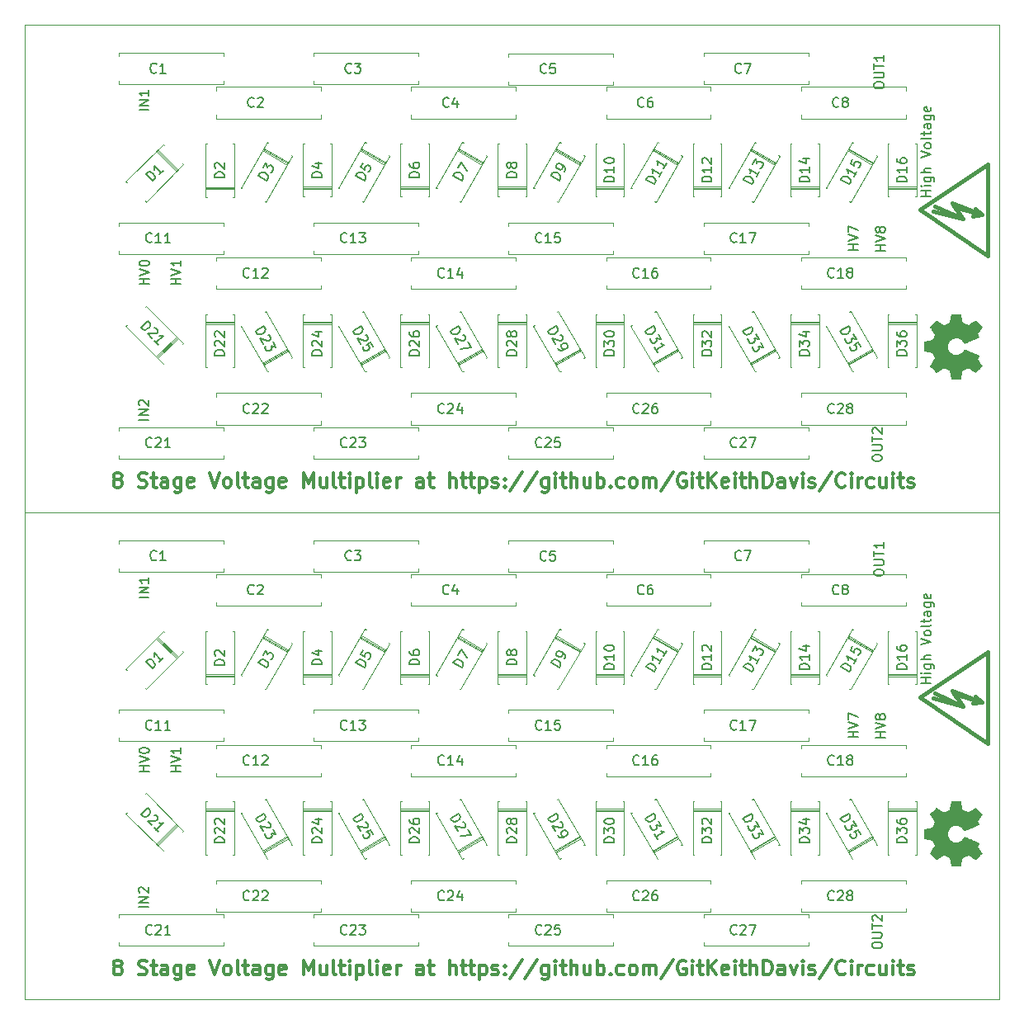
<source format=gbr>
G04 #@! TF.GenerationSoftware,KiCad,Pcbnew,5.1.4-e60b266~84~ubuntu16.04.1*
G04 #@! TF.CreationDate,2019-10-08T23:02:04-05:00*
G04 #@! TF.ProjectId,8x10p,38783130-702e-46b6-9963-61645f706362,rev?*
G04 #@! TF.SameCoordinates,Original*
G04 #@! TF.FileFunction,Legend,Top*
G04 #@! TF.FilePolarity,Positive*
%FSLAX46Y46*%
G04 Gerber Fmt 4.6, Leading zero omitted, Abs format (unit mm)*
G04 Created by KiCad (PCBNEW 5.1.4-e60b266~84~ubuntu16.04.1) date 2019-10-08 23:02:04*
%MOMM*%
%LPD*%
G04 APERTURE LIST*
%ADD10C,0.300000*%
%ADD11C,0.120000*%
%ADD12C,0.050000*%
%ADD13C,0.010000*%
%ADD14C,0.381000*%
%ADD15C,0.150000*%
G04 APERTURE END LIST*
D10*
X59366428Y-146621428D02*
X59223571Y-146550000D01*
X59152142Y-146478571D01*
X59080714Y-146335714D01*
X59080714Y-146264285D01*
X59152142Y-146121428D01*
X59223571Y-146050000D01*
X59366428Y-145978571D01*
X59652142Y-145978571D01*
X59795000Y-146050000D01*
X59866428Y-146121428D01*
X59937857Y-146264285D01*
X59937857Y-146335714D01*
X59866428Y-146478571D01*
X59795000Y-146550000D01*
X59652142Y-146621428D01*
X59366428Y-146621428D01*
X59223571Y-146692857D01*
X59152142Y-146764285D01*
X59080714Y-146907142D01*
X59080714Y-147192857D01*
X59152142Y-147335714D01*
X59223571Y-147407142D01*
X59366428Y-147478571D01*
X59652142Y-147478571D01*
X59795000Y-147407142D01*
X59866428Y-147335714D01*
X59937857Y-147192857D01*
X59937857Y-146907142D01*
X59866428Y-146764285D01*
X59795000Y-146692857D01*
X59652142Y-146621428D01*
X61652142Y-147407142D02*
X61866428Y-147478571D01*
X62223571Y-147478571D01*
X62366428Y-147407142D01*
X62437857Y-147335714D01*
X62509285Y-147192857D01*
X62509285Y-147050000D01*
X62437857Y-146907142D01*
X62366428Y-146835714D01*
X62223571Y-146764285D01*
X61937857Y-146692857D01*
X61795000Y-146621428D01*
X61723571Y-146550000D01*
X61652142Y-146407142D01*
X61652142Y-146264285D01*
X61723571Y-146121428D01*
X61795000Y-146050000D01*
X61937857Y-145978571D01*
X62295000Y-145978571D01*
X62509285Y-146050000D01*
X62937857Y-146478571D02*
X63509285Y-146478571D01*
X63152142Y-145978571D02*
X63152142Y-147264285D01*
X63223571Y-147407142D01*
X63366428Y-147478571D01*
X63509285Y-147478571D01*
X64652142Y-147478571D02*
X64652142Y-146692857D01*
X64580714Y-146550000D01*
X64437857Y-146478571D01*
X64152142Y-146478571D01*
X64009285Y-146550000D01*
X64652142Y-147407142D02*
X64509285Y-147478571D01*
X64152142Y-147478571D01*
X64009285Y-147407142D01*
X63937857Y-147264285D01*
X63937857Y-147121428D01*
X64009285Y-146978571D01*
X64152142Y-146907142D01*
X64509285Y-146907142D01*
X64652142Y-146835714D01*
X66009285Y-146478571D02*
X66009285Y-147692857D01*
X65937857Y-147835714D01*
X65866428Y-147907142D01*
X65723571Y-147978571D01*
X65509285Y-147978571D01*
X65366428Y-147907142D01*
X66009285Y-147407142D02*
X65866428Y-147478571D01*
X65580714Y-147478571D01*
X65437857Y-147407142D01*
X65366428Y-147335714D01*
X65295000Y-147192857D01*
X65295000Y-146764285D01*
X65366428Y-146621428D01*
X65437857Y-146550000D01*
X65580714Y-146478571D01*
X65866428Y-146478571D01*
X66009285Y-146550000D01*
X67295000Y-147407142D02*
X67152142Y-147478571D01*
X66866428Y-147478571D01*
X66723571Y-147407142D01*
X66652142Y-147264285D01*
X66652142Y-146692857D01*
X66723571Y-146550000D01*
X66866428Y-146478571D01*
X67152142Y-146478571D01*
X67295000Y-146550000D01*
X67366428Y-146692857D01*
X67366428Y-146835714D01*
X66652142Y-146978571D01*
X68937857Y-145978571D02*
X69437857Y-147478571D01*
X69937857Y-145978571D01*
X70652142Y-147478571D02*
X70509285Y-147407142D01*
X70437857Y-147335714D01*
X70366428Y-147192857D01*
X70366428Y-146764285D01*
X70437857Y-146621428D01*
X70509285Y-146550000D01*
X70652142Y-146478571D01*
X70866428Y-146478571D01*
X71009285Y-146550000D01*
X71080714Y-146621428D01*
X71152142Y-146764285D01*
X71152142Y-147192857D01*
X71080714Y-147335714D01*
X71009285Y-147407142D01*
X70866428Y-147478571D01*
X70652142Y-147478571D01*
X72009285Y-147478571D02*
X71866428Y-147407142D01*
X71795000Y-147264285D01*
X71795000Y-145978571D01*
X72366428Y-146478571D02*
X72937857Y-146478571D01*
X72580714Y-145978571D02*
X72580714Y-147264285D01*
X72652142Y-147407142D01*
X72795000Y-147478571D01*
X72937857Y-147478571D01*
X74080714Y-147478571D02*
X74080714Y-146692857D01*
X74009285Y-146550000D01*
X73866428Y-146478571D01*
X73580714Y-146478571D01*
X73437857Y-146550000D01*
X74080714Y-147407142D02*
X73937857Y-147478571D01*
X73580714Y-147478571D01*
X73437857Y-147407142D01*
X73366428Y-147264285D01*
X73366428Y-147121428D01*
X73437857Y-146978571D01*
X73580714Y-146907142D01*
X73937857Y-146907142D01*
X74080714Y-146835714D01*
X75437857Y-146478571D02*
X75437857Y-147692857D01*
X75366428Y-147835714D01*
X75295000Y-147907142D01*
X75152142Y-147978571D01*
X74937857Y-147978571D01*
X74795000Y-147907142D01*
X75437857Y-147407142D02*
X75295000Y-147478571D01*
X75009285Y-147478571D01*
X74866428Y-147407142D01*
X74795000Y-147335714D01*
X74723571Y-147192857D01*
X74723571Y-146764285D01*
X74795000Y-146621428D01*
X74866428Y-146550000D01*
X75009285Y-146478571D01*
X75295000Y-146478571D01*
X75437857Y-146550000D01*
X76723571Y-147407142D02*
X76580714Y-147478571D01*
X76295000Y-147478571D01*
X76152142Y-147407142D01*
X76080714Y-147264285D01*
X76080714Y-146692857D01*
X76152142Y-146550000D01*
X76295000Y-146478571D01*
X76580714Y-146478571D01*
X76723571Y-146550000D01*
X76795000Y-146692857D01*
X76795000Y-146835714D01*
X76080714Y-146978571D01*
X78580714Y-147478571D02*
X78580714Y-145978571D01*
X79080714Y-147050000D01*
X79580714Y-145978571D01*
X79580714Y-147478571D01*
X80937857Y-146478571D02*
X80937857Y-147478571D01*
X80295000Y-146478571D02*
X80295000Y-147264285D01*
X80366428Y-147407142D01*
X80509285Y-147478571D01*
X80723571Y-147478571D01*
X80866428Y-147407142D01*
X80937857Y-147335714D01*
X81866428Y-147478571D02*
X81723571Y-147407142D01*
X81652142Y-147264285D01*
X81652142Y-145978571D01*
X82223571Y-146478571D02*
X82795000Y-146478571D01*
X82437857Y-145978571D02*
X82437857Y-147264285D01*
X82509285Y-147407142D01*
X82652142Y-147478571D01*
X82795000Y-147478571D01*
X83295000Y-147478571D02*
X83295000Y-146478571D01*
X83295000Y-145978571D02*
X83223571Y-146050000D01*
X83295000Y-146121428D01*
X83366428Y-146050000D01*
X83295000Y-145978571D01*
X83295000Y-146121428D01*
X84009285Y-146478571D02*
X84009285Y-147978571D01*
X84009285Y-146550000D02*
X84152142Y-146478571D01*
X84437857Y-146478571D01*
X84580714Y-146550000D01*
X84652142Y-146621428D01*
X84723571Y-146764285D01*
X84723571Y-147192857D01*
X84652142Y-147335714D01*
X84580714Y-147407142D01*
X84437857Y-147478571D01*
X84152142Y-147478571D01*
X84009285Y-147407142D01*
X85580714Y-147478571D02*
X85437857Y-147407142D01*
X85366428Y-147264285D01*
X85366428Y-145978571D01*
X86152142Y-147478571D02*
X86152142Y-146478571D01*
X86152142Y-145978571D02*
X86080714Y-146050000D01*
X86152142Y-146121428D01*
X86223571Y-146050000D01*
X86152142Y-145978571D01*
X86152142Y-146121428D01*
X87437857Y-147407142D02*
X87295000Y-147478571D01*
X87009285Y-147478571D01*
X86866428Y-147407142D01*
X86795000Y-147264285D01*
X86795000Y-146692857D01*
X86866428Y-146550000D01*
X87009285Y-146478571D01*
X87295000Y-146478571D01*
X87437857Y-146550000D01*
X87509285Y-146692857D01*
X87509285Y-146835714D01*
X86795000Y-146978571D01*
X88152142Y-147478571D02*
X88152142Y-146478571D01*
X88152142Y-146764285D02*
X88223571Y-146621428D01*
X88295000Y-146550000D01*
X88437857Y-146478571D01*
X88580714Y-146478571D01*
X90866428Y-147478571D02*
X90866428Y-146692857D01*
X90795000Y-146550000D01*
X90652142Y-146478571D01*
X90366428Y-146478571D01*
X90223571Y-146550000D01*
X90866428Y-147407142D02*
X90723571Y-147478571D01*
X90366428Y-147478571D01*
X90223571Y-147407142D01*
X90152142Y-147264285D01*
X90152142Y-147121428D01*
X90223571Y-146978571D01*
X90366428Y-146907142D01*
X90723571Y-146907142D01*
X90866428Y-146835714D01*
X91366428Y-146478571D02*
X91937857Y-146478571D01*
X91580714Y-145978571D02*
X91580714Y-147264285D01*
X91652142Y-147407142D01*
X91795000Y-147478571D01*
X91937857Y-147478571D01*
X93580714Y-147478571D02*
X93580714Y-145978571D01*
X94223571Y-147478571D02*
X94223571Y-146692857D01*
X94152142Y-146550000D01*
X94009285Y-146478571D01*
X93795000Y-146478571D01*
X93652142Y-146550000D01*
X93580714Y-146621428D01*
X94723571Y-146478571D02*
X95295000Y-146478571D01*
X94937857Y-145978571D02*
X94937857Y-147264285D01*
X95009285Y-147407142D01*
X95152142Y-147478571D01*
X95295000Y-147478571D01*
X95580714Y-146478571D02*
X96152142Y-146478571D01*
X95795000Y-145978571D02*
X95795000Y-147264285D01*
X95866428Y-147407142D01*
X96009285Y-147478571D01*
X96152142Y-147478571D01*
X96652142Y-146478571D02*
X96652142Y-147978571D01*
X96652142Y-146550000D02*
X96795000Y-146478571D01*
X97080714Y-146478571D01*
X97223571Y-146550000D01*
X97295000Y-146621428D01*
X97366428Y-146764285D01*
X97366428Y-147192857D01*
X97295000Y-147335714D01*
X97223571Y-147407142D01*
X97080714Y-147478571D01*
X96795000Y-147478571D01*
X96652142Y-147407142D01*
X97937857Y-147407142D02*
X98080714Y-147478571D01*
X98366428Y-147478571D01*
X98509285Y-147407142D01*
X98580714Y-147264285D01*
X98580714Y-147192857D01*
X98509285Y-147050000D01*
X98366428Y-146978571D01*
X98152142Y-146978571D01*
X98009285Y-146907142D01*
X97937857Y-146764285D01*
X97937857Y-146692857D01*
X98009285Y-146550000D01*
X98152142Y-146478571D01*
X98366428Y-146478571D01*
X98509285Y-146550000D01*
X99223571Y-147335714D02*
X99295000Y-147407142D01*
X99223571Y-147478571D01*
X99152142Y-147407142D01*
X99223571Y-147335714D01*
X99223571Y-147478571D01*
X99223571Y-146550000D02*
X99295000Y-146621428D01*
X99223571Y-146692857D01*
X99152142Y-146621428D01*
X99223571Y-146550000D01*
X99223571Y-146692857D01*
X101009285Y-145907142D02*
X99723571Y-147835714D01*
X102580714Y-145907142D02*
X101295000Y-147835714D01*
X103723571Y-146478571D02*
X103723571Y-147692857D01*
X103652142Y-147835714D01*
X103580714Y-147907142D01*
X103437857Y-147978571D01*
X103223571Y-147978571D01*
X103080714Y-147907142D01*
X103723571Y-147407142D02*
X103580714Y-147478571D01*
X103295000Y-147478571D01*
X103152142Y-147407142D01*
X103080714Y-147335714D01*
X103009285Y-147192857D01*
X103009285Y-146764285D01*
X103080714Y-146621428D01*
X103152142Y-146550000D01*
X103295000Y-146478571D01*
X103580714Y-146478571D01*
X103723571Y-146550000D01*
X104437857Y-147478571D02*
X104437857Y-146478571D01*
X104437857Y-145978571D02*
X104366428Y-146050000D01*
X104437857Y-146121428D01*
X104509285Y-146050000D01*
X104437857Y-145978571D01*
X104437857Y-146121428D01*
X104937857Y-146478571D02*
X105509285Y-146478571D01*
X105152142Y-145978571D02*
X105152142Y-147264285D01*
X105223571Y-147407142D01*
X105366428Y-147478571D01*
X105509285Y-147478571D01*
X106009285Y-147478571D02*
X106009285Y-145978571D01*
X106652142Y-147478571D02*
X106652142Y-146692857D01*
X106580714Y-146550000D01*
X106437857Y-146478571D01*
X106223571Y-146478571D01*
X106080714Y-146550000D01*
X106009285Y-146621428D01*
X108009285Y-146478571D02*
X108009285Y-147478571D01*
X107366428Y-146478571D02*
X107366428Y-147264285D01*
X107437857Y-147407142D01*
X107580714Y-147478571D01*
X107795000Y-147478571D01*
X107937857Y-147407142D01*
X108009285Y-147335714D01*
X108723571Y-147478571D02*
X108723571Y-145978571D01*
X108723571Y-146550000D02*
X108866428Y-146478571D01*
X109152142Y-146478571D01*
X109295000Y-146550000D01*
X109366428Y-146621428D01*
X109437857Y-146764285D01*
X109437857Y-147192857D01*
X109366428Y-147335714D01*
X109295000Y-147407142D01*
X109152142Y-147478571D01*
X108866428Y-147478571D01*
X108723571Y-147407142D01*
X110080714Y-147335714D02*
X110152142Y-147407142D01*
X110080714Y-147478571D01*
X110009285Y-147407142D01*
X110080714Y-147335714D01*
X110080714Y-147478571D01*
X111437857Y-147407142D02*
X111295000Y-147478571D01*
X111009285Y-147478571D01*
X110866428Y-147407142D01*
X110795000Y-147335714D01*
X110723571Y-147192857D01*
X110723571Y-146764285D01*
X110795000Y-146621428D01*
X110866428Y-146550000D01*
X111009285Y-146478571D01*
X111295000Y-146478571D01*
X111437857Y-146550000D01*
X112295000Y-147478571D02*
X112152142Y-147407142D01*
X112080714Y-147335714D01*
X112009285Y-147192857D01*
X112009285Y-146764285D01*
X112080714Y-146621428D01*
X112152142Y-146550000D01*
X112295000Y-146478571D01*
X112509285Y-146478571D01*
X112652142Y-146550000D01*
X112723571Y-146621428D01*
X112795000Y-146764285D01*
X112795000Y-147192857D01*
X112723571Y-147335714D01*
X112652142Y-147407142D01*
X112509285Y-147478571D01*
X112295000Y-147478571D01*
X113437857Y-147478571D02*
X113437857Y-146478571D01*
X113437857Y-146621428D02*
X113509285Y-146550000D01*
X113652142Y-146478571D01*
X113866428Y-146478571D01*
X114009285Y-146550000D01*
X114080714Y-146692857D01*
X114080714Y-147478571D01*
X114080714Y-146692857D02*
X114152142Y-146550000D01*
X114295000Y-146478571D01*
X114509285Y-146478571D01*
X114652142Y-146550000D01*
X114723571Y-146692857D01*
X114723571Y-147478571D01*
X116509285Y-145907142D02*
X115223571Y-147835714D01*
X117795000Y-146050000D02*
X117652142Y-145978571D01*
X117437857Y-145978571D01*
X117223571Y-146050000D01*
X117080714Y-146192857D01*
X117009285Y-146335714D01*
X116937857Y-146621428D01*
X116937857Y-146835714D01*
X117009285Y-147121428D01*
X117080714Y-147264285D01*
X117223571Y-147407142D01*
X117437857Y-147478571D01*
X117580714Y-147478571D01*
X117795000Y-147407142D01*
X117866428Y-147335714D01*
X117866428Y-146835714D01*
X117580714Y-146835714D01*
X118509285Y-147478571D02*
X118509285Y-146478571D01*
X118509285Y-145978571D02*
X118437857Y-146050000D01*
X118509285Y-146121428D01*
X118580714Y-146050000D01*
X118509285Y-145978571D01*
X118509285Y-146121428D01*
X119009285Y-146478571D02*
X119580714Y-146478571D01*
X119223571Y-145978571D02*
X119223571Y-147264285D01*
X119295000Y-147407142D01*
X119437857Y-147478571D01*
X119580714Y-147478571D01*
X120080714Y-147478571D02*
X120080714Y-145978571D01*
X120937857Y-147478571D02*
X120295000Y-146621428D01*
X120937857Y-145978571D02*
X120080714Y-146835714D01*
X122152142Y-147407142D02*
X122009285Y-147478571D01*
X121723571Y-147478571D01*
X121580714Y-147407142D01*
X121509285Y-147264285D01*
X121509285Y-146692857D01*
X121580714Y-146550000D01*
X121723571Y-146478571D01*
X122009285Y-146478571D01*
X122152142Y-146550000D01*
X122223571Y-146692857D01*
X122223571Y-146835714D01*
X121509285Y-146978571D01*
X122866428Y-147478571D02*
X122866428Y-146478571D01*
X122866428Y-145978571D02*
X122795000Y-146050000D01*
X122866428Y-146121428D01*
X122937857Y-146050000D01*
X122866428Y-145978571D01*
X122866428Y-146121428D01*
X123366428Y-146478571D02*
X123937857Y-146478571D01*
X123580714Y-145978571D02*
X123580714Y-147264285D01*
X123652142Y-147407142D01*
X123795000Y-147478571D01*
X123937857Y-147478571D01*
X124437857Y-147478571D02*
X124437857Y-145978571D01*
X125080714Y-147478571D02*
X125080714Y-146692857D01*
X125009285Y-146550000D01*
X124866428Y-146478571D01*
X124652142Y-146478571D01*
X124509285Y-146550000D01*
X124437857Y-146621428D01*
X125795000Y-147478571D02*
X125795000Y-145978571D01*
X126152142Y-145978571D01*
X126366428Y-146050000D01*
X126509285Y-146192857D01*
X126580714Y-146335714D01*
X126652142Y-146621428D01*
X126652142Y-146835714D01*
X126580714Y-147121428D01*
X126509285Y-147264285D01*
X126366428Y-147407142D01*
X126152142Y-147478571D01*
X125795000Y-147478571D01*
X127937857Y-147478571D02*
X127937857Y-146692857D01*
X127866428Y-146550000D01*
X127723571Y-146478571D01*
X127437857Y-146478571D01*
X127295000Y-146550000D01*
X127937857Y-147407142D02*
X127795000Y-147478571D01*
X127437857Y-147478571D01*
X127295000Y-147407142D01*
X127223571Y-147264285D01*
X127223571Y-147121428D01*
X127295000Y-146978571D01*
X127437857Y-146907142D01*
X127795000Y-146907142D01*
X127937857Y-146835714D01*
X128509285Y-146478571D02*
X128866428Y-147478571D01*
X129223571Y-146478571D01*
X129795000Y-147478571D02*
X129795000Y-146478571D01*
X129795000Y-145978571D02*
X129723571Y-146050000D01*
X129795000Y-146121428D01*
X129866428Y-146050000D01*
X129795000Y-145978571D01*
X129795000Y-146121428D01*
X130437857Y-147407142D02*
X130580714Y-147478571D01*
X130866428Y-147478571D01*
X131009285Y-147407142D01*
X131080714Y-147264285D01*
X131080714Y-147192857D01*
X131009285Y-147050000D01*
X130866428Y-146978571D01*
X130652142Y-146978571D01*
X130509285Y-146907142D01*
X130437857Y-146764285D01*
X130437857Y-146692857D01*
X130509285Y-146550000D01*
X130652142Y-146478571D01*
X130866428Y-146478571D01*
X131009285Y-146550000D01*
X132795000Y-145907142D02*
X131509285Y-147835714D01*
X134152142Y-147335714D02*
X134080714Y-147407142D01*
X133866428Y-147478571D01*
X133723571Y-147478571D01*
X133509285Y-147407142D01*
X133366428Y-147264285D01*
X133295000Y-147121428D01*
X133223571Y-146835714D01*
X133223571Y-146621428D01*
X133295000Y-146335714D01*
X133366428Y-146192857D01*
X133509285Y-146050000D01*
X133723571Y-145978571D01*
X133866428Y-145978571D01*
X134080714Y-146050000D01*
X134152142Y-146121428D01*
X134795000Y-147478571D02*
X134795000Y-146478571D01*
X134795000Y-145978571D02*
X134723571Y-146050000D01*
X134795000Y-146121428D01*
X134866428Y-146050000D01*
X134795000Y-145978571D01*
X134795000Y-146121428D01*
X135509285Y-147478571D02*
X135509285Y-146478571D01*
X135509285Y-146764285D02*
X135580714Y-146621428D01*
X135652142Y-146550000D01*
X135795000Y-146478571D01*
X135937857Y-146478571D01*
X137080714Y-147407142D02*
X136937857Y-147478571D01*
X136652142Y-147478571D01*
X136509285Y-147407142D01*
X136437857Y-147335714D01*
X136366428Y-147192857D01*
X136366428Y-146764285D01*
X136437857Y-146621428D01*
X136509285Y-146550000D01*
X136652142Y-146478571D01*
X136937857Y-146478571D01*
X137080714Y-146550000D01*
X138366428Y-146478571D02*
X138366428Y-147478571D01*
X137723571Y-146478571D02*
X137723571Y-147264285D01*
X137795000Y-147407142D01*
X137937857Y-147478571D01*
X138152142Y-147478571D01*
X138295000Y-147407142D01*
X138366428Y-147335714D01*
X139080714Y-147478571D02*
X139080714Y-146478571D01*
X139080714Y-145978571D02*
X139009285Y-146050000D01*
X139080714Y-146121428D01*
X139152142Y-146050000D01*
X139080714Y-145978571D01*
X139080714Y-146121428D01*
X139580714Y-146478571D02*
X140152142Y-146478571D01*
X139795000Y-145978571D02*
X139795000Y-147264285D01*
X139866428Y-147407142D01*
X140009285Y-147478571D01*
X140152142Y-147478571D01*
X140580714Y-147407142D02*
X140723571Y-147478571D01*
X141009285Y-147478571D01*
X141152142Y-147407142D01*
X141223571Y-147264285D01*
X141223571Y-147192857D01*
X141152142Y-147050000D01*
X141009285Y-146978571D01*
X140795000Y-146978571D01*
X140652142Y-146907142D01*
X140580714Y-146764285D01*
X140580714Y-146692857D01*
X140652142Y-146550000D01*
X140795000Y-146478571D01*
X141009285Y-146478571D01*
X141152142Y-146550000D01*
X59366428Y-96621428D02*
X59223571Y-96550000D01*
X59152142Y-96478571D01*
X59080714Y-96335714D01*
X59080714Y-96264285D01*
X59152142Y-96121428D01*
X59223571Y-96050000D01*
X59366428Y-95978571D01*
X59652142Y-95978571D01*
X59795000Y-96050000D01*
X59866428Y-96121428D01*
X59937857Y-96264285D01*
X59937857Y-96335714D01*
X59866428Y-96478571D01*
X59795000Y-96550000D01*
X59652142Y-96621428D01*
X59366428Y-96621428D01*
X59223571Y-96692857D01*
X59152142Y-96764285D01*
X59080714Y-96907142D01*
X59080714Y-97192857D01*
X59152142Y-97335714D01*
X59223571Y-97407142D01*
X59366428Y-97478571D01*
X59652142Y-97478571D01*
X59795000Y-97407142D01*
X59866428Y-97335714D01*
X59937857Y-97192857D01*
X59937857Y-96907142D01*
X59866428Y-96764285D01*
X59795000Y-96692857D01*
X59652142Y-96621428D01*
X61652142Y-97407142D02*
X61866428Y-97478571D01*
X62223571Y-97478571D01*
X62366428Y-97407142D01*
X62437857Y-97335714D01*
X62509285Y-97192857D01*
X62509285Y-97050000D01*
X62437857Y-96907142D01*
X62366428Y-96835714D01*
X62223571Y-96764285D01*
X61937857Y-96692857D01*
X61795000Y-96621428D01*
X61723571Y-96550000D01*
X61652142Y-96407142D01*
X61652142Y-96264285D01*
X61723571Y-96121428D01*
X61795000Y-96050000D01*
X61937857Y-95978571D01*
X62295000Y-95978571D01*
X62509285Y-96050000D01*
X62937857Y-96478571D02*
X63509285Y-96478571D01*
X63152142Y-95978571D02*
X63152142Y-97264285D01*
X63223571Y-97407142D01*
X63366428Y-97478571D01*
X63509285Y-97478571D01*
X64652142Y-97478571D02*
X64652142Y-96692857D01*
X64580714Y-96550000D01*
X64437857Y-96478571D01*
X64152142Y-96478571D01*
X64009285Y-96550000D01*
X64652142Y-97407142D02*
X64509285Y-97478571D01*
X64152142Y-97478571D01*
X64009285Y-97407142D01*
X63937857Y-97264285D01*
X63937857Y-97121428D01*
X64009285Y-96978571D01*
X64152142Y-96907142D01*
X64509285Y-96907142D01*
X64652142Y-96835714D01*
X66009285Y-96478571D02*
X66009285Y-97692857D01*
X65937857Y-97835714D01*
X65866428Y-97907142D01*
X65723571Y-97978571D01*
X65509285Y-97978571D01*
X65366428Y-97907142D01*
X66009285Y-97407142D02*
X65866428Y-97478571D01*
X65580714Y-97478571D01*
X65437857Y-97407142D01*
X65366428Y-97335714D01*
X65295000Y-97192857D01*
X65295000Y-96764285D01*
X65366428Y-96621428D01*
X65437857Y-96550000D01*
X65580714Y-96478571D01*
X65866428Y-96478571D01*
X66009285Y-96550000D01*
X67295000Y-97407142D02*
X67152142Y-97478571D01*
X66866428Y-97478571D01*
X66723571Y-97407142D01*
X66652142Y-97264285D01*
X66652142Y-96692857D01*
X66723571Y-96550000D01*
X66866428Y-96478571D01*
X67152142Y-96478571D01*
X67295000Y-96550000D01*
X67366428Y-96692857D01*
X67366428Y-96835714D01*
X66652142Y-96978571D01*
X68937857Y-95978571D02*
X69437857Y-97478571D01*
X69937857Y-95978571D01*
X70652142Y-97478571D02*
X70509285Y-97407142D01*
X70437857Y-97335714D01*
X70366428Y-97192857D01*
X70366428Y-96764285D01*
X70437857Y-96621428D01*
X70509285Y-96550000D01*
X70652142Y-96478571D01*
X70866428Y-96478571D01*
X71009285Y-96550000D01*
X71080714Y-96621428D01*
X71152142Y-96764285D01*
X71152142Y-97192857D01*
X71080714Y-97335714D01*
X71009285Y-97407142D01*
X70866428Y-97478571D01*
X70652142Y-97478571D01*
X72009285Y-97478571D02*
X71866428Y-97407142D01*
X71795000Y-97264285D01*
X71795000Y-95978571D01*
X72366428Y-96478571D02*
X72937857Y-96478571D01*
X72580714Y-95978571D02*
X72580714Y-97264285D01*
X72652142Y-97407142D01*
X72795000Y-97478571D01*
X72937857Y-97478571D01*
X74080714Y-97478571D02*
X74080714Y-96692857D01*
X74009285Y-96550000D01*
X73866428Y-96478571D01*
X73580714Y-96478571D01*
X73437857Y-96550000D01*
X74080714Y-97407142D02*
X73937857Y-97478571D01*
X73580714Y-97478571D01*
X73437857Y-97407142D01*
X73366428Y-97264285D01*
X73366428Y-97121428D01*
X73437857Y-96978571D01*
X73580714Y-96907142D01*
X73937857Y-96907142D01*
X74080714Y-96835714D01*
X75437857Y-96478571D02*
X75437857Y-97692857D01*
X75366428Y-97835714D01*
X75295000Y-97907142D01*
X75152142Y-97978571D01*
X74937857Y-97978571D01*
X74795000Y-97907142D01*
X75437857Y-97407142D02*
X75295000Y-97478571D01*
X75009285Y-97478571D01*
X74866428Y-97407142D01*
X74795000Y-97335714D01*
X74723571Y-97192857D01*
X74723571Y-96764285D01*
X74795000Y-96621428D01*
X74866428Y-96550000D01*
X75009285Y-96478571D01*
X75295000Y-96478571D01*
X75437857Y-96550000D01*
X76723571Y-97407142D02*
X76580714Y-97478571D01*
X76295000Y-97478571D01*
X76152142Y-97407142D01*
X76080714Y-97264285D01*
X76080714Y-96692857D01*
X76152142Y-96550000D01*
X76295000Y-96478571D01*
X76580714Y-96478571D01*
X76723571Y-96550000D01*
X76795000Y-96692857D01*
X76795000Y-96835714D01*
X76080714Y-96978571D01*
X78580714Y-97478571D02*
X78580714Y-95978571D01*
X79080714Y-97050000D01*
X79580714Y-95978571D01*
X79580714Y-97478571D01*
X80937857Y-96478571D02*
X80937857Y-97478571D01*
X80295000Y-96478571D02*
X80295000Y-97264285D01*
X80366428Y-97407142D01*
X80509285Y-97478571D01*
X80723571Y-97478571D01*
X80866428Y-97407142D01*
X80937857Y-97335714D01*
X81866428Y-97478571D02*
X81723571Y-97407142D01*
X81652142Y-97264285D01*
X81652142Y-95978571D01*
X82223571Y-96478571D02*
X82795000Y-96478571D01*
X82437857Y-95978571D02*
X82437857Y-97264285D01*
X82509285Y-97407142D01*
X82652142Y-97478571D01*
X82795000Y-97478571D01*
X83295000Y-97478571D02*
X83295000Y-96478571D01*
X83295000Y-95978571D02*
X83223571Y-96050000D01*
X83295000Y-96121428D01*
X83366428Y-96050000D01*
X83295000Y-95978571D01*
X83295000Y-96121428D01*
X84009285Y-96478571D02*
X84009285Y-97978571D01*
X84009285Y-96550000D02*
X84152142Y-96478571D01*
X84437857Y-96478571D01*
X84580714Y-96550000D01*
X84652142Y-96621428D01*
X84723571Y-96764285D01*
X84723571Y-97192857D01*
X84652142Y-97335714D01*
X84580714Y-97407142D01*
X84437857Y-97478571D01*
X84152142Y-97478571D01*
X84009285Y-97407142D01*
X85580714Y-97478571D02*
X85437857Y-97407142D01*
X85366428Y-97264285D01*
X85366428Y-95978571D01*
X86152142Y-97478571D02*
X86152142Y-96478571D01*
X86152142Y-95978571D02*
X86080714Y-96050000D01*
X86152142Y-96121428D01*
X86223571Y-96050000D01*
X86152142Y-95978571D01*
X86152142Y-96121428D01*
X87437857Y-97407142D02*
X87295000Y-97478571D01*
X87009285Y-97478571D01*
X86866428Y-97407142D01*
X86795000Y-97264285D01*
X86795000Y-96692857D01*
X86866428Y-96550000D01*
X87009285Y-96478571D01*
X87295000Y-96478571D01*
X87437857Y-96550000D01*
X87509285Y-96692857D01*
X87509285Y-96835714D01*
X86795000Y-96978571D01*
X88152142Y-97478571D02*
X88152142Y-96478571D01*
X88152142Y-96764285D02*
X88223571Y-96621428D01*
X88295000Y-96550000D01*
X88437857Y-96478571D01*
X88580714Y-96478571D01*
X90866428Y-97478571D02*
X90866428Y-96692857D01*
X90795000Y-96550000D01*
X90652142Y-96478571D01*
X90366428Y-96478571D01*
X90223571Y-96550000D01*
X90866428Y-97407142D02*
X90723571Y-97478571D01*
X90366428Y-97478571D01*
X90223571Y-97407142D01*
X90152142Y-97264285D01*
X90152142Y-97121428D01*
X90223571Y-96978571D01*
X90366428Y-96907142D01*
X90723571Y-96907142D01*
X90866428Y-96835714D01*
X91366428Y-96478571D02*
X91937857Y-96478571D01*
X91580714Y-95978571D02*
X91580714Y-97264285D01*
X91652142Y-97407142D01*
X91795000Y-97478571D01*
X91937857Y-97478571D01*
X93580714Y-97478571D02*
X93580714Y-95978571D01*
X94223571Y-97478571D02*
X94223571Y-96692857D01*
X94152142Y-96550000D01*
X94009285Y-96478571D01*
X93795000Y-96478571D01*
X93652142Y-96550000D01*
X93580714Y-96621428D01*
X94723571Y-96478571D02*
X95295000Y-96478571D01*
X94937857Y-95978571D02*
X94937857Y-97264285D01*
X95009285Y-97407142D01*
X95152142Y-97478571D01*
X95295000Y-97478571D01*
X95580714Y-96478571D02*
X96152142Y-96478571D01*
X95795000Y-95978571D02*
X95795000Y-97264285D01*
X95866428Y-97407142D01*
X96009285Y-97478571D01*
X96152142Y-97478571D01*
X96652142Y-96478571D02*
X96652142Y-97978571D01*
X96652142Y-96550000D02*
X96795000Y-96478571D01*
X97080714Y-96478571D01*
X97223571Y-96550000D01*
X97295000Y-96621428D01*
X97366428Y-96764285D01*
X97366428Y-97192857D01*
X97295000Y-97335714D01*
X97223571Y-97407142D01*
X97080714Y-97478571D01*
X96795000Y-97478571D01*
X96652142Y-97407142D01*
X97937857Y-97407142D02*
X98080714Y-97478571D01*
X98366428Y-97478571D01*
X98509285Y-97407142D01*
X98580714Y-97264285D01*
X98580714Y-97192857D01*
X98509285Y-97050000D01*
X98366428Y-96978571D01*
X98152142Y-96978571D01*
X98009285Y-96907142D01*
X97937857Y-96764285D01*
X97937857Y-96692857D01*
X98009285Y-96550000D01*
X98152142Y-96478571D01*
X98366428Y-96478571D01*
X98509285Y-96550000D01*
X99223571Y-97335714D02*
X99295000Y-97407142D01*
X99223571Y-97478571D01*
X99152142Y-97407142D01*
X99223571Y-97335714D01*
X99223571Y-97478571D01*
X99223571Y-96550000D02*
X99295000Y-96621428D01*
X99223571Y-96692857D01*
X99152142Y-96621428D01*
X99223571Y-96550000D01*
X99223571Y-96692857D01*
X101009285Y-95907142D02*
X99723571Y-97835714D01*
X102580714Y-95907142D02*
X101295000Y-97835714D01*
X103723571Y-96478571D02*
X103723571Y-97692857D01*
X103652142Y-97835714D01*
X103580714Y-97907142D01*
X103437857Y-97978571D01*
X103223571Y-97978571D01*
X103080714Y-97907142D01*
X103723571Y-97407142D02*
X103580714Y-97478571D01*
X103295000Y-97478571D01*
X103152142Y-97407142D01*
X103080714Y-97335714D01*
X103009285Y-97192857D01*
X103009285Y-96764285D01*
X103080714Y-96621428D01*
X103152142Y-96550000D01*
X103295000Y-96478571D01*
X103580714Y-96478571D01*
X103723571Y-96550000D01*
X104437857Y-97478571D02*
X104437857Y-96478571D01*
X104437857Y-95978571D02*
X104366428Y-96050000D01*
X104437857Y-96121428D01*
X104509285Y-96050000D01*
X104437857Y-95978571D01*
X104437857Y-96121428D01*
X104937857Y-96478571D02*
X105509285Y-96478571D01*
X105152142Y-95978571D02*
X105152142Y-97264285D01*
X105223571Y-97407142D01*
X105366428Y-97478571D01*
X105509285Y-97478571D01*
X106009285Y-97478571D02*
X106009285Y-95978571D01*
X106652142Y-97478571D02*
X106652142Y-96692857D01*
X106580714Y-96550000D01*
X106437857Y-96478571D01*
X106223571Y-96478571D01*
X106080714Y-96550000D01*
X106009285Y-96621428D01*
X108009285Y-96478571D02*
X108009285Y-97478571D01*
X107366428Y-96478571D02*
X107366428Y-97264285D01*
X107437857Y-97407142D01*
X107580714Y-97478571D01*
X107795000Y-97478571D01*
X107937857Y-97407142D01*
X108009285Y-97335714D01*
X108723571Y-97478571D02*
X108723571Y-95978571D01*
X108723571Y-96550000D02*
X108866428Y-96478571D01*
X109152142Y-96478571D01*
X109295000Y-96550000D01*
X109366428Y-96621428D01*
X109437857Y-96764285D01*
X109437857Y-97192857D01*
X109366428Y-97335714D01*
X109295000Y-97407142D01*
X109152142Y-97478571D01*
X108866428Y-97478571D01*
X108723571Y-97407142D01*
X110080714Y-97335714D02*
X110152142Y-97407142D01*
X110080714Y-97478571D01*
X110009285Y-97407142D01*
X110080714Y-97335714D01*
X110080714Y-97478571D01*
X111437857Y-97407142D02*
X111295000Y-97478571D01*
X111009285Y-97478571D01*
X110866428Y-97407142D01*
X110795000Y-97335714D01*
X110723571Y-97192857D01*
X110723571Y-96764285D01*
X110795000Y-96621428D01*
X110866428Y-96550000D01*
X111009285Y-96478571D01*
X111295000Y-96478571D01*
X111437857Y-96550000D01*
X112295000Y-97478571D02*
X112152142Y-97407142D01*
X112080714Y-97335714D01*
X112009285Y-97192857D01*
X112009285Y-96764285D01*
X112080714Y-96621428D01*
X112152142Y-96550000D01*
X112295000Y-96478571D01*
X112509285Y-96478571D01*
X112652142Y-96550000D01*
X112723571Y-96621428D01*
X112795000Y-96764285D01*
X112795000Y-97192857D01*
X112723571Y-97335714D01*
X112652142Y-97407142D01*
X112509285Y-97478571D01*
X112295000Y-97478571D01*
X113437857Y-97478571D02*
X113437857Y-96478571D01*
X113437857Y-96621428D02*
X113509285Y-96550000D01*
X113652142Y-96478571D01*
X113866428Y-96478571D01*
X114009285Y-96550000D01*
X114080714Y-96692857D01*
X114080714Y-97478571D01*
X114080714Y-96692857D02*
X114152142Y-96550000D01*
X114295000Y-96478571D01*
X114509285Y-96478571D01*
X114652142Y-96550000D01*
X114723571Y-96692857D01*
X114723571Y-97478571D01*
X116509285Y-95907142D02*
X115223571Y-97835714D01*
X117795000Y-96050000D02*
X117652142Y-95978571D01*
X117437857Y-95978571D01*
X117223571Y-96050000D01*
X117080714Y-96192857D01*
X117009285Y-96335714D01*
X116937857Y-96621428D01*
X116937857Y-96835714D01*
X117009285Y-97121428D01*
X117080714Y-97264285D01*
X117223571Y-97407142D01*
X117437857Y-97478571D01*
X117580714Y-97478571D01*
X117795000Y-97407142D01*
X117866428Y-97335714D01*
X117866428Y-96835714D01*
X117580714Y-96835714D01*
X118509285Y-97478571D02*
X118509285Y-96478571D01*
X118509285Y-95978571D02*
X118437857Y-96050000D01*
X118509285Y-96121428D01*
X118580714Y-96050000D01*
X118509285Y-95978571D01*
X118509285Y-96121428D01*
X119009285Y-96478571D02*
X119580714Y-96478571D01*
X119223571Y-95978571D02*
X119223571Y-97264285D01*
X119295000Y-97407142D01*
X119437857Y-97478571D01*
X119580714Y-97478571D01*
X120080714Y-97478571D02*
X120080714Y-95978571D01*
X120937857Y-97478571D02*
X120295000Y-96621428D01*
X120937857Y-95978571D02*
X120080714Y-96835714D01*
X122152142Y-97407142D02*
X122009285Y-97478571D01*
X121723571Y-97478571D01*
X121580714Y-97407142D01*
X121509285Y-97264285D01*
X121509285Y-96692857D01*
X121580714Y-96550000D01*
X121723571Y-96478571D01*
X122009285Y-96478571D01*
X122152142Y-96550000D01*
X122223571Y-96692857D01*
X122223571Y-96835714D01*
X121509285Y-96978571D01*
X122866428Y-97478571D02*
X122866428Y-96478571D01*
X122866428Y-95978571D02*
X122795000Y-96050000D01*
X122866428Y-96121428D01*
X122937857Y-96050000D01*
X122866428Y-95978571D01*
X122866428Y-96121428D01*
X123366428Y-96478571D02*
X123937857Y-96478571D01*
X123580714Y-95978571D02*
X123580714Y-97264285D01*
X123652142Y-97407142D01*
X123795000Y-97478571D01*
X123937857Y-97478571D01*
X124437857Y-97478571D02*
X124437857Y-95978571D01*
X125080714Y-97478571D02*
X125080714Y-96692857D01*
X125009285Y-96550000D01*
X124866428Y-96478571D01*
X124652142Y-96478571D01*
X124509285Y-96550000D01*
X124437857Y-96621428D01*
X125795000Y-97478571D02*
X125795000Y-95978571D01*
X126152142Y-95978571D01*
X126366428Y-96050000D01*
X126509285Y-96192857D01*
X126580714Y-96335714D01*
X126652142Y-96621428D01*
X126652142Y-96835714D01*
X126580714Y-97121428D01*
X126509285Y-97264285D01*
X126366428Y-97407142D01*
X126152142Y-97478571D01*
X125795000Y-97478571D01*
X127937857Y-97478571D02*
X127937857Y-96692857D01*
X127866428Y-96550000D01*
X127723571Y-96478571D01*
X127437857Y-96478571D01*
X127295000Y-96550000D01*
X127937857Y-97407142D02*
X127795000Y-97478571D01*
X127437857Y-97478571D01*
X127295000Y-97407142D01*
X127223571Y-97264285D01*
X127223571Y-97121428D01*
X127295000Y-96978571D01*
X127437857Y-96907142D01*
X127795000Y-96907142D01*
X127937857Y-96835714D01*
X128509285Y-96478571D02*
X128866428Y-97478571D01*
X129223571Y-96478571D01*
X129795000Y-97478571D02*
X129795000Y-96478571D01*
X129795000Y-95978571D02*
X129723571Y-96050000D01*
X129795000Y-96121428D01*
X129866428Y-96050000D01*
X129795000Y-95978571D01*
X129795000Y-96121428D01*
X130437857Y-97407142D02*
X130580714Y-97478571D01*
X130866428Y-97478571D01*
X131009285Y-97407142D01*
X131080714Y-97264285D01*
X131080714Y-97192857D01*
X131009285Y-97050000D01*
X130866428Y-96978571D01*
X130652142Y-96978571D01*
X130509285Y-96907142D01*
X130437857Y-96764285D01*
X130437857Y-96692857D01*
X130509285Y-96550000D01*
X130652142Y-96478571D01*
X130866428Y-96478571D01*
X131009285Y-96550000D01*
X132795000Y-95907142D02*
X131509285Y-97835714D01*
X134152142Y-97335714D02*
X134080714Y-97407142D01*
X133866428Y-97478571D01*
X133723571Y-97478571D01*
X133509285Y-97407142D01*
X133366428Y-97264285D01*
X133295000Y-97121428D01*
X133223571Y-96835714D01*
X133223571Y-96621428D01*
X133295000Y-96335714D01*
X133366428Y-96192857D01*
X133509285Y-96050000D01*
X133723571Y-95978571D01*
X133866428Y-95978571D01*
X134080714Y-96050000D01*
X134152142Y-96121428D01*
X134795000Y-97478571D02*
X134795000Y-96478571D01*
X134795000Y-95978571D02*
X134723571Y-96050000D01*
X134795000Y-96121428D01*
X134866428Y-96050000D01*
X134795000Y-95978571D01*
X134795000Y-96121428D01*
X135509285Y-97478571D02*
X135509285Y-96478571D01*
X135509285Y-96764285D02*
X135580714Y-96621428D01*
X135652142Y-96550000D01*
X135795000Y-96478571D01*
X135937857Y-96478571D01*
X137080714Y-97407142D02*
X136937857Y-97478571D01*
X136652142Y-97478571D01*
X136509285Y-97407142D01*
X136437857Y-97335714D01*
X136366428Y-97192857D01*
X136366428Y-96764285D01*
X136437857Y-96621428D01*
X136509285Y-96550000D01*
X136652142Y-96478571D01*
X136937857Y-96478571D01*
X137080714Y-96550000D01*
X138366428Y-96478571D02*
X138366428Y-97478571D01*
X137723571Y-96478571D02*
X137723571Y-97264285D01*
X137795000Y-97407142D01*
X137937857Y-97478571D01*
X138152142Y-97478571D01*
X138295000Y-97407142D01*
X138366428Y-97335714D01*
X139080714Y-97478571D02*
X139080714Y-96478571D01*
X139080714Y-95978571D02*
X139009285Y-96050000D01*
X139080714Y-96121428D01*
X139152142Y-96050000D01*
X139080714Y-95978571D01*
X139080714Y-96121428D01*
X139580714Y-96478571D02*
X140152142Y-96478571D01*
X139795000Y-95978571D02*
X139795000Y-97264285D01*
X139866428Y-97407142D01*
X140009285Y-97478571D01*
X140152142Y-97478571D01*
X140580714Y-97407142D02*
X140723571Y-97478571D01*
X141009285Y-97478571D01*
X141152142Y-97407142D01*
X141223571Y-97264285D01*
X141223571Y-97192857D01*
X141152142Y-97050000D01*
X141009285Y-96978571D01*
X140795000Y-96978571D01*
X140652142Y-96907142D01*
X140580714Y-96764285D01*
X140580714Y-96692857D01*
X140652142Y-96550000D01*
X140795000Y-96478571D01*
X141009285Y-96478571D01*
X141152142Y-96550000D01*
D11*
X50000000Y-100000000D02*
X150000000Y-100000000D01*
D12*
X50000000Y-150000000D02*
X50000000Y-50000000D01*
X150000000Y-150000000D02*
X50000000Y-150000000D01*
X150000000Y-50000000D02*
X150000000Y-150000000D01*
X50000000Y-50000000D02*
X150000000Y-50000000D01*
D11*
G04 #@! TO.C,C25*
X110370000Y-144520000D02*
X99630000Y-144520000D01*
X110370000Y-141280000D02*
X99630000Y-141280000D01*
X110370000Y-144520000D02*
X110370000Y-144156000D01*
X110370000Y-141644000D02*
X110370000Y-141280000D01*
X99630000Y-144520000D02*
X99630000Y-144156000D01*
X99630000Y-141644000D02*
X99630000Y-141280000D01*
G04 #@! TO.C,C12*
X80370000Y-127120000D02*
X69630000Y-127120000D01*
X80370000Y-123880000D02*
X69630000Y-123880000D01*
X80370000Y-127120000D02*
X80370000Y-126756000D01*
X80370000Y-124244000D02*
X80370000Y-123880000D01*
X69630000Y-127120000D02*
X69630000Y-126756000D01*
X69630000Y-124244000D02*
X69630000Y-123880000D01*
G04 #@! TO.C,D9*
X107315474Y-113413968D02*
X107428057Y-113478968D01*
X107428057Y-113478968D02*
X104708057Y-118190146D01*
X104708057Y-118190146D02*
X104595474Y-118125146D01*
X104994526Y-112073968D02*
X104881943Y-112008968D01*
X104881943Y-112008968D02*
X102161943Y-116720146D01*
X102161943Y-116720146D02*
X102274526Y-116785146D01*
X106978057Y-114258391D02*
X104431943Y-112788391D01*
X106918057Y-114362314D02*
X104371943Y-112892314D01*
X107038057Y-114154468D02*
X104491943Y-112684468D01*
G04 #@! TO.C,D35*
X134994526Y-135526032D02*
X134881943Y-135591032D01*
X134881943Y-135591032D02*
X132161943Y-130879854D01*
X132161943Y-130879854D02*
X132274526Y-130814854D01*
X137315474Y-134186032D02*
X137428057Y-134121032D01*
X137428057Y-134121032D02*
X134708057Y-129409854D01*
X134708057Y-129409854D02*
X134595474Y-129474854D01*
X134431943Y-134811609D02*
X136978057Y-133341609D01*
X134371943Y-134707686D02*
X136918057Y-133237686D01*
X134491943Y-134915532D02*
X137038057Y-133445532D01*
G04 #@! TO.C,C22*
X80370000Y-141020000D02*
X69630000Y-141020000D01*
X80370000Y-137780000D02*
X69630000Y-137780000D01*
X80370000Y-141020000D02*
X80370000Y-140656000D01*
X80370000Y-138144000D02*
X80370000Y-137780000D01*
X69630000Y-141020000D02*
X69630000Y-140656000D01*
X69630000Y-138144000D02*
X69630000Y-137780000D01*
G04 #@! TO.C,C28*
X140370000Y-141020000D02*
X129630000Y-141020000D01*
X140370000Y-137780000D02*
X129630000Y-137780000D01*
X140370000Y-141020000D02*
X140370000Y-140656000D01*
X140370000Y-138144000D02*
X140370000Y-137780000D01*
X129630000Y-141020000D02*
X129630000Y-140656000D01*
X129630000Y-138144000D02*
X129630000Y-137780000D01*
G04 #@! TO.C,D32*
X121340000Y-129690000D02*
X121470000Y-129690000D01*
X121470000Y-129690000D02*
X121470000Y-135130000D01*
X121470000Y-135130000D02*
X121340000Y-135130000D01*
X118660000Y-129690000D02*
X118530000Y-129690000D01*
X118530000Y-129690000D02*
X118530000Y-135130000D01*
X118530000Y-135130000D02*
X118660000Y-135130000D01*
X121470000Y-130590000D02*
X118530000Y-130590000D01*
X121470000Y-130710000D02*
X118530000Y-130710000D01*
X121470000Y-130470000D02*
X118530000Y-130470000D01*
G04 #@! TO.C,D16*
X138660000Y-117630000D02*
X138530000Y-117630000D01*
X138530000Y-117630000D02*
X138530000Y-112190000D01*
X138530000Y-112190000D02*
X138660000Y-112190000D01*
X141340000Y-117630000D02*
X141470000Y-117630000D01*
X141470000Y-117630000D02*
X141470000Y-112190000D01*
X141470000Y-112190000D02*
X141340000Y-112190000D01*
X138530000Y-116730000D02*
X141470000Y-116730000D01*
X138530000Y-116610000D02*
X141470000Y-116610000D01*
X138530000Y-116850000D02*
X141470000Y-116850000D01*
G04 #@! TO.C,D15*
X137315474Y-113413968D02*
X137428057Y-113478968D01*
X137428057Y-113478968D02*
X134708057Y-118190146D01*
X134708057Y-118190146D02*
X134595474Y-118125146D01*
X134994526Y-112073968D02*
X134881943Y-112008968D01*
X134881943Y-112008968D02*
X132161943Y-116720146D01*
X132161943Y-116720146D02*
X132274526Y-116785146D01*
X136978057Y-114258391D02*
X134431943Y-112788391D01*
X136918057Y-114362314D02*
X134371943Y-112892314D01*
X137038057Y-114154468D02*
X134491943Y-112684468D01*
G04 #@! TO.C,D29*
X104994526Y-135526032D02*
X104881943Y-135591032D01*
X104881943Y-135591032D02*
X102161943Y-130879854D01*
X102161943Y-130879854D02*
X102274526Y-130814854D01*
X107315474Y-134186032D02*
X107428057Y-134121032D01*
X107428057Y-134121032D02*
X104708057Y-129409854D01*
X104708057Y-129409854D02*
X104595474Y-129474854D01*
X104431943Y-134811609D02*
X106978057Y-133341609D01*
X104371943Y-134707686D02*
X106918057Y-133237686D01*
X104491943Y-134915532D02*
X107038057Y-133445532D01*
G04 #@! TO.C,D26*
X91340000Y-129690000D02*
X91470000Y-129690000D01*
X91470000Y-129690000D02*
X91470000Y-135130000D01*
X91470000Y-135130000D02*
X91340000Y-135130000D01*
X88660000Y-129690000D02*
X88530000Y-129690000D01*
X88530000Y-129690000D02*
X88530000Y-135130000D01*
X88530000Y-135130000D02*
X88660000Y-135130000D01*
X91470000Y-130590000D02*
X88530000Y-130590000D01*
X91470000Y-130710000D02*
X88530000Y-130710000D01*
X91470000Y-130470000D02*
X88530000Y-130470000D01*
G04 #@! TO.C,D25*
X84994526Y-135526032D02*
X84881943Y-135591032D01*
X84881943Y-135591032D02*
X82161943Y-130879854D01*
X82161943Y-130879854D02*
X82274526Y-130814854D01*
X87315474Y-134186032D02*
X87428057Y-134121032D01*
X87428057Y-134121032D02*
X84708057Y-129409854D01*
X84708057Y-129409854D02*
X84595474Y-129474854D01*
X84431943Y-134811609D02*
X86978057Y-133341609D01*
X84371943Y-134707686D02*
X86918057Y-133237686D01*
X84491943Y-134915532D02*
X87038057Y-133445532D01*
G04 #@! TO.C,C27*
X130370000Y-144520000D02*
X119630000Y-144520000D01*
X130370000Y-141280000D02*
X119630000Y-141280000D01*
X130370000Y-144520000D02*
X130370000Y-144156000D01*
X130370000Y-141644000D02*
X130370000Y-141280000D01*
X119630000Y-144520000D02*
X119630000Y-144156000D01*
X119630000Y-141644000D02*
X119630000Y-141280000D01*
G04 #@! TO.C,C24*
X100370000Y-141020000D02*
X89630000Y-141020000D01*
X100370000Y-137780000D02*
X89630000Y-137780000D01*
X100370000Y-141020000D02*
X100370000Y-140656000D01*
X100370000Y-138144000D02*
X100370000Y-137780000D01*
X89630000Y-141020000D02*
X89630000Y-140656000D01*
X89630000Y-138144000D02*
X89630000Y-137780000D01*
G04 #@! TO.C,D27*
X94994526Y-135526032D02*
X94881943Y-135591032D01*
X94881943Y-135591032D02*
X92161943Y-130879854D01*
X92161943Y-130879854D02*
X92274526Y-130814854D01*
X97315474Y-134186032D02*
X97428057Y-134121032D01*
X97428057Y-134121032D02*
X94708057Y-129409854D01*
X94708057Y-129409854D02*
X94595474Y-129474854D01*
X94431943Y-134811609D02*
X96978057Y-133341609D01*
X94371943Y-134707686D02*
X96918057Y-133237686D01*
X94491943Y-134915532D02*
X97038057Y-133445532D01*
G04 #@! TO.C,D24*
X81340000Y-129690000D02*
X81470000Y-129690000D01*
X81470000Y-129690000D02*
X81470000Y-135130000D01*
X81470000Y-135130000D02*
X81340000Y-135130000D01*
X78660000Y-129690000D02*
X78530000Y-129690000D01*
X78530000Y-129690000D02*
X78530000Y-135130000D01*
X78530000Y-135130000D02*
X78660000Y-135130000D01*
X81470000Y-130590000D02*
X78530000Y-130590000D01*
X81470000Y-130710000D02*
X78530000Y-130710000D01*
X81470000Y-130470000D02*
X78530000Y-130470000D01*
G04 #@! TO.C,D31*
X114994526Y-135526032D02*
X114881943Y-135591032D01*
X114881943Y-135591032D02*
X112161943Y-130879854D01*
X112161943Y-130879854D02*
X112274526Y-130814854D01*
X117315474Y-134186032D02*
X117428057Y-134121032D01*
X117428057Y-134121032D02*
X114708057Y-129409854D01*
X114708057Y-129409854D02*
X114595474Y-129474854D01*
X114431943Y-134811609D02*
X116978057Y-133341609D01*
X114371943Y-134707686D02*
X116918057Y-133237686D01*
X114491943Y-134915532D02*
X117038057Y-133445532D01*
G04 #@! TO.C,D21*
X64281731Y-134676777D02*
X64189807Y-134768701D01*
X64189807Y-134768701D02*
X60343146Y-130922040D01*
X60343146Y-130922040D02*
X60435070Y-130830116D01*
X66176777Y-132781731D02*
X66268701Y-132689807D01*
X66268701Y-132689807D02*
X62422040Y-128843146D01*
X62422040Y-128843146D02*
X62330116Y-128935070D01*
X63553411Y-134132304D02*
X65632304Y-132053411D01*
X63468558Y-134047452D02*
X65547452Y-131968558D01*
X63638263Y-134217157D02*
X65717157Y-132138263D01*
G04 #@! TO.C,D36*
X141340000Y-129690000D02*
X141470000Y-129690000D01*
X141470000Y-129690000D02*
X141470000Y-135130000D01*
X141470000Y-135130000D02*
X141340000Y-135130000D01*
X138660000Y-129690000D02*
X138530000Y-129690000D01*
X138530000Y-129690000D02*
X138530000Y-135130000D01*
X138530000Y-135130000D02*
X138660000Y-135130000D01*
X141470000Y-130590000D02*
X138530000Y-130590000D01*
X141470000Y-130710000D02*
X138530000Y-130710000D01*
X141470000Y-130470000D02*
X138530000Y-130470000D01*
G04 #@! TO.C,C17*
X130370000Y-123520000D02*
X119630000Y-123520000D01*
X130370000Y-120280000D02*
X119630000Y-120280000D01*
X130370000Y-123520000D02*
X130370000Y-123156000D01*
X130370000Y-120644000D02*
X130370000Y-120280000D01*
X119630000Y-123520000D02*
X119630000Y-123156000D01*
X119630000Y-120644000D02*
X119630000Y-120280000D01*
G04 #@! TO.C,C6*
X120370000Y-109620000D02*
X109630000Y-109620000D01*
X120370000Y-106380000D02*
X109630000Y-106380000D01*
X120370000Y-109620000D02*
X120370000Y-109256000D01*
X120370000Y-106744000D02*
X120370000Y-106380000D01*
X109630000Y-109620000D02*
X109630000Y-109256000D01*
X109630000Y-106744000D02*
X109630000Y-106380000D01*
G04 #@! TO.C,C18*
X140370000Y-127120000D02*
X129630000Y-127120000D01*
X140370000Y-123880000D02*
X129630000Y-123880000D01*
X140370000Y-127120000D02*
X140370000Y-126756000D01*
X140370000Y-124244000D02*
X140370000Y-123880000D01*
X129630000Y-127120000D02*
X129630000Y-126756000D01*
X129630000Y-124244000D02*
X129630000Y-123880000D01*
G04 #@! TO.C,C7*
X130370000Y-106120000D02*
X119630000Y-106120000D01*
X130370000Y-102880000D02*
X119630000Y-102880000D01*
X130370000Y-106120000D02*
X130370000Y-105756000D01*
X130370000Y-103244000D02*
X130370000Y-102880000D01*
X119630000Y-106120000D02*
X119630000Y-105756000D01*
X119630000Y-103244000D02*
X119630000Y-102880000D01*
G04 #@! TO.C,C13*
X90370000Y-123520000D02*
X79630000Y-123520000D01*
X90370000Y-120280000D02*
X79630000Y-120280000D01*
X90370000Y-123520000D02*
X90370000Y-123156000D01*
X90370000Y-120644000D02*
X90370000Y-120280000D01*
X79630000Y-123520000D02*
X79630000Y-123156000D01*
X79630000Y-120644000D02*
X79630000Y-120280000D01*
G04 #@! TO.C,C11*
X70370000Y-123520000D02*
X59630000Y-123520000D01*
X70370000Y-120280000D02*
X59630000Y-120280000D01*
X70370000Y-123520000D02*
X70370000Y-123156000D01*
X70370000Y-120644000D02*
X70370000Y-120280000D01*
X59630000Y-123520000D02*
X59630000Y-123156000D01*
X59630000Y-120644000D02*
X59630000Y-120280000D01*
G04 #@! TO.C,C21*
X70370000Y-144520000D02*
X59630000Y-144520000D01*
X70370000Y-141280000D02*
X59630000Y-141280000D01*
X70370000Y-144520000D02*
X70370000Y-144156000D01*
X70370000Y-141644000D02*
X70370000Y-141280000D01*
X59630000Y-144520000D02*
X59630000Y-144156000D01*
X59630000Y-141644000D02*
X59630000Y-141280000D01*
G04 #@! TO.C,D10*
X108660000Y-117630000D02*
X108530000Y-117630000D01*
X108530000Y-117630000D02*
X108530000Y-112190000D01*
X108530000Y-112190000D02*
X108660000Y-112190000D01*
X111340000Y-117630000D02*
X111470000Y-117630000D01*
X111470000Y-117630000D02*
X111470000Y-112190000D01*
X111470000Y-112190000D02*
X111340000Y-112190000D01*
X108530000Y-116730000D02*
X111470000Y-116730000D01*
X108530000Y-116610000D02*
X111470000Y-116610000D01*
X108530000Y-116850000D02*
X111470000Y-116850000D01*
G04 #@! TO.C,D13*
X127315474Y-113413968D02*
X127428057Y-113478968D01*
X127428057Y-113478968D02*
X124708057Y-118190146D01*
X124708057Y-118190146D02*
X124595474Y-118125146D01*
X124994526Y-112073968D02*
X124881943Y-112008968D01*
X124881943Y-112008968D02*
X122161943Y-116720146D01*
X122161943Y-116720146D02*
X122274526Y-116785146D01*
X126978057Y-114258391D02*
X124431943Y-112788391D01*
X126918057Y-114362314D02*
X124371943Y-112892314D01*
X127038057Y-114154468D02*
X124491943Y-112684468D01*
G04 #@! TO.C,D6*
X88660000Y-117630000D02*
X88530000Y-117630000D01*
X88530000Y-117630000D02*
X88530000Y-112190000D01*
X88530000Y-112190000D02*
X88660000Y-112190000D01*
X91340000Y-117630000D02*
X91470000Y-117630000D01*
X91470000Y-117630000D02*
X91470000Y-112190000D01*
X91470000Y-112190000D02*
X91340000Y-112190000D01*
X88530000Y-116730000D02*
X91470000Y-116730000D01*
X88530000Y-116610000D02*
X91470000Y-116610000D01*
X88530000Y-116850000D02*
X91470000Y-116850000D01*
G04 #@! TO.C,C14*
X100370000Y-127120000D02*
X89630000Y-127120000D01*
X100370000Y-123880000D02*
X89630000Y-123880000D01*
X100370000Y-127120000D02*
X100370000Y-126756000D01*
X100370000Y-124244000D02*
X100370000Y-123880000D01*
X89630000Y-127120000D02*
X89630000Y-126756000D01*
X89630000Y-124244000D02*
X89630000Y-123880000D01*
G04 #@! TO.C,D11*
X117315474Y-113413968D02*
X117428057Y-113478968D01*
X117428057Y-113478968D02*
X114708057Y-118190146D01*
X114708057Y-118190146D02*
X114595474Y-118125146D01*
X114994526Y-112073968D02*
X114881943Y-112008968D01*
X114881943Y-112008968D02*
X112161943Y-116720146D01*
X112161943Y-116720146D02*
X112274526Y-116785146D01*
X116978057Y-114258391D02*
X114431943Y-112788391D01*
X116918057Y-114362314D02*
X114371943Y-112892314D01*
X117038057Y-114154468D02*
X114491943Y-112684468D01*
G04 #@! TO.C,C16*
X120370000Y-127120000D02*
X109630000Y-127120000D01*
X120370000Y-123880000D02*
X109630000Y-123880000D01*
X120370000Y-127120000D02*
X120370000Y-126756000D01*
X120370000Y-124244000D02*
X120370000Y-123880000D01*
X109630000Y-127120000D02*
X109630000Y-126756000D01*
X109630000Y-124244000D02*
X109630000Y-123880000D01*
G04 #@! TO.C,C23*
X90370000Y-144520000D02*
X79630000Y-144520000D01*
X90370000Y-141280000D02*
X79630000Y-141280000D01*
X90370000Y-144520000D02*
X90370000Y-144156000D01*
X90370000Y-141644000D02*
X90370000Y-141280000D01*
X79630000Y-144520000D02*
X79630000Y-144156000D01*
X79630000Y-141644000D02*
X79630000Y-141280000D01*
G04 #@! TO.C,C15*
X110370000Y-123520000D02*
X99630000Y-123520000D01*
X110370000Y-120280000D02*
X99630000Y-120280000D01*
X110370000Y-123520000D02*
X110370000Y-123156000D01*
X110370000Y-120644000D02*
X110370000Y-120280000D01*
X99630000Y-123520000D02*
X99630000Y-123156000D01*
X99630000Y-120644000D02*
X99630000Y-120280000D01*
G04 #@! TO.C,D34*
X131340000Y-129690000D02*
X131470000Y-129690000D01*
X131470000Y-129690000D02*
X131470000Y-135130000D01*
X131470000Y-135130000D02*
X131340000Y-135130000D01*
X128660000Y-129690000D02*
X128530000Y-129690000D01*
X128530000Y-129690000D02*
X128530000Y-135130000D01*
X128530000Y-135130000D02*
X128660000Y-135130000D01*
X131470000Y-130590000D02*
X128530000Y-130590000D01*
X131470000Y-130710000D02*
X128530000Y-130710000D01*
X131470000Y-130470000D02*
X128530000Y-130470000D01*
G04 #@! TO.C,D5*
X87315474Y-113413968D02*
X87428057Y-113478968D01*
X87428057Y-113478968D02*
X84708057Y-118190146D01*
X84708057Y-118190146D02*
X84595474Y-118125146D01*
X84994526Y-112073968D02*
X84881943Y-112008968D01*
X84881943Y-112008968D02*
X82161943Y-116720146D01*
X82161943Y-116720146D02*
X82274526Y-116785146D01*
X86978057Y-114258391D02*
X84431943Y-112788391D01*
X86918057Y-114362314D02*
X84371943Y-112892314D01*
X87038057Y-114154468D02*
X84491943Y-112684468D01*
G04 #@! TO.C,C26*
X120370000Y-141020000D02*
X109630000Y-141020000D01*
X120370000Y-137780000D02*
X109630000Y-137780000D01*
X120370000Y-141020000D02*
X120370000Y-140656000D01*
X120370000Y-138144000D02*
X120370000Y-137780000D01*
X109630000Y-141020000D02*
X109630000Y-140656000D01*
X109630000Y-138144000D02*
X109630000Y-137780000D01*
G04 #@! TO.C,C2*
X80370000Y-109620000D02*
X69630000Y-109620000D01*
X80370000Y-106380000D02*
X69630000Y-106380000D01*
X80370000Y-109620000D02*
X80370000Y-109256000D01*
X80370000Y-106744000D02*
X80370000Y-106380000D01*
X69630000Y-109620000D02*
X69630000Y-109256000D01*
X69630000Y-106744000D02*
X69630000Y-106380000D01*
G04 #@! TO.C,C8*
X140370000Y-109620000D02*
X129630000Y-109620000D01*
X140370000Y-106380000D02*
X129630000Y-106380000D01*
X140370000Y-109620000D02*
X140370000Y-109256000D01*
X140370000Y-106744000D02*
X140370000Y-106380000D01*
X129630000Y-109620000D02*
X129630000Y-109256000D01*
X129630000Y-106744000D02*
X129630000Y-106380000D01*
G04 #@! TO.C,D23*
X74994526Y-135526032D02*
X74881943Y-135591032D01*
X74881943Y-135591032D02*
X72161943Y-130879854D01*
X72161943Y-130879854D02*
X72274526Y-130814854D01*
X77315474Y-134186032D02*
X77428057Y-134121032D01*
X77428057Y-134121032D02*
X74708057Y-129409854D01*
X74708057Y-129409854D02*
X74595474Y-129474854D01*
X74431943Y-134811609D02*
X76978057Y-133341609D01*
X74371943Y-134707686D02*
X76918057Y-133237686D01*
X74491943Y-134915532D02*
X77038057Y-133445532D01*
G04 #@! TO.C,D2*
X68660000Y-117660000D02*
X68530000Y-117660000D01*
X68530000Y-117660000D02*
X68530000Y-112220000D01*
X68530000Y-112220000D02*
X68660000Y-112220000D01*
X71340000Y-117660000D02*
X71470000Y-117660000D01*
X71470000Y-117660000D02*
X71470000Y-112220000D01*
X71470000Y-112220000D02*
X71340000Y-112220000D01*
X68530000Y-116760000D02*
X71470000Y-116760000D01*
X68530000Y-116640000D02*
X71470000Y-116640000D01*
X68530000Y-116880000D02*
X71470000Y-116880000D01*
G04 #@! TO.C,C5*
X110370000Y-106160000D02*
X99630000Y-106160000D01*
X110370000Y-102920000D02*
X99630000Y-102920000D01*
X110370000Y-106160000D02*
X110370000Y-105796000D01*
X110370000Y-103284000D02*
X110370000Y-102920000D01*
X99630000Y-106160000D02*
X99630000Y-105796000D01*
X99630000Y-103284000D02*
X99630000Y-102920000D01*
G04 #@! TO.C,C1*
X70370000Y-106120000D02*
X59630000Y-106120000D01*
X70370000Y-102880000D02*
X59630000Y-102880000D01*
X70370000Y-106120000D02*
X70370000Y-105756000D01*
X70370000Y-103244000D02*
X70370000Y-102880000D01*
X59630000Y-106120000D02*
X59630000Y-105756000D01*
X59630000Y-103244000D02*
X59630000Y-102880000D01*
G04 #@! TO.C,D12*
X118660000Y-117630000D02*
X118530000Y-117630000D01*
X118530000Y-117630000D02*
X118530000Y-112190000D01*
X118530000Y-112190000D02*
X118660000Y-112190000D01*
X121340000Y-117630000D02*
X121470000Y-117630000D01*
X121470000Y-117630000D02*
X121470000Y-112190000D01*
X121470000Y-112190000D02*
X121340000Y-112190000D01*
X118530000Y-116730000D02*
X121470000Y-116730000D01*
X118530000Y-116610000D02*
X121470000Y-116610000D01*
X118530000Y-116850000D02*
X121470000Y-116850000D01*
G04 #@! TO.C,C4*
X100370000Y-109620000D02*
X89630000Y-109620000D01*
X100370000Y-106380000D02*
X89630000Y-106380000D01*
X100370000Y-109620000D02*
X100370000Y-109256000D01*
X100370000Y-106744000D02*
X100370000Y-106380000D01*
X89630000Y-109620000D02*
X89630000Y-109256000D01*
X89630000Y-106744000D02*
X89630000Y-106380000D01*
G04 #@! TO.C,D22*
X71340000Y-129690000D02*
X71470000Y-129690000D01*
X71470000Y-129690000D02*
X71470000Y-135130000D01*
X71470000Y-135130000D02*
X71340000Y-135130000D01*
X68660000Y-129690000D02*
X68530000Y-129690000D01*
X68530000Y-129690000D02*
X68530000Y-135130000D01*
X68530000Y-135130000D02*
X68660000Y-135130000D01*
X71470000Y-130590000D02*
X68530000Y-130590000D01*
X71470000Y-130710000D02*
X68530000Y-130710000D01*
X71470000Y-130470000D02*
X68530000Y-130470000D01*
G04 #@! TO.C,D4*
X78660000Y-117630000D02*
X78530000Y-117630000D01*
X78530000Y-117630000D02*
X78530000Y-112190000D01*
X78530000Y-112190000D02*
X78660000Y-112190000D01*
X81340000Y-117630000D02*
X81470000Y-117630000D01*
X81470000Y-117630000D02*
X81470000Y-112190000D01*
X81470000Y-112190000D02*
X81340000Y-112190000D01*
X78530000Y-116730000D02*
X81470000Y-116730000D01*
X78530000Y-116610000D02*
X81470000Y-116610000D01*
X78530000Y-116850000D02*
X81470000Y-116850000D01*
G04 #@! TO.C,D28*
X101340000Y-129690000D02*
X101470000Y-129690000D01*
X101470000Y-129690000D02*
X101470000Y-135130000D01*
X101470000Y-135130000D02*
X101340000Y-135130000D01*
X98660000Y-129690000D02*
X98530000Y-129690000D01*
X98530000Y-129690000D02*
X98530000Y-135130000D01*
X98530000Y-135130000D02*
X98660000Y-135130000D01*
X101470000Y-130590000D02*
X98530000Y-130590000D01*
X101470000Y-130710000D02*
X98530000Y-130710000D01*
X101470000Y-130470000D02*
X98530000Y-130470000D01*
G04 #@! TO.C,D8*
X98660000Y-117630000D02*
X98530000Y-117630000D01*
X98530000Y-117630000D02*
X98530000Y-112190000D01*
X98530000Y-112190000D02*
X98660000Y-112190000D01*
X101340000Y-117630000D02*
X101470000Y-117630000D01*
X101470000Y-117630000D02*
X101470000Y-112190000D01*
X101470000Y-112190000D02*
X101340000Y-112190000D01*
X98530000Y-116730000D02*
X101470000Y-116730000D01*
X98530000Y-116610000D02*
X101470000Y-116610000D01*
X98530000Y-116850000D02*
X101470000Y-116850000D01*
G04 #@! TO.C,C3*
X90370000Y-106120000D02*
X79630000Y-106120000D01*
X90370000Y-102880000D02*
X79630000Y-102880000D01*
X90370000Y-106120000D02*
X90370000Y-105756000D01*
X90370000Y-103244000D02*
X90370000Y-102880000D01*
X79630000Y-106120000D02*
X79630000Y-105756000D01*
X79630000Y-103244000D02*
X79630000Y-102880000D01*
G04 #@! TO.C,D1*
X66176777Y-114218269D02*
X66268701Y-114310193D01*
X66268701Y-114310193D02*
X62422040Y-118156854D01*
X62422040Y-118156854D02*
X62330116Y-118064930D01*
X64281731Y-112323223D02*
X64189807Y-112231299D01*
X64189807Y-112231299D02*
X60343146Y-116077960D01*
X60343146Y-116077960D02*
X60435070Y-116169884D01*
X65632304Y-114946589D02*
X63553411Y-112867696D01*
X65547452Y-115031442D02*
X63468558Y-112952548D01*
X65717157Y-114861737D02*
X63638263Y-112782843D01*
D13*
G04 #@! TO.C,REF\002A\002A*
G36*
X142668931Y-132444186D02*
G01*
X143113555Y-132360365D01*
X143241053Y-132051080D01*
X143368551Y-131741794D01*
X143116246Y-131370754D01*
X143045996Y-131266843D01*
X142983272Y-131172913D01*
X142930938Y-131093348D01*
X142891857Y-131032530D01*
X142868893Y-130994843D01*
X142863942Y-130984579D01*
X142876676Y-130966090D01*
X142911882Y-130926580D01*
X142965062Y-130870478D01*
X143031718Y-130802213D01*
X143107354Y-130726214D01*
X143187472Y-130646908D01*
X143267574Y-130568725D01*
X143343164Y-130496093D01*
X143409745Y-130433441D01*
X143462818Y-130385197D01*
X143497887Y-130355790D01*
X143509623Y-130348759D01*
X143531260Y-130358877D01*
X143578662Y-130387241D01*
X143647193Y-130430871D01*
X143732215Y-130486782D01*
X143829093Y-130551994D01*
X143884350Y-130589781D01*
X143985248Y-130658657D01*
X144076299Y-130719860D01*
X144152970Y-130770422D01*
X144210728Y-130807372D01*
X144245043Y-130827742D01*
X144252254Y-130830803D01*
X144272748Y-130823864D01*
X144320513Y-130804949D01*
X144388832Y-130776913D01*
X144470989Y-130742609D01*
X144560270Y-130704891D01*
X144649958Y-130666613D01*
X144733338Y-130630630D01*
X144803694Y-130599794D01*
X144854310Y-130576961D01*
X144878471Y-130564983D01*
X144879422Y-130564276D01*
X144884036Y-130545469D01*
X144894328Y-130495382D01*
X144909287Y-130419207D01*
X144927901Y-130322135D01*
X144949159Y-130209357D01*
X144961418Y-130143558D01*
X144984362Y-130023050D01*
X145006195Y-129914203D01*
X145025722Y-129822524D01*
X145041748Y-129753519D01*
X145053079Y-129712696D01*
X145056674Y-129704489D01*
X145081006Y-129696452D01*
X145135959Y-129689967D01*
X145215108Y-129685030D01*
X145312026Y-129681636D01*
X145420287Y-129679782D01*
X145533465Y-129679462D01*
X145645135Y-129680673D01*
X145748868Y-129683410D01*
X145838241Y-129687669D01*
X145906826Y-129693445D01*
X145948197Y-129700733D01*
X145956810Y-129705105D01*
X145967133Y-129731236D01*
X145981892Y-129786607D01*
X145999352Y-129863893D01*
X146017780Y-129955770D01*
X146023741Y-129987842D01*
X146052066Y-130142476D01*
X146074876Y-130264625D01*
X146093080Y-130358327D01*
X146107583Y-130427616D01*
X146119292Y-130476529D01*
X146129115Y-130509103D01*
X146137956Y-130529372D01*
X146146724Y-130541374D01*
X146148457Y-130543053D01*
X146176371Y-130559816D01*
X146230695Y-130585386D01*
X146304777Y-130617212D01*
X146391965Y-130652740D01*
X146485608Y-130689417D01*
X146579052Y-130724689D01*
X146665647Y-130756004D01*
X146738740Y-130780807D01*
X146791678Y-130796546D01*
X146817811Y-130800668D01*
X146818726Y-130800324D01*
X146840086Y-130786359D01*
X146887084Y-130754678D01*
X146954827Y-130708609D01*
X147038423Y-130651482D01*
X147132982Y-130586627D01*
X147159854Y-130568157D01*
X147257275Y-130502301D01*
X147346163Y-130444350D01*
X147421412Y-130397462D01*
X147477920Y-130364793D01*
X147510581Y-130349500D01*
X147514593Y-130348759D01*
X147535684Y-130361608D01*
X147577464Y-130397112D01*
X147635445Y-130450707D01*
X147705135Y-130517829D01*
X147782045Y-130593913D01*
X147861683Y-130674396D01*
X147939561Y-130754713D01*
X148011186Y-130830301D01*
X148072070Y-130896595D01*
X148117721Y-130949031D01*
X148143650Y-130983045D01*
X148147883Y-130992455D01*
X148137912Y-131014357D01*
X148111020Y-131059200D01*
X148071736Y-131119679D01*
X148040117Y-131166211D01*
X147982098Y-131250525D01*
X147913784Y-131350374D01*
X147845579Y-131450527D01*
X147809075Y-131504373D01*
X147685800Y-131686629D01*
X147768520Y-131839619D01*
X147804759Y-131909318D01*
X147832926Y-131968586D01*
X147848991Y-132008689D01*
X147851226Y-132018897D01*
X147834722Y-132031171D01*
X147788082Y-132055387D01*
X147715609Y-132089737D01*
X147621606Y-132132412D01*
X147510374Y-132181606D01*
X147386215Y-132235510D01*
X147253432Y-132292316D01*
X147116327Y-132350218D01*
X146979202Y-132407407D01*
X146846358Y-132462076D01*
X146722098Y-132512416D01*
X146610725Y-132556620D01*
X146516539Y-132592881D01*
X146443844Y-132619391D01*
X146396941Y-132634342D01*
X146380833Y-132636746D01*
X146360286Y-132617689D01*
X146326933Y-132575964D01*
X146287702Y-132520294D01*
X146284599Y-132515622D01*
X146169423Y-132371736D01*
X146035053Y-132255717D01*
X145885784Y-132168570D01*
X145725913Y-132111301D01*
X145559737Y-132084914D01*
X145391552Y-132090415D01*
X145225655Y-132128810D01*
X145066342Y-132201105D01*
X145031487Y-132222374D01*
X144890737Y-132333004D01*
X144777714Y-132463698D01*
X144693003Y-132609936D01*
X144637194Y-132767192D01*
X144610874Y-132930943D01*
X144614630Y-133096667D01*
X144649050Y-133259838D01*
X144714723Y-133415935D01*
X144812235Y-133560433D01*
X144851813Y-133605131D01*
X144975703Y-133718888D01*
X145106124Y-133801782D01*
X145252315Y-133858644D01*
X145397088Y-133890313D01*
X145559860Y-133898131D01*
X145723440Y-133872062D01*
X145882298Y-133814755D01*
X146030906Y-133728856D01*
X146163735Y-133617014D01*
X146275256Y-133481877D01*
X146287011Y-133464117D01*
X146325508Y-133407850D01*
X146358863Y-133365077D01*
X146380160Y-133344628D01*
X146380833Y-133344331D01*
X146403871Y-133348721D01*
X146456157Y-133366124D01*
X146533390Y-133394732D01*
X146631268Y-133432735D01*
X146745491Y-133478326D01*
X146871758Y-133529697D01*
X147005767Y-133585038D01*
X147143218Y-133642542D01*
X147279808Y-133700399D01*
X147411237Y-133756802D01*
X147533205Y-133809942D01*
X147641409Y-133858010D01*
X147731549Y-133899199D01*
X147799323Y-133931699D01*
X147840430Y-133953703D01*
X147851226Y-133962564D01*
X147842819Y-133989640D01*
X147820272Y-134040303D01*
X147787613Y-134105817D01*
X147768520Y-134141841D01*
X147685800Y-134294832D01*
X147809075Y-134477088D01*
X147872228Y-134570125D01*
X147941727Y-134671985D01*
X148007165Y-134767438D01*
X148040117Y-134815250D01*
X148085273Y-134882495D01*
X148121057Y-134939436D01*
X148142938Y-134978646D01*
X148147563Y-134991381D01*
X148135085Y-135009917D01*
X148100252Y-135050941D01*
X148046678Y-135110475D01*
X147977983Y-135184542D01*
X147897781Y-135269165D01*
X147846286Y-135322685D01*
X147754286Y-135416319D01*
X147671999Y-135497241D01*
X147602945Y-135562177D01*
X147550644Y-135607858D01*
X147518616Y-135631011D01*
X147512116Y-135633232D01*
X147487394Y-135622924D01*
X147437405Y-135594439D01*
X147367212Y-135550937D01*
X147281875Y-135495577D01*
X147186456Y-135431520D01*
X147159854Y-135413303D01*
X147063167Y-135346927D01*
X146976117Y-135287378D01*
X146903595Y-135237984D01*
X146850493Y-135202075D01*
X146821703Y-135182981D01*
X146818726Y-135181136D01*
X146795782Y-135183895D01*
X146745336Y-135198538D01*
X146674041Y-135222513D01*
X146588547Y-135253266D01*
X146495507Y-135288244D01*
X146401574Y-135324893D01*
X146313399Y-135360661D01*
X146237634Y-135392994D01*
X146180931Y-135419338D01*
X146149943Y-135437142D01*
X146148457Y-135438407D01*
X146139601Y-135449294D01*
X146130843Y-135467682D01*
X146121277Y-135497606D01*
X146109996Y-135543103D01*
X146096093Y-135608209D01*
X146078663Y-135696961D01*
X146056798Y-135813393D01*
X146029591Y-135961542D01*
X146023741Y-135993618D01*
X146005374Y-136088686D01*
X145987405Y-136171565D01*
X145971569Y-136234930D01*
X145959600Y-136271458D01*
X145956810Y-136276356D01*
X145932072Y-136284427D01*
X145876790Y-136290987D01*
X145797389Y-136296033D01*
X145700296Y-136299559D01*
X145591938Y-136301561D01*
X145478740Y-136302036D01*
X145367128Y-136300977D01*
X145263529Y-136298382D01*
X145174368Y-136294246D01*
X145106072Y-136288563D01*
X145065066Y-136281331D01*
X145056674Y-136276971D01*
X145048208Y-136252698D01*
X145034435Y-136197426D01*
X145016550Y-136116662D01*
X144995748Y-136015912D01*
X144973223Y-135900683D01*
X144961418Y-135837902D01*
X144939151Y-135718787D01*
X144918979Y-135612565D01*
X144901915Y-135524427D01*
X144888969Y-135459566D01*
X144881155Y-135423174D01*
X144879422Y-135417184D01*
X144859890Y-135407061D01*
X144812843Y-135385662D01*
X144745003Y-135355839D01*
X144663091Y-135320445D01*
X144573828Y-135282332D01*
X144483935Y-135244353D01*
X144400135Y-135209360D01*
X144329147Y-135180206D01*
X144277694Y-135159743D01*
X144252497Y-135150823D01*
X144251396Y-135150657D01*
X144231519Y-135160769D01*
X144185777Y-135189117D01*
X144118717Y-135232723D01*
X144034884Y-135288606D01*
X143938826Y-135353787D01*
X143883650Y-135391679D01*
X143782481Y-135460725D01*
X143690630Y-135522050D01*
X143612744Y-135572663D01*
X143553469Y-135609571D01*
X143517451Y-135629782D01*
X143509377Y-135632701D01*
X143490584Y-135620153D01*
X143450457Y-135585463D01*
X143393493Y-135533063D01*
X143324185Y-135467384D01*
X143247031Y-135392856D01*
X143166525Y-135313913D01*
X143087163Y-135234983D01*
X143013440Y-135160500D01*
X142949852Y-135094894D01*
X142900894Y-135042596D01*
X142871061Y-135008039D01*
X142863942Y-134996478D01*
X142873953Y-134977654D01*
X142902078Y-134932631D01*
X142945454Y-134865787D01*
X143001218Y-134781499D01*
X143066506Y-134684144D01*
X143116246Y-134610707D01*
X143368551Y-134239667D01*
X143113555Y-133621095D01*
X142668931Y-133537275D01*
X142224307Y-133453454D01*
X142224307Y-132528006D01*
X142668931Y-132444186D01*
X142668931Y-132444186D01*
G37*
X142668931Y-132444186D02*
X143113555Y-132360365D01*
X143241053Y-132051080D01*
X143368551Y-131741794D01*
X143116246Y-131370754D01*
X143045996Y-131266843D01*
X142983272Y-131172913D01*
X142930938Y-131093348D01*
X142891857Y-131032530D01*
X142868893Y-130994843D01*
X142863942Y-130984579D01*
X142876676Y-130966090D01*
X142911882Y-130926580D01*
X142965062Y-130870478D01*
X143031718Y-130802213D01*
X143107354Y-130726214D01*
X143187472Y-130646908D01*
X143267574Y-130568725D01*
X143343164Y-130496093D01*
X143409745Y-130433441D01*
X143462818Y-130385197D01*
X143497887Y-130355790D01*
X143509623Y-130348759D01*
X143531260Y-130358877D01*
X143578662Y-130387241D01*
X143647193Y-130430871D01*
X143732215Y-130486782D01*
X143829093Y-130551994D01*
X143884350Y-130589781D01*
X143985248Y-130658657D01*
X144076299Y-130719860D01*
X144152970Y-130770422D01*
X144210728Y-130807372D01*
X144245043Y-130827742D01*
X144252254Y-130830803D01*
X144272748Y-130823864D01*
X144320513Y-130804949D01*
X144388832Y-130776913D01*
X144470989Y-130742609D01*
X144560270Y-130704891D01*
X144649958Y-130666613D01*
X144733338Y-130630630D01*
X144803694Y-130599794D01*
X144854310Y-130576961D01*
X144878471Y-130564983D01*
X144879422Y-130564276D01*
X144884036Y-130545469D01*
X144894328Y-130495382D01*
X144909287Y-130419207D01*
X144927901Y-130322135D01*
X144949159Y-130209357D01*
X144961418Y-130143558D01*
X144984362Y-130023050D01*
X145006195Y-129914203D01*
X145025722Y-129822524D01*
X145041748Y-129753519D01*
X145053079Y-129712696D01*
X145056674Y-129704489D01*
X145081006Y-129696452D01*
X145135959Y-129689967D01*
X145215108Y-129685030D01*
X145312026Y-129681636D01*
X145420287Y-129679782D01*
X145533465Y-129679462D01*
X145645135Y-129680673D01*
X145748868Y-129683410D01*
X145838241Y-129687669D01*
X145906826Y-129693445D01*
X145948197Y-129700733D01*
X145956810Y-129705105D01*
X145967133Y-129731236D01*
X145981892Y-129786607D01*
X145999352Y-129863893D01*
X146017780Y-129955770D01*
X146023741Y-129987842D01*
X146052066Y-130142476D01*
X146074876Y-130264625D01*
X146093080Y-130358327D01*
X146107583Y-130427616D01*
X146119292Y-130476529D01*
X146129115Y-130509103D01*
X146137956Y-130529372D01*
X146146724Y-130541374D01*
X146148457Y-130543053D01*
X146176371Y-130559816D01*
X146230695Y-130585386D01*
X146304777Y-130617212D01*
X146391965Y-130652740D01*
X146485608Y-130689417D01*
X146579052Y-130724689D01*
X146665647Y-130756004D01*
X146738740Y-130780807D01*
X146791678Y-130796546D01*
X146817811Y-130800668D01*
X146818726Y-130800324D01*
X146840086Y-130786359D01*
X146887084Y-130754678D01*
X146954827Y-130708609D01*
X147038423Y-130651482D01*
X147132982Y-130586627D01*
X147159854Y-130568157D01*
X147257275Y-130502301D01*
X147346163Y-130444350D01*
X147421412Y-130397462D01*
X147477920Y-130364793D01*
X147510581Y-130349500D01*
X147514593Y-130348759D01*
X147535684Y-130361608D01*
X147577464Y-130397112D01*
X147635445Y-130450707D01*
X147705135Y-130517829D01*
X147782045Y-130593913D01*
X147861683Y-130674396D01*
X147939561Y-130754713D01*
X148011186Y-130830301D01*
X148072070Y-130896595D01*
X148117721Y-130949031D01*
X148143650Y-130983045D01*
X148147883Y-130992455D01*
X148137912Y-131014357D01*
X148111020Y-131059200D01*
X148071736Y-131119679D01*
X148040117Y-131166211D01*
X147982098Y-131250525D01*
X147913784Y-131350374D01*
X147845579Y-131450527D01*
X147809075Y-131504373D01*
X147685800Y-131686629D01*
X147768520Y-131839619D01*
X147804759Y-131909318D01*
X147832926Y-131968586D01*
X147848991Y-132008689D01*
X147851226Y-132018897D01*
X147834722Y-132031171D01*
X147788082Y-132055387D01*
X147715609Y-132089737D01*
X147621606Y-132132412D01*
X147510374Y-132181606D01*
X147386215Y-132235510D01*
X147253432Y-132292316D01*
X147116327Y-132350218D01*
X146979202Y-132407407D01*
X146846358Y-132462076D01*
X146722098Y-132512416D01*
X146610725Y-132556620D01*
X146516539Y-132592881D01*
X146443844Y-132619391D01*
X146396941Y-132634342D01*
X146380833Y-132636746D01*
X146360286Y-132617689D01*
X146326933Y-132575964D01*
X146287702Y-132520294D01*
X146284599Y-132515622D01*
X146169423Y-132371736D01*
X146035053Y-132255717D01*
X145885784Y-132168570D01*
X145725913Y-132111301D01*
X145559737Y-132084914D01*
X145391552Y-132090415D01*
X145225655Y-132128810D01*
X145066342Y-132201105D01*
X145031487Y-132222374D01*
X144890737Y-132333004D01*
X144777714Y-132463698D01*
X144693003Y-132609936D01*
X144637194Y-132767192D01*
X144610874Y-132930943D01*
X144614630Y-133096667D01*
X144649050Y-133259838D01*
X144714723Y-133415935D01*
X144812235Y-133560433D01*
X144851813Y-133605131D01*
X144975703Y-133718888D01*
X145106124Y-133801782D01*
X145252315Y-133858644D01*
X145397088Y-133890313D01*
X145559860Y-133898131D01*
X145723440Y-133872062D01*
X145882298Y-133814755D01*
X146030906Y-133728856D01*
X146163735Y-133617014D01*
X146275256Y-133481877D01*
X146287011Y-133464117D01*
X146325508Y-133407850D01*
X146358863Y-133365077D01*
X146380160Y-133344628D01*
X146380833Y-133344331D01*
X146403871Y-133348721D01*
X146456157Y-133366124D01*
X146533390Y-133394732D01*
X146631268Y-133432735D01*
X146745491Y-133478326D01*
X146871758Y-133529697D01*
X147005767Y-133585038D01*
X147143218Y-133642542D01*
X147279808Y-133700399D01*
X147411237Y-133756802D01*
X147533205Y-133809942D01*
X147641409Y-133858010D01*
X147731549Y-133899199D01*
X147799323Y-133931699D01*
X147840430Y-133953703D01*
X147851226Y-133962564D01*
X147842819Y-133989640D01*
X147820272Y-134040303D01*
X147787613Y-134105817D01*
X147768520Y-134141841D01*
X147685800Y-134294832D01*
X147809075Y-134477088D01*
X147872228Y-134570125D01*
X147941727Y-134671985D01*
X148007165Y-134767438D01*
X148040117Y-134815250D01*
X148085273Y-134882495D01*
X148121057Y-134939436D01*
X148142938Y-134978646D01*
X148147563Y-134991381D01*
X148135085Y-135009917D01*
X148100252Y-135050941D01*
X148046678Y-135110475D01*
X147977983Y-135184542D01*
X147897781Y-135269165D01*
X147846286Y-135322685D01*
X147754286Y-135416319D01*
X147671999Y-135497241D01*
X147602945Y-135562177D01*
X147550644Y-135607858D01*
X147518616Y-135631011D01*
X147512116Y-135633232D01*
X147487394Y-135622924D01*
X147437405Y-135594439D01*
X147367212Y-135550937D01*
X147281875Y-135495577D01*
X147186456Y-135431520D01*
X147159854Y-135413303D01*
X147063167Y-135346927D01*
X146976117Y-135287378D01*
X146903595Y-135237984D01*
X146850493Y-135202075D01*
X146821703Y-135182981D01*
X146818726Y-135181136D01*
X146795782Y-135183895D01*
X146745336Y-135198538D01*
X146674041Y-135222513D01*
X146588547Y-135253266D01*
X146495507Y-135288244D01*
X146401574Y-135324893D01*
X146313399Y-135360661D01*
X146237634Y-135392994D01*
X146180931Y-135419338D01*
X146149943Y-135437142D01*
X146148457Y-135438407D01*
X146139601Y-135449294D01*
X146130843Y-135467682D01*
X146121277Y-135497606D01*
X146109996Y-135543103D01*
X146096093Y-135608209D01*
X146078663Y-135696961D01*
X146056798Y-135813393D01*
X146029591Y-135961542D01*
X146023741Y-135993618D01*
X146005374Y-136088686D01*
X145987405Y-136171565D01*
X145971569Y-136234930D01*
X145959600Y-136271458D01*
X145956810Y-136276356D01*
X145932072Y-136284427D01*
X145876790Y-136290987D01*
X145797389Y-136296033D01*
X145700296Y-136299559D01*
X145591938Y-136301561D01*
X145478740Y-136302036D01*
X145367128Y-136300977D01*
X145263529Y-136298382D01*
X145174368Y-136294246D01*
X145106072Y-136288563D01*
X145065066Y-136281331D01*
X145056674Y-136276971D01*
X145048208Y-136252698D01*
X145034435Y-136197426D01*
X145016550Y-136116662D01*
X144995748Y-136015912D01*
X144973223Y-135900683D01*
X144961418Y-135837902D01*
X144939151Y-135718787D01*
X144918979Y-135612565D01*
X144901915Y-135524427D01*
X144888969Y-135459566D01*
X144881155Y-135423174D01*
X144879422Y-135417184D01*
X144859890Y-135407061D01*
X144812843Y-135385662D01*
X144745003Y-135355839D01*
X144663091Y-135320445D01*
X144573828Y-135282332D01*
X144483935Y-135244353D01*
X144400135Y-135209360D01*
X144329147Y-135180206D01*
X144277694Y-135159743D01*
X144252497Y-135150823D01*
X144251396Y-135150657D01*
X144231519Y-135160769D01*
X144185777Y-135189117D01*
X144118717Y-135232723D01*
X144034884Y-135288606D01*
X143938826Y-135353787D01*
X143883650Y-135391679D01*
X143782481Y-135460725D01*
X143690630Y-135522050D01*
X143612744Y-135572663D01*
X143553469Y-135609571D01*
X143517451Y-135629782D01*
X143509377Y-135632701D01*
X143490584Y-135620153D01*
X143450457Y-135585463D01*
X143393493Y-135533063D01*
X143324185Y-135467384D01*
X143247031Y-135392856D01*
X143166525Y-135313913D01*
X143087163Y-135234983D01*
X143013440Y-135160500D01*
X142949852Y-135094894D01*
X142900894Y-135042596D01*
X142871061Y-135008039D01*
X142863942Y-134996478D01*
X142873953Y-134977654D01*
X142902078Y-134932631D01*
X142945454Y-134865787D01*
X143001218Y-134781499D01*
X143066506Y-134684144D01*
X143116246Y-134610707D01*
X143368551Y-134239667D01*
X143113555Y-133621095D01*
X142668931Y-133537275D01*
X142224307Y-133453454D01*
X142224307Y-132528006D01*
X142668931Y-132444186D01*
D11*
G04 #@! TO.C,D3*
X77315474Y-113413968D02*
X77428057Y-113478968D01*
X77428057Y-113478968D02*
X74708057Y-118190146D01*
X74708057Y-118190146D02*
X74595474Y-118125146D01*
X74994526Y-112073968D02*
X74881943Y-112008968D01*
X74881943Y-112008968D02*
X72161943Y-116720146D01*
X72161943Y-116720146D02*
X72274526Y-116785146D01*
X76978057Y-114258391D02*
X74431943Y-112788391D01*
X76918057Y-114362314D02*
X74371943Y-112892314D01*
X77038057Y-114154468D02*
X74491943Y-112684468D01*
G04 #@! TO.C,D33*
X124994526Y-135526032D02*
X124881943Y-135591032D01*
X124881943Y-135591032D02*
X122161943Y-130879854D01*
X122161943Y-130879854D02*
X122274526Y-130814854D01*
X127315474Y-134186032D02*
X127428057Y-134121032D01*
X127428057Y-134121032D02*
X124708057Y-129409854D01*
X124708057Y-129409854D02*
X124595474Y-129474854D01*
X124431943Y-134811609D02*
X126978057Y-133341609D01*
X124371943Y-134707686D02*
X126918057Y-133237686D01*
X124491943Y-134915532D02*
X127038057Y-133445532D01*
G04 #@! TO.C,D30*
X111340000Y-129690000D02*
X111470000Y-129690000D01*
X111470000Y-129690000D02*
X111470000Y-135130000D01*
X111470000Y-135130000D02*
X111340000Y-135130000D01*
X108660000Y-129690000D02*
X108530000Y-129690000D01*
X108530000Y-129690000D02*
X108530000Y-135130000D01*
X108530000Y-135130000D02*
X108660000Y-135130000D01*
X111470000Y-130590000D02*
X108530000Y-130590000D01*
X111470000Y-130710000D02*
X108530000Y-130710000D01*
X111470000Y-130470000D02*
X108530000Y-130470000D01*
G04 #@! TO.C,D14*
X128660000Y-117630000D02*
X128530000Y-117630000D01*
X128530000Y-117630000D02*
X128530000Y-112190000D01*
X128530000Y-112190000D02*
X128660000Y-112190000D01*
X131340000Y-117630000D02*
X131470000Y-117630000D01*
X131470000Y-117630000D02*
X131470000Y-112190000D01*
X131470000Y-112190000D02*
X131340000Y-112190000D01*
X128530000Y-116730000D02*
X131470000Y-116730000D01*
X128530000Y-116610000D02*
X131470000Y-116610000D01*
X128530000Y-116850000D02*
X131470000Y-116850000D01*
D14*
G04 #@! TO.C,High Voltage*
X148794000Y-123699000D02*
X141809000Y-119000000D01*
X148794000Y-114301000D02*
X148794000Y-123699000D01*
X141809000Y-119000000D02*
X148794000Y-114301000D01*
X148199640Y-119497840D02*
X147300480Y-119599440D01*
X145400560Y-118700280D02*
X148199640Y-119497840D01*
X146200660Y-119899160D02*
X145400560Y-118700280D01*
X143200920Y-119099060D02*
X146200660Y-119899160D01*
X148199640Y-119497840D02*
X147501140Y-118898400D01*
X146200660Y-119899160D02*
X143399040Y-118598680D01*
X145100840Y-118298960D02*
X145499620Y-118898400D01*
X148199640Y-119497840D02*
X145100840Y-118298960D01*
D11*
G04 #@! TO.C,D7*
X97315474Y-113413968D02*
X97428057Y-113478968D01*
X97428057Y-113478968D02*
X94708057Y-118190146D01*
X94708057Y-118190146D02*
X94595474Y-118125146D01*
X94994526Y-112073968D02*
X94881943Y-112008968D01*
X94881943Y-112008968D02*
X92161943Y-116720146D01*
X92161943Y-116720146D02*
X92274526Y-116785146D01*
X96978057Y-114258391D02*
X94431943Y-112788391D01*
X96918057Y-114362314D02*
X94371943Y-112892314D01*
X97038057Y-114154468D02*
X94491943Y-112684468D01*
D13*
G04 #@! TO.C,REF\002A\002A*
G36*
X142668931Y-82444186D02*
G01*
X143113555Y-82360365D01*
X143241053Y-82051080D01*
X143368551Y-81741794D01*
X143116246Y-81370754D01*
X143045996Y-81266843D01*
X142983272Y-81172913D01*
X142930938Y-81093348D01*
X142891857Y-81032530D01*
X142868893Y-80994843D01*
X142863942Y-80984579D01*
X142876676Y-80966090D01*
X142911882Y-80926580D01*
X142965062Y-80870478D01*
X143031718Y-80802213D01*
X143107354Y-80726214D01*
X143187472Y-80646908D01*
X143267574Y-80568725D01*
X143343164Y-80496093D01*
X143409745Y-80433441D01*
X143462818Y-80385197D01*
X143497887Y-80355790D01*
X143509623Y-80348759D01*
X143531260Y-80358877D01*
X143578662Y-80387241D01*
X143647193Y-80430871D01*
X143732215Y-80486782D01*
X143829093Y-80551994D01*
X143884350Y-80589781D01*
X143985248Y-80658657D01*
X144076299Y-80719860D01*
X144152970Y-80770422D01*
X144210728Y-80807372D01*
X144245043Y-80827742D01*
X144252254Y-80830803D01*
X144272748Y-80823864D01*
X144320513Y-80804949D01*
X144388832Y-80776913D01*
X144470989Y-80742609D01*
X144560270Y-80704891D01*
X144649958Y-80666613D01*
X144733338Y-80630630D01*
X144803694Y-80599794D01*
X144854310Y-80576961D01*
X144878471Y-80564983D01*
X144879422Y-80564276D01*
X144884036Y-80545469D01*
X144894328Y-80495382D01*
X144909287Y-80419207D01*
X144927901Y-80322135D01*
X144949159Y-80209357D01*
X144961418Y-80143558D01*
X144984362Y-80023050D01*
X145006195Y-79914203D01*
X145025722Y-79822524D01*
X145041748Y-79753519D01*
X145053079Y-79712696D01*
X145056674Y-79704489D01*
X145081006Y-79696452D01*
X145135959Y-79689967D01*
X145215108Y-79685030D01*
X145312026Y-79681636D01*
X145420287Y-79679782D01*
X145533465Y-79679462D01*
X145645135Y-79680673D01*
X145748868Y-79683410D01*
X145838241Y-79687669D01*
X145906826Y-79693445D01*
X145948197Y-79700733D01*
X145956810Y-79705105D01*
X145967133Y-79731236D01*
X145981892Y-79786607D01*
X145999352Y-79863893D01*
X146017780Y-79955770D01*
X146023741Y-79987842D01*
X146052066Y-80142476D01*
X146074876Y-80264625D01*
X146093080Y-80358327D01*
X146107583Y-80427616D01*
X146119292Y-80476529D01*
X146129115Y-80509103D01*
X146137956Y-80529372D01*
X146146724Y-80541374D01*
X146148457Y-80543053D01*
X146176371Y-80559816D01*
X146230695Y-80585386D01*
X146304777Y-80617212D01*
X146391965Y-80652740D01*
X146485608Y-80689417D01*
X146579052Y-80724689D01*
X146665647Y-80756004D01*
X146738740Y-80780807D01*
X146791678Y-80796546D01*
X146817811Y-80800668D01*
X146818726Y-80800324D01*
X146840086Y-80786359D01*
X146887084Y-80754678D01*
X146954827Y-80708609D01*
X147038423Y-80651482D01*
X147132982Y-80586627D01*
X147159854Y-80568157D01*
X147257275Y-80502301D01*
X147346163Y-80444350D01*
X147421412Y-80397462D01*
X147477920Y-80364793D01*
X147510581Y-80349500D01*
X147514593Y-80348759D01*
X147535684Y-80361608D01*
X147577464Y-80397112D01*
X147635445Y-80450707D01*
X147705135Y-80517829D01*
X147782045Y-80593913D01*
X147861683Y-80674396D01*
X147939561Y-80754713D01*
X148011186Y-80830301D01*
X148072070Y-80896595D01*
X148117721Y-80949031D01*
X148143650Y-80983045D01*
X148147883Y-80992455D01*
X148137912Y-81014357D01*
X148111020Y-81059200D01*
X148071736Y-81119679D01*
X148040117Y-81166211D01*
X147982098Y-81250525D01*
X147913784Y-81350374D01*
X147845579Y-81450527D01*
X147809075Y-81504373D01*
X147685800Y-81686629D01*
X147768520Y-81839619D01*
X147804759Y-81909318D01*
X147832926Y-81968586D01*
X147848991Y-82008689D01*
X147851226Y-82018897D01*
X147834722Y-82031171D01*
X147788082Y-82055387D01*
X147715609Y-82089737D01*
X147621606Y-82132412D01*
X147510374Y-82181606D01*
X147386215Y-82235510D01*
X147253432Y-82292316D01*
X147116327Y-82350218D01*
X146979202Y-82407407D01*
X146846358Y-82462076D01*
X146722098Y-82512416D01*
X146610725Y-82556620D01*
X146516539Y-82592881D01*
X146443844Y-82619391D01*
X146396941Y-82634342D01*
X146380833Y-82636746D01*
X146360286Y-82617689D01*
X146326933Y-82575964D01*
X146287702Y-82520294D01*
X146284599Y-82515622D01*
X146169423Y-82371736D01*
X146035053Y-82255717D01*
X145885784Y-82168570D01*
X145725913Y-82111301D01*
X145559737Y-82084914D01*
X145391552Y-82090415D01*
X145225655Y-82128810D01*
X145066342Y-82201105D01*
X145031487Y-82222374D01*
X144890737Y-82333004D01*
X144777714Y-82463698D01*
X144693003Y-82609936D01*
X144637194Y-82767192D01*
X144610874Y-82930943D01*
X144614630Y-83096667D01*
X144649050Y-83259838D01*
X144714723Y-83415935D01*
X144812235Y-83560433D01*
X144851813Y-83605131D01*
X144975703Y-83718888D01*
X145106124Y-83801782D01*
X145252315Y-83858644D01*
X145397088Y-83890313D01*
X145559860Y-83898131D01*
X145723440Y-83872062D01*
X145882298Y-83814755D01*
X146030906Y-83728856D01*
X146163735Y-83617014D01*
X146275256Y-83481877D01*
X146287011Y-83464117D01*
X146325508Y-83407850D01*
X146358863Y-83365077D01*
X146380160Y-83344628D01*
X146380833Y-83344331D01*
X146403871Y-83348721D01*
X146456157Y-83366124D01*
X146533390Y-83394732D01*
X146631268Y-83432735D01*
X146745491Y-83478326D01*
X146871758Y-83529697D01*
X147005767Y-83585038D01*
X147143218Y-83642542D01*
X147279808Y-83700399D01*
X147411237Y-83756802D01*
X147533205Y-83809942D01*
X147641409Y-83858010D01*
X147731549Y-83899199D01*
X147799323Y-83931699D01*
X147840430Y-83953703D01*
X147851226Y-83962564D01*
X147842819Y-83989640D01*
X147820272Y-84040303D01*
X147787613Y-84105817D01*
X147768520Y-84141841D01*
X147685800Y-84294832D01*
X147809075Y-84477088D01*
X147872228Y-84570125D01*
X147941727Y-84671985D01*
X148007165Y-84767438D01*
X148040117Y-84815250D01*
X148085273Y-84882495D01*
X148121057Y-84939436D01*
X148142938Y-84978646D01*
X148147563Y-84991381D01*
X148135085Y-85009917D01*
X148100252Y-85050941D01*
X148046678Y-85110475D01*
X147977983Y-85184542D01*
X147897781Y-85269165D01*
X147846286Y-85322685D01*
X147754286Y-85416319D01*
X147671999Y-85497241D01*
X147602945Y-85562177D01*
X147550644Y-85607858D01*
X147518616Y-85631011D01*
X147512116Y-85633232D01*
X147487394Y-85622924D01*
X147437405Y-85594439D01*
X147367212Y-85550937D01*
X147281875Y-85495577D01*
X147186456Y-85431520D01*
X147159854Y-85413303D01*
X147063167Y-85346927D01*
X146976117Y-85287378D01*
X146903595Y-85237984D01*
X146850493Y-85202075D01*
X146821703Y-85182981D01*
X146818726Y-85181136D01*
X146795782Y-85183895D01*
X146745336Y-85198538D01*
X146674041Y-85222513D01*
X146588547Y-85253266D01*
X146495507Y-85288244D01*
X146401574Y-85324893D01*
X146313399Y-85360661D01*
X146237634Y-85392994D01*
X146180931Y-85419338D01*
X146149943Y-85437142D01*
X146148457Y-85438407D01*
X146139601Y-85449294D01*
X146130843Y-85467682D01*
X146121277Y-85497606D01*
X146109996Y-85543103D01*
X146096093Y-85608209D01*
X146078663Y-85696961D01*
X146056798Y-85813393D01*
X146029591Y-85961542D01*
X146023741Y-85993618D01*
X146005374Y-86088686D01*
X145987405Y-86171565D01*
X145971569Y-86234930D01*
X145959600Y-86271458D01*
X145956810Y-86276356D01*
X145932072Y-86284427D01*
X145876790Y-86290987D01*
X145797389Y-86296033D01*
X145700296Y-86299559D01*
X145591938Y-86301561D01*
X145478740Y-86302036D01*
X145367128Y-86300977D01*
X145263529Y-86298382D01*
X145174368Y-86294246D01*
X145106072Y-86288563D01*
X145065066Y-86281331D01*
X145056674Y-86276971D01*
X145048208Y-86252698D01*
X145034435Y-86197426D01*
X145016550Y-86116662D01*
X144995748Y-86015912D01*
X144973223Y-85900683D01*
X144961418Y-85837902D01*
X144939151Y-85718787D01*
X144918979Y-85612565D01*
X144901915Y-85524427D01*
X144888969Y-85459566D01*
X144881155Y-85423174D01*
X144879422Y-85417184D01*
X144859890Y-85407061D01*
X144812843Y-85385662D01*
X144745003Y-85355839D01*
X144663091Y-85320445D01*
X144573828Y-85282332D01*
X144483935Y-85244353D01*
X144400135Y-85209360D01*
X144329147Y-85180206D01*
X144277694Y-85159743D01*
X144252497Y-85150823D01*
X144251396Y-85150657D01*
X144231519Y-85160769D01*
X144185777Y-85189117D01*
X144118717Y-85232723D01*
X144034884Y-85288606D01*
X143938826Y-85353787D01*
X143883650Y-85391679D01*
X143782481Y-85460725D01*
X143690630Y-85522050D01*
X143612744Y-85572663D01*
X143553469Y-85609571D01*
X143517451Y-85629782D01*
X143509377Y-85632701D01*
X143490584Y-85620153D01*
X143450457Y-85585463D01*
X143393493Y-85533063D01*
X143324185Y-85467384D01*
X143247031Y-85392856D01*
X143166525Y-85313913D01*
X143087163Y-85234983D01*
X143013440Y-85160500D01*
X142949852Y-85094894D01*
X142900894Y-85042596D01*
X142871061Y-85008039D01*
X142863942Y-84996478D01*
X142873953Y-84977654D01*
X142902078Y-84932631D01*
X142945454Y-84865787D01*
X143001218Y-84781499D01*
X143066506Y-84684144D01*
X143116246Y-84610707D01*
X143368551Y-84239667D01*
X143113555Y-83621095D01*
X142668931Y-83537275D01*
X142224307Y-83453454D01*
X142224307Y-82528006D01*
X142668931Y-82444186D01*
X142668931Y-82444186D01*
G37*
X142668931Y-82444186D02*
X143113555Y-82360365D01*
X143241053Y-82051080D01*
X143368551Y-81741794D01*
X143116246Y-81370754D01*
X143045996Y-81266843D01*
X142983272Y-81172913D01*
X142930938Y-81093348D01*
X142891857Y-81032530D01*
X142868893Y-80994843D01*
X142863942Y-80984579D01*
X142876676Y-80966090D01*
X142911882Y-80926580D01*
X142965062Y-80870478D01*
X143031718Y-80802213D01*
X143107354Y-80726214D01*
X143187472Y-80646908D01*
X143267574Y-80568725D01*
X143343164Y-80496093D01*
X143409745Y-80433441D01*
X143462818Y-80385197D01*
X143497887Y-80355790D01*
X143509623Y-80348759D01*
X143531260Y-80358877D01*
X143578662Y-80387241D01*
X143647193Y-80430871D01*
X143732215Y-80486782D01*
X143829093Y-80551994D01*
X143884350Y-80589781D01*
X143985248Y-80658657D01*
X144076299Y-80719860D01*
X144152970Y-80770422D01*
X144210728Y-80807372D01*
X144245043Y-80827742D01*
X144252254Y-80830803D01*
X144272748Y-80823864D01*
X144320513Y-80804949D01*
X144388832Y-80776913D01*
X144470989Y-80742609D01*
X144560270Y-80704891D01*
X144649958Y-80666613D01*
X144733338Y-80630630D01*
X144803694Y-80599794D01*
X144854310Y-80576961D01*
X144878471Y-80564983D01*
X144879422Y-80564276D01*
X144884036Y-80545469D01*
X144894328Y-80495382D01*
X144909287Y-80419207D01*
X144927901Y-80322135D01*
X144949159Y-80209357D01*
X144961418Y-80143558D01*
X144984362Y-80023050D01*
X145006195Y-79914203D01*
X145025722Y-79822524D01*
X145041748Y-79753519D01*
X145053079Y-79712696D01*
X145056674Y-79704489D01*
X145081006Y-79696452D01*
X145135959Y-79689967D01*
X145215108Y-79685030D01*
X145312026Y-79681636D01*
X145420287Y-79679782D01*
X145533465Y-79679462D01*
X145645135Y-79680673D01*
X145748868Y-79683410D01*
X145838241Y-79687669D01*
X145906826Y-79693445D01*
X145948197Y-79700733D01*
X145956810Y-79705105D01*
X145967133Y-79731236D01*
X145981892Y-79786607D01*
X145999352Y-79863893D01*
X146017780Y-79955770D01*
X146023741Y-79987842D01*
X146052066Y-80142476D01*
X146074876Y-80264625D01*
X146093080Y-80358327D01*
X146107583Y-80427616D01*
X146119292Y-80476529D01*
X146129115Y-80509103D01*
X146137956Y-80529372D01*
X146146724Y-80541374D01*
X146148457Y-80543053D01*
X146176371Y-80559816D01*
X146230695Y-80585386D01*
X146304777Y-80617212D01*
X146391965Y-80652740D01*
X146485608Y-80689417D01*
X146579052Y-80724689D01*
X146665647Y-80756004D01*
X146738740Y-80780807D01*
X146791678Y-80796546D01*
X146817811Y-80800668D01*
X146818726Y-80800324D01*
X146840086Y-80786359D01*
X146887084Y-80754678D01*
X146954827Y-80708609D01*
X147038423Y-80651482D01*
X147132982Y-80586627D01*
X147159854Y-80568157D01*
X147257275Y-80502301D01*
X147346163Y-80444350D01*
X147421412Y-80397462D01*
X147477920Y-80364793D01*
X147510581Y-80349500D01*
X147514593Y-80348759D01*
X147535684Y-80361608D01*
X147577464Y-80397112D01*
X147635445Y-80450707D01*
X147705135Y-80517829D01*
X147782045Y-80593913D01*
X147861683Y-80674396D01*
X147939561Y-80754713D01*
X148011186Y-80830301D01*
X148072070Y-80896595D01*
X148117721Y-80949031D01*
X148143650Y-80983045D01*
X148147883Y-80992455D01*
X148137912Y-81014357D01*
X148111020Y-81059200D01*
X148071736Y-81119679D01*
X148040117Y-81166211D01*
X147982098Y-81250525D01*
X147913784Y-81350374D01*
X147845579Y-81450527D01*
X147809075Y-81504373D01*
X147685800Y-81686629D01*
X147768520Y-81839619D01*
X147804759Y-81909318D01*
X147832926Y-81968586D01*
X147848991Y-82008689D01*
X147851226Y-82018897D01*
X147834722Y-82031171D01*
X147788082Y-82055387D01*
X147715609Y-82089737D01*
X147621606Y-82132412D01*
X147510374Y-82181606D01*
X147386215Y-82235510D01*
X147253432Y-82292316D01*
X147116327Y-82350218D01*
X146979202Y-82407407D01*
X146846358Y-82462076D01*
X146722098Y-82512416D01*
X146610725Y-82556620D01*
X146516539Y-82592881D01*
X146443844Y-82619391D01*
X146396941Y-82634342D01*
X146380833Y-82636746D01*
X146360286Y-82617689D01*
X146326933Y-82575964D01*
X146287702Y-82520294D01*
X146284599Y-82515622D01*
X146169423Y-82371736D01*
X146035053Y-82255717D01*
X145885784Y-82168570D01*
X145725913Y-82111301D01*
X145559737Y-82084914D01*
X145391552Y-82090415D01*
X145225655Y-82128810D01*
X145066342Y-82201105D01*
X145031487Y-82222374D01*
X144890737Y-82333004D01*
X144777714Y-82463698D01*
X144693003Y-82609936D01*
X144637194Y-82767192D01*
X144610874Y-82930943D01*
X144614630Y-83096667D01*
X144649050Y-83259838D01*
X144714723Y-83415935D01*
X144812235Y-83560433D01*
X144851813Y-83605131D01*
X144975703Y-83718888D01*
X145106124Y-83801782D01*
X145252315Y-83858644D01*
X145397088Y-83890313D01*
X145559860Y-83898131D01*
X145723440Y-83872062D01*
X145882298Y-83814755D01*
X146030906Y-83728856D01*
X146163735Y-83617014D01*
X146275256Y-83481877D01*
X146287011Y-83464117D01*
X146325508Y-83407850D01*
X146358863Y-83365077D01*
X146380160Y-83344628D01*
X146380833Y-83344331D01*
X146403871Y-83348721D01*
X146456157Y-83366124D01*
X146533390Y-83394732D01*
X146631268Y-83432735D01*
X146745491Y-83478326D01*
X146871758Y-83529697D01*
X147005767Y-83585038D01*
X147143218Y-83642542D01*
X147279808Y-83700399D01*
X147411237Y-83756802D01*
X147533205Y-83809942D01*
X147641409Y-83858010D01*
X147731549Y-83899199D01*
X147799323Y-83931699D01*
X147840430Y-83953703D01*
X147851226Y-83962564D01*
X147842819Y-83989640D01*
X147820272Y-84040303D01*
X147787613Y-84105817D01*
X147768520Y-84141841D01*
X147685800Y-84294832D01*
X147809075Y-84477088D01*
X147872228Y-84570125D01*
X147941727Y-84671985D01*
X148007165Y-84767438D01*
X148040117Y-84815250D01*
X148085273Y-84882495D01*
X148121057Y-84939436D01*
X148142938Y-84978646D01*
X148147563Y-84991381D01*
X148135085Y-85009917D01*
X148100252Y-85050941D01*
X148046678Y-85110475D01*
X147977983Y-85184542D01*
X147897781Y-85269165D01*
X147846286Y-85322685D01*
X147754286Y-85416319D01*
X147671999Y-85497241D01*
X147602945Y-85562177D01*
X147550644Y-85607858D01*
X147518616Y-85631011D01*
X147512116Y-85633232D01*
X147487394Y-85622924D01*
X147437405Y-85594439D01*
X147367212Y-85550937D01*
X147281875Y-85495577D01*
X147186456Y-85431520D01*
X147159854Y-85413303D01*
X147063167Y-85346927D01*
X146976117Y-85287378D01*
X146903595Y-85237984D01*
X146850493Y-85202075D01*
X146821703Y-85182981D01*
X146818726Y-85181136D01*
X146795782Y-85183895D01*
X146745336Y-85198538D01*
X146674041Y-85222513D01*
X146588547Y-85253266D01*
X146495507Y-85288244D01*
X146401574Y-85324893D01*
X146313399Y-85360661D01*
X146237634Y-85392994D01*
X146180931Y-85419338D01*
X146149943Y-85437142D01*
X146148457Y-85438407D01*
X146139601Y-85449294D01*
X146130843Y-85467682D01*
X146121277Y-85497606D01*
X146109996Y-85543103D01*
X146096093Y-85608209D01*
X146078663Y-85696961D01*
X146056798Y-85813393D01*
X146029591Y-85961542D01*
X146023741Y-85993618D01*
X146005374Y-86088686D01*
X145987405Y-86171565D01*
X145971569Y-86234930D01*
X145959600Y-86271458D01*
X145956810Y-86276356D01*
X145932072Y-86284427D01*
X145876790Y-86290987D01*
X145797389Y-86296033D01*
X145700296Y-86299559D01*
X145591938Y-86301561D01*
X145478740Y-86302036D01*
X145367128Y-86300977D01*
X145263529Y-86298382D01*
X145174368Y-86294246D01*
X145106072Y-86288563D01*
X145065066Y-86281331D01*
X145056674Y-86276971D01*
X145048208Y-86252698D01*
X145034435Y-86197426D01*
X145016550Y-86116662D01*
X144995748Y-86015912D01*
X144973223Y-85900683D01*
X144961418Y-85837902D01*
X144939151Y-85718787D01*
X144918979Y-85612565D01*
X144901915Y-85524427D01*
X144888969Y-85459566D01*
X144881155Y-85423174D01*
X144879422Y-85417184D01*
X144859890Y-85407061D01*
X144812843Y-85385662D01*
X144745003Y-85355839D01*
X144663091Y-85320445D01*
X144573828Y-85282332D01*
X144483935Y-85244353D01*
X144400135Y-85209360D01*
X144329147Y-85180206D01*
X144277694Y-85159743D01*
X144252497Y-85150823D01*
X144251396Y-85150657D01*
X144231519Y-85160769D01*
X144185777Y-85189117D01*
X144118717Y-85232723D01*
X144034884Y-85288606D01*
X143938826Y-85353787D01*
X143883650Y-85391679D01*
X143782481Y-85460725D01*
X143690630Y-85522050D01*
X143612744Y-85572663D01*
X143553469Y-85609571D01*
X143517451Y-85629782D01*
X143509377Y-85632701D01*
X143490584Y-85620153D01*
X143450457Y-85585463D01*
X143393493Y-85533063D01*
X143324185Y-85467384D01*
X143247031Y-85392856D01*
X143166525Y-85313913D01*
X143087163Y-85234983D01*
X143013440Y-85160500D01*
X142949852Y-85094894D01*
X142900894Y-85042596D01*
X142871061Y-85008039D01*
X142863942Y-84996478D01*
X142873953Y-84977654D01*
X142902078Y-84932631D01*
X142945454Y-84865787D01*
X143001218Y-84781499D01*
X143066506Y-84684144D01*
X143116246Y-84610707D01*
X143368551Y-84239667D01*
X143113555Y-83621095D01*
X142668931Y-83537275D01*
X142224307Y-83453454D01*
X142224307Y-82528006D01*
X142668931Y-82444186D01*
D14*
G04 #@! TO.C,High Voltage*
X148199640Y-69497840D02*
X145100840Y-68298960D01*
X145100840Y-68298960D02*
X145499620Y-68898400D01*
X146200660Y-69899160D02*
X143399040Y-68598680D01*
X148199640Y-69497840D02*
X147501140Y-68898400D01*
X143200920Y-69099060D02*
X146200660Y-69899160D01*
X146200660Y-69899160D02*
X145400560Y-68700280D01*
X145400560Y-68700280D02*
X148199640Y-69497840D01*
X148199640Y-69497840D02*
X147300480Y-69599440D01*
X141809000Y-69000000D02*
X148794000Y-64301000D01*
X148794000Y-64301000D02*
X148794000Y-73699000D01*
X148794000Y-73699000D02*
X141809000Y-69000000D01*
D11*
G04 #@! TO.C,C28*
X129630000Y-88144000D02*
X129630000Y-87780000D01*
X129630000Y-91020000D02*
X129630000Y-90656000D01*
X140370000Y-88144000D02*
X140370000Y-87780000D01*
X140370000Y-91020000D02*
X140370000Y-90656000D01*
X140370000Y-87780000D02*
X129630000Y-87780000D01*
X140370000Y-91020000D02*
X129630000Y-91020000D01*
G04 #@! TO.C,C27*
X119630000Y-91644000D02*
X119630000Y-91280000D01*
X119630000Y-94520000D02*
X119630000Y-94156000D01*
X130370000Y-91644000D02*
X130370000Y-91280000D01*
X130370000Y-94520000D02*
X130370000Y-94156000D01*
X130370000Y-91280000D02*
X119630000Y-91280000D01*
X130370000Y-94520000D02*
X119630000Y-94520000D01*
G04 #@! TO.C,C26*
X109630000Y-88144000D02*
X109630000Y-87780000D01*
X109630000Y-91020000D02*
X109630000Y-90656000D01*
X120370000Y-88144000D02*
X120370000Y-87780000D01*
X120370000Y-91020000D02*
X120370000Y-90656000D01*
X120370000Y-87780000D02*
X109630000Y-87780000D01*
X120370000Y-91020000D02*
X109630000Y-91020000D01*
G04 #@! TO.C,C25*
X99630000Y-91644000D02*
X99630000Y-91280000D01*
X99630000Y-94520000D02*
X99630000Y-94156000D01*
X110370000Y-91644000D02*
X110370000Y-91280000D01*
X110370000Y-94520000D02*
X110370000Y-94156000D01*
X110370000Y-91280000D02*
X99630000Y-91280000D01*
X110370000Y-94520000D02*
X99630000Y-94520000D01*
G04 #@! TO.C,C24*
X89630000Y-88144000D02*
X89630000Y-87780000D01*
X89630000Y-91020000D02*
X89630000Y-90656000D01*
X100370000Y-88144000D02*
X100370000Y-87780000D01*
X100370000Y-91020000D02*
X100370000Y-90656000D01*
X100370000Y-87780000D02*
X89630000Y-87780000D01*
X100370000Y-91020000D02*
X89630000Y-91020000D01*
G04 #@! TO.C,C23*
X79630000Y-91644000D02*
X79630000Y-91280000D01*
X79630000Y-94520000D02*
X79630000Y-94156000D01*
X90370000Y-91644000D02*
X90370000Y-91280000D01*
X90370000Y-94520000D02*
X90370000Y-94156000D01*
X90370000Y-91280000D02*
X79630000Y-91280000D01*
X90370000Y-94520000D02*
X79630000Y-94520000D01*
G04 #@! TO.C,C22*
X69630000Y-88144000D02*
X69630000Y-87780000D01*
X69630000Y-91020000D02*
X69630000Y-90656000D01*
X80370000Y-88144000D02*
X80370000Y-87780000D01*
X80370000Y-91020000D02*
X80370000Y-90656000D01*
X80370000Y-87780000D02*
X69630000Y-87780000D01*
X80370000Y-91020000D02*
X69630000Y-91020000D01*
G04 #@! TO.C,C21*
X59630000Y-91644000D02*
X59630000Y-91280000D01*
X59630000Y-94520000D02*
X59630000Y-94156000D01*
X70370000Y-91644000D02*
X70370000Y-91280000D01*
X70370000Y-94520000D02*
X70370000Y-94156000D01*
X70370000Y-91280000D02*
X59630000Y-91280000D01*
X70370000Y-94520000D02*
X59630000Y-94520000D01*
G04 #@! TO.C,C18*
X129630000Y-74244000D02*
X129630000Y-73880000D01*
X129630000Y-77120000D02*
X129630000Y-76756000D01*
X140370000Y-74244000D02*
X140370000Y-73880000D01*
X140370000Y-77120000D02*
X140370000Y-76756000D01*
X140370000Y-73880000D02*
X129630000Y-73880000D01*
X140370000Y-77120000D02*
X129630000Y-77120000D01*
G04 #@! TO.C,C17*
X119630000Y-70644000D02*
X119630000Y-70280000D01*
X119630000Y-73520000D02*
X119630000Y-73156000D01*
X130370000Y-70644000D02*
X130370000Y-70280000D01*
X130370000Y-73520000D02*
X130370000Y-73156000D01*
X130370000Y-70280000D02*
X119630000Y-70280000D01*
X130370000Y-73520000D02*
X119630000Y-73520000D01*
G04 #@! TO.C,C16*
X109630000Y-74244000D02*
X109630000Y-73880000D01*
X109630000Y-77120000D02*
X109630000Y-76756000D01*
X120370000Y-74244000D02*
X120370000Y-73880000D01*
X120370000Y-77120000D02*
X120370000Y-76756000D01*
X120370000Y-73880000D02*
X109630000Y-73880000D01*
X120370000Y-77120000D02*
X109630000Y-77120000D01*
G04 #@! TO.C,C15*
X99630000Y-70644000D02*
X99630000Y-70280000D01*
X99630000Y-73520000D02*
X99630000Y-73156000D01*
X110370000Y-70644000D02*
X110370000Y-70280000D01*
X110370000Y-73520000D02*
X110370000Y-73156000D01*
X110370000Y-70280000D02*
X99630000Y-70280000D01*
X110370000Y-73520000D02*
X99630000Y-73520000D01*
G04 #@! TO.C,C14*
X89630000Y-74244000D02*
X89630000Y-73880000D01*
X89630000Y-77120000D02*
X89630000Y-76756000D01*
X100370000Y-74244000D02*
X100370000Y-73880000D01*
X100370000Y-77120000D02*
X100370000Y-76756000D01*
X100370000Y-73880000D02*
X89630000Y-73880000D01*
X100370000Y-77120000D02*
X89630000Y-77120000D01*
G04 #@! TO.C,C13*
X79630000Y-70644000D02*
X79630000Y-70280000D01*
X79630000Y-73520000D02*
X79630000Y-73156000D01*
X90370000Y-70644000D02*
X90370000Y-70280000D01*
X90370000Y-73520000D02*
X90370000Y-73156000D01*
X90370000Y-70280000D02*
X79630000Y-70280000D01*
X90370000Y-73520000D02*
X79630000Y-73520000D01*
G04 #@! TO.C,C12*
X69630000Y-74244000D02*
X69630000Y-73880000D01*
X69630000Y-77120000D02*
X69630000Y-76756000D01*
X80370000Y-74244000D02*
X80370000Y-73880000D01*
X80370000Y-77120000D02*
X80370000Y-76756000D01*
X80370000Y-73880000D02*
X69630000Y-73880000D01*
X80370000Y-77120000D02*
X69630000Y-77120000D01*
G04 #@! TO.C,C11*
X59630000Y-70644000D02*
X59630000Y-70280000D01*
X59630000Y-73520000D02*
X59630000Y-73156000D01*
X70370000Y-70644000D02*
X70370000Y-70280000D01*
X70370000Y-73520000D02*
X70370000Y-73156000D01*
X70370000Y-70280000D02*
X59630000Y-70280000D01*
X70370000Y-73520000D02*
X59630000Y-73520000D01*
G04 #@! TO.C,C8*
X129630000Y-56744000D02*
X129630000Y-56380000D01*
X129630000Y-59620000D02*
X129630000Y-59256000D01*
X140370000Y-56744000D02*
X140370000Y-56380000D01*
X140370000Y-59620000D02*
X140370000Y-59256000D01*
X140370000Y-56380000D02*
X129630000Y-56380000D01*
X140370000Y-59620000D02*
X129630000Y-59620000D01*
G04 #@! TO.C,C7*
X119630000Y-53244000D02*
X119630000Y-52880000D01*
X119630000Y-56120000D02*
X119630000Y-55756000D01*
X130370000Y-53244000D02*
X130370000Y-52880000D01*
X130370000Y-56120000D02*
X130370000Y-55756000D01*
X130370000Y-52880000D02*
X119630000Y-52880000D01*
X130370000Y-56120000D02*
X119630000Y-56120000D01*
G04 #@! TO.C,C6*
X109630000Y-56744000D02*
X109630000Y-56380000D01*
X109630000Y-59620000D02*
X109630000Y-59256000D01*
X120370000Y-56744000D02*
X120370000Y-56380000D01*
X120370000Y-59620000D02*
X120370000Y-59256000D01*
X120370000Y-56380000D02*
X109630000Y-56380000D01*
X120370000Y-59620000D02*
X109630000Y-59620000D01*
G04 #@! TO.C,C5*
X99630000Y-53284000D02*
X99630000Y-52920000D01*
X99630000Y-56160000D02*
X99630000Y-55796000D01*
X110370000Y-53284000D02*
X110370000Y-52920000D01*
X110370000Y-56160000D02*
X110370000Y-55796000D01*
X110370000Y-52920000D02*
X99630000Y-52920000D01*
X110370000Y-56160000D02*
X99630000Y-56160000D01*
G04 #@! TO.C,C4*
X89630000Y-56744000D02*
X89630000Y-56380000D01*
X89630000Y-59620000D02*
X89630000Y-59256000D01*
X100370000Y-56744000D02*
X100370000Y-56380000D01*
X100370000Y-59620000D02*
X100370000Y-59256000D01*
X100370000Y-56380000D02*
X89630000Y-56380000D01*
X100370000Y-59620000D02*
X89630000Y-59620000D01*
G04 #@! TO.C,C3*
X79630000Y-53244000D02*
X79630000Y-52880000D01*
X79630000Y-56120000D02*
X79630000Y-55756000D01*
X90370000Y-53244000D02*
X90370000Y-52880000D01*
X90370000Y-56120000D02*
X90370000Y-55756000D01*
X90370000Y-52880000D02*
X79630000Y-52880000D01*
X90370000Y-56120000D02*
X79630000Y-56120000D01*
G04 #@! TO.C,C2*
X69630000Y-56744000D02*
X69630000Y-56380000D01*
X69630000Y-59620000D02*
X69630000Y-59256000D01*
X80370000Y-56744000D02*
X80370000Y-56380000D01*
X80370000Y-59620000D02*
X80370000Y-59256000D01*
X80370000Y-56380000D02*
X69630000Y-56380000D01*
X80370000Y-59620000D02*
X69630000Y-59620000D01*
G04 #@! TO.C,C1*
X59630000Y-53244000D02*
X59630000Y-52880000D01*
X59630000Y-56120000D02*
X59630000Y-55756000D01*
X70370000Y-53244000D02*
X70370000Y-52880000D01*
X70370000Y-56120000D02*
X70370000Y-55756000D01*
X70370000Y-52880000D02*
X59630000Y-52880000D01*
X70370000Y-56120000D02*
X59630000Y-56120000D01*
G04 #@! TO.C,D36*
X141470000Y-80470000D02*
X138530000Y-80470000D01*
X141470000Y-80710000D02*
X138530000Y-80710000D01*
X141470000Y-80590000D02*
X138530000Y-80590000D01*
X138530000Y-85130000D02*
X138660000Y-85130000D01*
X138530000Y-79690000D02*
X138530000Y-85130000D01*
X138660000Y-79690000D02*
X138530000Y-79690000D01*
X141470000Y-85130000D02*
X141340000Y-85130000D01*
X141470000Y-79690000D02*
X141470000Y-85130000D01*
X141340000Y-79690000D02*
X141470000Y-79690000D01*
G04 #@! TO.C,D35*
X134491943Y-84915532D02*
X137038057Y-83445532D01*
X134371943Y-84707686D02*
X136918057Y-83237686D01*
X134431943Y-84811609D02*
X136978057Y-83341609D01*
X134708057Y-79409854D02*
X134595474Y-79474854D01*
X137428057Y-84121032D02*
X134708057Y-79409854D01*
X137315474Y-84186032D02*
X137428057Y-84121032D01*
X132161943Y-80879854D02*
X132274526Y-80814854D01*
X134881943Y-85591032D02*
X132161943Y-80879854D01*
X134994526Y-85526032D02*
X134881943Y-85591032D01*
G04 #@! TO.C,D34*
X131470000Y-80470000D02*
X128530000Y-80470000D01*
X131470000Y-80710000D02*
X128530000Y-80710000D01*
X131470000Y-80590000D02*
X128530000Y-80590000D01*
X128530000Y-85130000D02*
X128660000Y-85130000D01*
X128530000Y-79690000D02*
X128530000Y-85130000D01*
X128660000Y-79690000D02*
X128530000Y-79690000D01*
X131470000Y-85130000D02*
X131340000Y-85130000D01*
X131470000Y-79690000D02*
X131470000Y-85130000D01*
X131340000Y-79690000D02*
X131470000Y-79690000D01*
G04 #@! TO.C,D33*
X124491943Y-84915532D02*
X127038057Y-83445532D01*
X124371943Y-84707686D02*
X126918057Y-83237686D01*
X124431943Y-84811609D02*
X126978057Y-83341609D01*
X124708057Y-79409854D02*
X124595474Y-79474854D01*
X127428057Y-84121032D02*
X124708057Y-79409854D01*
X127315474Y-84186032D02*
X127428057Y-84121032D01*
X122161943Y-80879854D02*
X122274526Y-80814854D01*
X124881943Y-85591032D02*
X122161943Y-80879854D01*
X124994526Y-85526032D02*
X124881943Y-85591032D01*
G04 #@! TO.C,D32*
X121470000Y-80470000D02*
X118530000Y-80470000D01*
X121470000Y-80710000D02*
X118530000Y-80710000D01*
X121470000Y-80590000D02*
X118530000Y-80590000D01*
X118530000Y-85130000D02*
X118660000Y-85130000D01*
X118530000Y-79690000D02*
X118530000Y-85130000D01*
X118660000Y-79690000D02*
X118530000Y-79690000D01*
X121470000Y-85130000D02*
X121340000Y-85130000D01*
X121470000Y-79690000D02*
X121470000Y-85130000D01*
X121340000Y-79690000D02*
X121470000Y-79690000D01*
G04 #@! TO.C,D31*
X114491943Y-84915532D02*
X117038057Y-83445532D01*
X114371943Y-84707686D02*
X116918057Y-83237686D01*
X114431943Y-84811609D02*
X116978057Y-83341609D01*
X114708057Y-79409854D02*
X114595474Y-79474854D01*
X117428057Y-84121032D02*
X114708057Y-79409854D01*
X117315474Y-84186032D02*
X117428057Y-84121032D01*
X112161943Y-80879854D02*
X112274526Y-80814854D01*
X114881943Y-85591032D02*
X112161943Y-80879854D01*
X114994526Y-85526032D02*
X114881943Y-85591032D01*
G04 #@! TO.C,D30*
X111470000Y-80470000D02*
X108530000Y-80470000D01*
X111470000Y-80710000D02*
X108530000Y-80710000D01*
X111470000Y-80590000D02*
X108530000Y-80590000D01*
X108530000Y-85130000D02*
X108660000Y-85130000D01*
X108530000Y-79690000D02*
X108530000Y-85130000D01*
X108660000Y-79690000D02*
X108530000Y-79690000D01*
X111470000Y-85130000D02*
X111340000Y-85130000D01*
X111470000Y-79690000D02*
X111470000Y-85130000D01*
X111340000Y-79690000D02*
X111470000Y-79690000D01*
G04 #@! TO.C,D29*
X104491943Y-84915532D02*
X107038057Y-83445532D01*
X104371943Y-84707686D02*
X106918057Y-83237686D01*
X104431943Y-84811609D02*
X106978057Y-83341609D01*
X104708057Y-79409854D02*
X104595474Y-79474854D01*
X107428057Y-84121032D02*
X104708057Y-79409854D01*
X107315474Y-84186032D02*
X107428057Y-84121032D01*
X102161943Y-80879854D02*
X102274526Y-80814854D01*
X104881943Y-85591032D02*
X102161943Y-80879854D01*
X104994526Y-85526032D02*
X104881943Y-85591032D01*
G04 #@! TO.C,D28*
X101470000Y-80470000D02*
X98530000Y-80470000D01*
X101470000Y-80710000D02*
X98530000Y-80710000D01*
X101470000Y-80590000D02*
X98530000Y-80590000D01*
X98530000Y-85130000D02*
X98660000Y-85130000D01*
X98530000Y-79690000D02*
X98530000Y-85130000D01*
X98660000Y-79690000D02*
X98530000Y-79690000D01*
X101470000Y-85130000D02*
X101340000Y-85130000D01*
X101470000Y-79690000D02*
X101470000Y-85130000D01*
X101340000Y-79690000D02*
X101470000Y-79690000D01*
G04 #@! TO.C,D27*
X94491943Y-84915532D02*
X97038057Y-83445532D01*
X94371943Y-84707686D02*
X96918057Y-83237686D01*
X94431943Y-84811609D02*
X96978057Y-83341609D01*
X94708057Y-79409854D02*
X94595474Y-79474854D01*
X97428057Y-84121032D02*
X94708057Y-79409854D01*
X97315474Y-84186032D02*
X97428057Y-84121032D01*
X92161943Y-80879854D02*
X92274526Y-80814854D01*
X94881943Y-85591032D02*
X92161943Y-80879854D01*
X94994526Y-85526032D02*
X94881943Y-85591032D01*
G04 #@! TO.C,D26*
X91470000Y-80470000D02*
X88530000Y-80470000D01*
X91470000Y-80710000D02*
X88530000Y-80710000D01*
X91470000Y-80590000D02*
X88530000Y-80590000D01*
X88530000Y-85130000D02*
X88660000Y-85130000D01*
X88530000Y-79690000D02*
X88530000Y-85130000D01*
X88660000Y-79690000D02*
X88530000Y-79690000D01*
X91470000Y-85130000D02*
X91340000Y-85130000D01*
X91470000Y-79690000D02*
X91470000Y-85130000D01*
X91340000Y-79690000D02*
X91470000Y-79690000D01*
G04 #@! TO.C,D25*
X84491943Y-84915532D02*
X87038057Y-83445532D01*
X84371943Y-84707686D02*
X86918057Y-83237686D01*
X84431943Y-84811609D02*
X86978057Y-83341609D01*
X84708057Y-79409854D02*
X84595474Y-79474854D01*
X87428057Y-84121032D02*
X84708057Y-79409854D01*
X87315474Y-84186032D02*
X87428057Y-84121032D01*
X82161943Y-80879854D02*
X82274526Y-80814854D01*
X84881943Y-85591032D02*
X82161943Y-80879854D01*
X84994526Y-85526032D02*
X84881943Y-85591032D01*
G04 #@! TO.C,D24*
X81470000Y-80470000D02*
X78530000Y-80470000D01*
X81470000Y-80710000D02*
X78530000Y-80710000D01*
X81470000Y-80590000D02*
X78530000Y-80590000D01*
X78530000Y-85130000D02*
X78660000Y-85130000D01*
X78530000Y-79690000D02*
X78530000Y-85130000D01*
X78660000Y-79690000D02*
X78530000Y-79690000D01*
X81470000Y-85130000D02*
X81340000Y-85130000D01*
X81470000Y-79690000D02*
X81470000Y-85130000D01*
X81340000Y-79690000D02*
X81470000Y-79690000D01*
G04 #@! TO.C,D23*
X74491943Y-84915532D02*
X77038057Y-83445532D01*
X74371943Y-84707686D02*
X76918057Y-83237686D01*
X74431943Y-84811609D02*
X76978057Y-83341609D01*
X74708057Y-79409854D02*
X74595474Y-79474854D01*
X77428057Y-84121032D02*
X74708057Y-79409854D01*
X77315474Y-84186032D02*
X77428057Y-84121032D01*
X72161943Y-80879854D02*
X72274526Y-80814854D01*
X74881943Y-85591032D02*
X72161943Y-80879854D01*
X74994526Y-85526032D02*
X74881943Y-85591032D01*
G04 #@! TO.C,D22*
X71470000Y-80470000D02*
X68530000Y-80470000D01*
X71470000Y-80710000D02*
X68530000Y-80710000D01*
X71470000Y-80590000D02*
X68530000Y-80590000D01*
X68530000Y-85130000D02*
X68660000Y-85130000D01*
X68530000Y-79690000D02*
X68530000Y-85130000D01*
X68660000Y-79690000D02*
X68530000Y-79690000D01*
X71470000Y-85130000D02*
X71340000Y-85130000D01*
X71470000Y-79690000D02*
X71470000Y-85130000D01*
X71340000Y-79690000D02*
X71470000Y-79690000D01*
G04 #@! TO.C,D21*
X63638263Y-84217157D02*
X65717157Y-82138263D01*
X63468558Y-84047452D02*
X65547452Y-81968558D01*
X63553411Y-84132304D02*
X65632304Y-82053411D01*
X62422040Y-78843146D02*
X62330116Y-78935070D01*
X66268701Y-82689807D02*
X62422040Y-78843146D01*
X66176777Y-82781731D02*
X66268701Y-82689807D01*
X60343146Y-80922040D02*
X60435070Y-80830116D01*
X64189807Y-84768701D02*
X60343146Y-80922040D01*
X64281731Y-84676777D02*
X64189807Y-84768701D01*
G04 #@! TO.C,D16*
X138530000Y-66850000D02*
X141470000Y-66850000D01*
X138530000Y-66610000D02*
X141470000Y-66610000D01*
X138530000Y-66730000D02*
X141470000Y-66730000D01*
X141470000Y-62190000D02*
X141340000Y-62190000D01*
X141470000Y-67630000D02*
X141470000Y-62190000D01*
X141340000Y-67630000D02*
X141470000Y-67630000D01*
X138530000Y-62190000D02*
X138660000Y-62190000D01*
X138530000Y-67630000D02*
X138530000Y-62190000D01*
X138660000Y-67630000D02*
X138530000Y-67630000D01*
G04 #@! TO.C,D15*
X137038057Y-64154468D02*
X134491943Y-62684468D01*
X136918057Y-64362314D02*
X134371943Y-62892314D01*
X136978057Y-64258391D02*
X134431943Y-62788391D01*
X132161943Y-66720146D02*
X132274526Y-66785146D01*
X134881943Y-62008968D02*
X132161943Y-66720146D01*
X134994526Y-62073968D02*
X134881943Y-62008968D01*
X134708057Y-68190146D02*
X134595474Y-68125146D01*
X137428057Y-63478968D02*
X134708057Y-68190146D01*
X137315474Y-63413968D02*
X137428057Y-63478968D01*
G04 #@! TO.C,D14*
X128530000Y-66850000D02*
X131470000Y-66850000D01*
X128530000Y-66610000D02*
X131470000Y-66610000D01*
X128530000Y-66730000D02*
X131470000Y-66730000D01*
X131470000Y-62190000D02*
X131340000Y-62190000D01*
X131470000Y-67630000D02*
X131470000Y-62190000D01*
X131340000Y-67630000D02*
X131470000Y-67630000D01*
X128530000Y-62190000D02*
X128660000Y-62190000D01*
X128530000Y-67630000D02*
X128530000Y-62190000D01*
X128660000Y-67630000D02*
X128530000Y-67630000D01*
G04 #@! TO.C,D13*
X127038057Y-64154468D02*
X124491943Y-62684468D01*
X126918057Y-64362314D02*
X124371943Y-62892314D01*
X126978057Y-64258391D02*
X124431943Y-62788391D01*
X122161943Y-66720146D02*
X122274526Y-66785146D01*
X124881943Y-62008968D02*
X122161943Y-66720146D01*
X124994526Y-62073968D02*
X124881943Y-62008968D01*
X124708057Y-68190146D02*
X124595474Y-68125146D01*
X127428057Y-63478968D02*
X124708057Y-68190146D01*
X127315474Y-63413968D02*
X127428057Y-63478968D01*
G04 #@! TO.C,D12*
X118530000Y-66850000D02*
X121470000Y-66850000D01*
X118530000Y-66610000D02*
X121470000Y-66610000D01*
X118530000Y-66730000D02*
X121470000Y-66730000D01*
X121470000Y-62190000D02*
X121340000Y-62190000D01*
X121470000Y-67630000D02*
X121470000Y-62190000D01*
X121340000Y-67630000D02*
X121470000Y-67630000D01*
X118530000Y-62190000D02*
X118660000Y-62190000D01*
X118530000Y-67630000D02*
X118530000Y-62190000D01*
X118660000Y-67630000D02*
X118530000Y-67630000D01*
G04 #@! TO.C,D11*
X117038057Y-64154468D02*
X114491943Y-62684468D01*
X116918057Y-64362314D02*
X114371943Y-62892314D01*
X116978057Y-64258391D02*
X114431943Y-62788391D01*
X112161943Y-66720146D02*
X112274526Y-66785146D01*
X114881943Y-62008968D02*
X112161943Y-66720146D01*
X114994526Y-62073968D02*
X114881943Y-62008968D01*
X114708057Y-68190146D02*
X114595474Y-68125146D01*
X117428057Y-63478968D02*
X114708057Y-68190146D01*
X117315474Y-63413968D02*
X117428057Y-63478968D01*
G04 #@! TO.C,D10*
X108530000Y-66850000D02*
X111470000Y-66850000D01*
X108530000Y-66610000D02*
X111470000Y-66610000D01*
X108530000Y-66730000D02*
X111470000Y-66730000D01*
X111470000Y-62190000D02*
X111340000Y-62190000D01*
X111470000Y-67630000D02*
X111470000Y-62190000D01*
X111340000Y-67630000D02*
X111470000Y-67630000D01*
X108530000Y-62190000D02*
X108660000Y-62190000D01*
X108530000Y-67630000D02*
X108530000Y-62190000D01*
X108660000Y-67630000D02*
X108530000Y-67630000D01*
G04 #@! TO.C,D9*
X107038057Y-64154468D02*
X104491943Y-62684468D01*
X106918057Y-64362314D02*
X104371943Y-62892314D01*
X106978057Y-64258391D02*
X104431943Y-62788391D01*
X102161943Y-66720146D02*
X102274526Y-66785146D01*
X104881943Y-62008968D02*
X102161943Y-66720146D01*
X104994526Y-62073968D02*
X104881943Y-62008968D01*
X104708057Y-68190146D02*
X104595474Y-68125146D01*
X107428057Y-63478968D02*
X104708057Y-68190146D01*
X107315474Y-63413968D02*
X107428057Y-63478968D01*
G04 #@! TO.C,D8*
X98530000Y-66850000D02*
X101470000Y-66850000D01*
X98530000Y-66610000D02*
X101470000Y-66610000D01*
X98530000Y-66730000D02*
X101470000Y-66730000D01*
X101470000Y-62190000D02*
X101340000Y-62190000D01*
X101470000Y-67630000D02*
X101470000Y-62190000D01*
X101340000Y-67630000D02*
X101470000Y-67630000D01*
X98530000Y-62190000D02*
X98660000Y-62190000D01*
X98530000Y-67630000D02*
X98530000Y-62190000D01*
X98660000Y-67630000D02*
X98530000Y-67630000D01*
G04 #@! TO.C,D7*
X97038057Y-64154468D02*
X94491943Y-62684468D01*
X96918057Y-64362314D02*
X94371943Y-62892314D01*
X96978057Y-64258391D02*
X94431943Y-62788391D01*
X92161943Y-66720146D02*
X92274526Y-66785146D01*
X94881943Y-62008968D02*
X92161943Y-66720146D01*
X94994526Y-62073968D02*
X94881943Y-62008968D01*
X94708057Y-68190146D02*
X94595474Y-68125146D01*
X97428057Y-63478968D02*
X94708057Y-68190146D01*
X97315474Y-63413968D02*
X97428057Y-63478968D01*
G04 #@! TO.C,D6*
X88530000Y-66850000D02*
X91470000Y-66850000D01*
X88530000Y-66610000D02*
X91470000Y-66610000D01*
X88530000Y-66730000D02*
X91470000Y-66730000D01*
X91470000Y-62190000D02*
X91340000Y-62190000D01*
X91470000Y-67630000D02*
X91470000Y-62190000D01*
X91340000Y-67630000D02*
X91470000Y-67630000D01*
X88530000Y-62190000D02*
X88660000Y-62190000D01*
X88530000Y-67630000D02*
X88530000Y-62190000D01*
X88660000Y-67630000D02*
X88530000Y-67630000D01*
G04 #@! TO.C,D5*
X87038057Y-64154468D02*
X84491943Y-62684468D01*
X86918057Y-64362314D02*
X84371943Y-62892314D01*
X86978057Y-64258391D02*
X84431943Y-62788391D01*
X82161943Y-66720146D02*
X82274526Y-66785146D01*
X84881943Y-62008968D02*
X82161943Y-66720146D01*
X84994526Y-62073968D02*
X84881943Y-62008968D01*
X84708057Y-68190146D02*
X84595474Y-68125146D01*
X87428057Y-63478968D02*
X84708057Y-68190146D01*
X87315474Y-63413968D02*
X87428057Y-63478968D01*
G04 #@! TO.C,D4*
X78530000Y-66850000D02*
X81470000Y-66850000D01*
X78530000Y-66610000D02*
X81470000Y-66610000D01*
X78530000Y-66730000D02*
X81470000Y-66730000D01*
X81470000Y-62190000D02*
X81340000Y-62190000D01*
X81470000Y-67630000D02*
X81470000Y-62190000D01*
X81340000Y-67630000D02*
X81470000Y-67630000D01*
X78530000Y-62190000D02*
X78660000Y-62190000D01*
X78530000Y-67630000D02*
X78530000Y-62190000D01*
X78660000Y-67630000D02*
X78530000Y-67630000D01*
G04 #@! TO.C,D3*
X77038057Y-64154468D02*
X74491943Y-62684468D01*
X76918057Y-64362314D02*
X74371943Y-62892314D01*
X76978057Y-64258391D02*
X74431943Y-62788391D01*
X72161943Y-66720146D02*
X72274526Y-66785146D01*
X74881943Y-62008968D02*
X72161943Y-66720146D01*
X74994526Y-62073968D02*
X74881943Y-62008968D01*
X74708057Y-68190146D02*
X74595474Y-68125146D01*
X77428057Y-63478968D02*
X74708057Y-68190146D01*
X77315474Y-63413968D02*
X77428057Y-63478968D01*
G04 #@! TO.C,D2*
X68530000Y-66880000D02*
X71470000Y-66880000D01*
X68530000Y-66640000D02*
X71470000Y-66640000D01*
X68530000Y-66760000D02*
X71470000Y-66760000D01*
X71470000Y-62220000D02*
X71340000Y-62220000D01*
X71470000Y-67660000D02*
X71470000Y-62220000D01*
X71340000Y-67660000D02*
X71470000Y-67660000D01*
X68530000Y-62220000D02*
X68660000Y-62220000D01*
X68530000Y-67660000D02*
X68530000Y-62220000D01*
X68660000Y-67660000D02*
X68530000Y-67660000D01*
G04 #@! TO.C,D1*
X65717157Y-64861737D02*
X63638263Y-62782843D01*
X65547452Y-65031442D02*
X63468558Y-62952548D01*
X65632304Y-64946589D02*
X63553411Y-62867696D01*
X60343146Y-66077960D02*
X60435070Y-66169884D01*
X64189807Y-62231299D02*
X60343146Y-66077960D01*
X64281731Y-62323223D02*
X64189807Y-62231299D01*
X62422040Y-68156854D02*
X62330116Y-68064930D01*
X66268701Y-64310193D02*
X62422040Y-68156854D01*
X66176777Y-64218269D02*
X66268701Y-64310193D01*
G04 #@! TD*
G04 #@! TO.C,C25*
D15*
X103007142Y-143257142D02*
X102959523Y-143304761D01*
X102816666Y-143352380D01*
X102721428Y-143352380D01*
X102578571Y-143304761D01*
X102483333Y-143209523D01*
X102435714Y-143114285D01*
X102388095Y-142923809D01*
X102388095Y-142780952D01*
X102435714Y-142590476D01*
X102483333Y-142495238D01*
X102578571Y-142400000D01*
X102721428Y-142352380D01*
X102816666Y-142352380D01*
X102959523Y-142400000D01*
X103007142Y-142447619D01*
X103388095Y-142447619D02*
X103435714Y-142400000D01*
X103530952Y-142352380D01*
X103769047Y-142352380D01*
X103864285Y-142400000D01*
X103911904Y-142447619D01*
X103959523Y-142542857D01*
X103959523Y-142638095D01*
X103911904Y-142780952D01*
X103340476Y-143352380D01*
X103959523Y-143352380D01*
X104864285Y-142352380D02*
X104388095Y-142352380D01*
X104340476Y-142828571D01*
X104388095Y-142780952D01*
X104483333Y-142733333D01*
X104721428Y-142733333D01*
X104816666Y-142780952D01*
X104864285Y-142828571D01*
X104911904Y-142923809D01*
X104911904Y-143161904D01*
X104864285Y-143257142D01*
X104816666Y-143304761D01*
X104721428Y-143352380D01*
X104483333Y-143352380D01*
X104388095Y-143304761D01*
X104340476Y-143257142D01*
G04 #@! TO.C,C12*
X73007142Y-125857142D02*
X72959523Y-125904761D01*
X72816666Y-125952380D01*
X72721428Y-125952380D01*
X72578571Y-125904761D01*
X72483333Y-125809523D01*
X72435714Y-125714285D01*
X72388095Y-125523809D01*
X72388095Y-125380952D01*
X72435714Y-125190476D01*
X72483333Y-125095238D01*
X72578571Y-125000000D01*
X72721428Y-124952380D01*
X72816666Y-124952380D01*
X72959523Y-125000000D01*
X73007142Y-125047619D01*
X73959523Y-125952380D02*
X73388095Y-125952380D01*
X73673809Y-125952380D02*
X73673809Y-124952380D01*
X73578571Y-125095238D01*
X73483333Y-125190476D01*
X73388095Y-125238095D01*
X74340476Y-125047619D02*
X74388095Y-125000000D01*
X74483333Y-124952380D01*
X74721428Y-124952380D01*
X74816666Y-125000000D01*
X74864285Y-125047619D01*
X74911904Y-125142857D01*
X74911904Y-125238095D01*
X74864285Y-125380952D01*
X74292857Y-125952380D01*
X74911904Y-125952380D01*
G04 #@! TO.C,D9*
X104817725Y-115964956D02*
X103951700Y-115464956D01*
X104070747Y-115258760D01*
X104183415Y-115158851D01*
X104313513Y-115123992D01*
X104419801Y-115130371D01*
X104608568Y-115184370D01*
X104732286Y-115255799D01*
X104873434Y-115392276D01*
X104932103Y-115481135D01*
X104966962Y-115611232D01*
X104936773Y-115758760D01*
X104817725Y-115964956D01*
X105341535Y-115057691D02*
X105436773Y-114892734D01*
X105443153Y-114786446D01*
X105425723Y-114721397D01*
X105349624Y-114567490D01*
X105208476Y-114431013D01*
X104878562Y-114240537D01*
X104772274Y-114234157D01*
X104707225Y-114251587D01*
X104618367Y-114310256D01*
X104523128Y-114475213D01*
X104516749Y-114581501D01*
X104534178Y-114646550D01*
X104592848Y-114735408D01*
X104799044Y-114854456D01*
X104905332Y-114860836D01*
X104970381Y-114843406D01*
X105059239Y-114784737D01*
X105154478Y-114619779D01*
X105160857Y-114513491D01*
X105143427Y-114448443D01*
X105084758Y-114359584D01*
G04 #@! TO.C,*
G04 #@! TO.C,D35*
X133651083Y-131423884D02*
X134517109Y-130923884D01*
X134636156Y-131130080D01*
X134666346Y-131277608D01*
X134631486Y-131407705D01*
X134572817Y-131496564D01*
X134431669Y-131633041D01*
X134307951Y-131704470D01*
X134119185Y-131758468D01*
X134012896Y-131764848D01*
X133882799Y-131729989D01*
X133770131Y-131630080D01*
X133651083Y-131423884D01*
X134969490Y-131707430D02*
X135279013Y-132243541D01*
X134782432Y-132145343D01*
X134853861Y-132269060D01*
X134860241Y-132375349D01*
X134842811Y-132440397D01*
X134784142Y-132529256D01*
X134577945Y-132648303D01*
X134471657Y-132654683D01*
X134406608Y-132637253D01*
X134317750Y-132578584D01*
X134174893Y-132331148D01*
X134168513Y-132224860D01*
X134185943Y-132159811D01*
X135731394Y-133027088D02*
X135493299Y-132614695D01*
X135057097Y-132811551D01*
X135122145Y-132828981D01*
X135211004Y-132887650D01*
X135330051Y-133093847D01*
X135336431Y-133200135D01*
X135319001Y-133265183D01*
X135260332Y-133354042D01*
X135054136Y-133473089D01*
X134947848Y-133479469D01*
X134882799Y-133462039D01*
X134793940Y-133403370D01*
X134674893Y-133197174D01*
X134668513Y-133090886D01*
X134685943Y-133025837D01*
G04 #@! TO.C,IN1*
X62712980Y-108750000D02*
X61712980Y-108750000D01*
X62712980Y-108273809D02*
X61712980Y-108273809D01*
X62712980Y-107702380D01*
X61712980Y-107702380D01*
X62712980Y-106702380D02*
X62712980Y-107273809D01*
X62712980Y-106988095D02*
X61712980Y-106988095D01*
X61855838Y-107083333D01*
X61951076Y-107178571D01*
X61998695Y-107273809D01*
G04 #@! TO.C,IN2*
X62662180Y-140527000D02*
X61662180Y-140527000D01*
X62662180Y-140050809D02*
X61662180Y-140050809D01*
X62662180Y-139479380D01*
X61662180Y-139479380D01*
X61757419Y-139050809D02*
X61709800Y-139003190D01*
X61662180Y-138907952D01*
X61662180Y-138669857D01*
X61709800Y-138574619D01*
X61757419Y-138527000D01*
X61852657Y-138479380D01*
X61947895Y-138479380D01*
X62090752Y-138527000D01*
X62662180Y-139098428D01*
X62662180Y-138479380D01*
G04 #@! TO.C,C22*
X73007142Y-139757142D02*
X72959523Y-139804761D01*
X72816666Y-139852380D01*
X72721428Y-139852380D01*
X72578571Y-139804761D01*
X72483333Y-139709523D01*
X72435714Y-139614285D01*
X72388095Y-139423809D01*
X72388095Y-139280952D01*
X72435714Y-139090476D01*
X72483333Y-138995238D01*
X72578571Y-138900000D01*
X72721428Y-138852380D01*
X72816666Y-138852380D01*
X72959523Y-138900000D01*
X73007142Y-138947619D01*
X73388095Y-138947619D02*
X73435714Y-138900000D01*
X73530952Y-138852380D01*
X73769047Y-138852380D01*
X73864285Y-138900000D01*
X73911904Y-138947619D01*
X73959523Y-139042857D01*
X73959523Y-139138095D01*
X73911904Y-139280952D01*
X73340476Y-139852380D01*
X73959523Y-139852380D01*
X74340476Y-138947619D02*
X74388095Y-138900000D01*
X74483333Y-138852380D01*
X74721428Y-138852380D01*
X74816666Y-138900000D01*
X74864285Y-138947619D01*
X74911904Y-139042857D01*
X74911904Y-139138095D01*
X74864285Y-139280952D01*
X74292857Y-139852380D01*
X74911904Y-139852380D01*
G04 #@! TO.C,C28*
X133007142Y-139757142D02*
X132959523Y-139804761D01*
X132816666Y-139852380D01*
X132721428Y-139852380D01*
X132578571Y-139804761D01*
X132483333Y-139709523D01*
X132435714Y-139614285D01*
X132388095Y-139423809D01*
X132388095Y-139280952D01*
X132435714Y-139090476D01*
X132483333Y-138995238D01*
X132578571Y-138900000D01*
X132721428Y-138852380D01*
X132816666Y-138852380D01*
X132959523Y-138900000D01*
X133007142Y-138947619D01*
X133388095Y-138947619D02*
X133435714Y-138900000D01*
X133530952Y-138852380D01*
X133769047Y-138852380D01*
X133864285Y-138900000D01*
X133911904Y-138947619D01*
X133959523Y-139042857D01*
X133959523Y-139138095D01*
X133911904Y-139280952D01*
X133340476Y-139852380D01*
X133959523Y-139852380D01*
X134530952Y-139280952D02*
X134435714Y-139233333D01*
X134388095Y-139185714D01*
X134340476Y-139090476D01*
X134340476Y-139042857D01*
X134388095Y-138947619D01*
X134435714Y-138900000D01*
X134530952Y-138852380D01*
X134721428Y-138852380D01*
X134816666Y-138900000D01*
X134864285Y-138947619D01*
X134911904Y-139042857D01*
X134911904Y-139090476D01*
X134864285Y-139185714D01*
X134816666Y-139233333D01*
X134721428Y-139280952D01*
X134530952Y-139280952D01*
X134435714Y-139328571D01*
X134388095Y-139376190D01*
X134340476Y-139471428D01*
X134340476Y-139661904D01*
X134388095Y-139757142D01*
X134435714Y-139804761D01*
X134530952Y-139852380D01*
X134721428Y-139852380D01*
X134816666Y-139804761D01*
X134864285Y-139757142D01*
X134911904Y-139661904D01*
X134911904Y-139471428D01*
X134864285Y-139376190D01*
X134816666Y-139328571D01*
X134721428Y-139280952D01*
G04 #@! TO.C,OUT2*
X136945980Y-144537590D02*
X136945980Y-144347114D01*
X136993600Y-144251876D01*
X137088838Y-144156638D01*
X137279314Y-144109019D01*
X137612647Y-144109019D01*
X137803123Y-144156638D01*
X137898361Y-144251876D01*
X137945980Y-144347114D01*
X137945980Y-144537590D01*
X137898361Y-144632828D01*
X137803123Y-144728066D01*
X137612647Y-144775685D01*
X137279314Y-144775685D01*
X137088838Y-144728066D01*
X136993600Y-144632828D01*
X136945980Y-144537590D01*
X136945980Y-143680447D02*
X137755504Y-143680447D01*
X137850742Y-143632828D01*
X137898361Y-143585209D01*
X137945980Y-143489971D01*
X137945980Y-143299495D01*
X137898361Y-143204257D01*
X137850742Y-143156638D01*
X137755504Y-143109019D01*
X136945980Y-143109019D01*
X136945980Y-142775685D02*
X136945980Y-142204257D01*
X137945980Y-142489971D02*
X136945980Y-142489971D01*
X137041219Y-141918542D02*
X136993600Y-141870923D01*
X136945980Y-141775685D01*
X136945980Y-141537590D01*
X136993600Y-141442352D01*
X137041219Y-141394733D01*
X137136457Y-141347114D01*
X137231695Y-141347114D01*
X137374552Y-141394733D01*
X137945980Y-141966161D01*
X137945980Y-141347114D01*
G04 #@! TO.C,HV1*
X66001380Y-126614276D02*
X65001380Y-126614276D01*
X65477571Y-126614276D02*
X65477571Y-126042847D01*
X66001380Y-126042847D02*
X65001380Y-126042847D01*
X65001380Y-125709514D02*
X66001380Y-125376180D01*
X65001380Y-125042847D01*
X66001380Y-124185704D02*
X66001380Y-124757133D01*
X66001380Y-124471419D02*
X65001380Y-124471419D01*
X65144238Y-124566657D01*
X65239476Y-124661895D01*
X65287095Y-124757133D01*
G04 #@! TO.C,D32*
X120452380Y-133914285D02*
X119452380Y-133914285D01*
X119452380Y-133676190D01*
X119500000Y-133533333D01*
X119595238Y-133438095D01*
X119690476Y-133390476D01*
X119880952Y-133342857D01*
X120023809Y-133342857D01*
X120214285Y-133390476D01*
X120309523Y-133438095D01*
X120404761Y-133533333D01*
X120452380Y-133676190D01*
X120452380Y-133914285D01*
X119452380Y-133009523D02*
X119452380Y-132390476D01*
X119833333Y-132723809D01*
X119833333Y-132580952D01*
X119880952Y-132485714D01*
X119928571Y-132438095D01*
X120023809Y-132390476D01*
X120261904Y-132390476D01*
X120357142Y-132438095D01*
X120404761Y-132485714D01*
X120452380Y-132580952D01*
X120452380Y-132866666D01*
X120404761Y-132961904D01*
X120357142Y-133009523D01*
X119547619Y-132009523D02*
X119500000Y-131961904D01*
X119452380Y-131866666D01*
X119452380Y-131628571D01*
X119500000Y-131533333D01*
X119547619Y-131485714D01*
X119642857Y-131438095D01*
X119738095Y-131438095D01*
X119880952Y-131485714D01*
X120452380Y-132057142D01*
X120452380Y-131438095D01*
G04 #@! TO.C,D16*
X140452380Y-116124285D02*
X139452380Y-116124285D01*
X139452380Y-115886190D01*
X139500000Y-115743333D01*
X139595238Y-115648095D01*
X139690476Y-115600476D01*
X139880952Y-115552857D01*
X140023809Y-115552857D01*
X140214285Y-115600476D01*
X140309523Y-115648095D01*
X140404761Y-115743333D01*
X140452380Y-115886190D01*
X140452380Y-116124285D01*
X140452380Y-114600476D02*
X140452380Y-115171904D01*
X140452380Y-114886190D02*
X139452380Y-114886190D01*
X139595238Y-114981428D01*
X139690476Y-115076666D01*
X139738095Y-115171904D01*
X139452380Y-113743333D02*
X139452380Y-113933809D01*
X139500000Y-114029047D01*
X139547619Y-114076666D01*
X139690476Y-114171904D01*
X139880952Y-114219523D01*
X140261904Y-114219523D01*
X140357142Y-114171904D01*
X140404761Y-114124285D01*
X140452380Y-114029047D01*
X140452380Y-113838571D01*
X140404761Y-113743333D01*
X140357142Y-113695714D01*
X140261904Y-113648095D01*
X140023809Y-113648095D01*
X139928571Y-113695714D01*
X139880952Y-113743333D01*
X139833333Y-113838571D01*
X139833333Y-114029047D01*
X139880952Y-114124285D01*
X139928571Y-114171904D01*
X140023809Y-114219523D01*
G04 #@! TO.C,HV8*
X138276180Y-123153876D02*
X137276180Y-123153876D01*
X137752371Y-123153876D02*
X137752371Y-122582447D01*
X138276180Y-122582447D02*
X137276180Y-122582447D01*
X137276180Y-122249114D02*
X138276180Y-121915780D01*
X137276180Y-121582447D01*
X137704752Y-121106257D02*
X137657133Y-121201495D01*
X137609514Y-121249114D01*
X137514276Y-121296733D01*
X137466657Y-121296733D01*
X137371419Y-121249114D01*
X137323800Y-121201495D01*
X137276180Y-121106257D01*
X137276180Y-120915780D01*
X137323800Y-120820542D01*
X137371419Y-120772923D01*
X137466657Y-120725304D01*
X137514276Y-120725304D01*
X137609514Y-120772923D01*
X137657133Y-120820542D01*
X137704752Y-120915780D01*
X137704752Y-121106257D01*
X137752371Y-121201495D01*
X137799990Y-121249114D01*
X137895228Y-121296733D01*
X138085704Y-121296733D01*
X138180942Y-121249114D01*
X138228561Y-121201495D01*
X138276180Y-121106257D01*
X138276180Y-120915780D01*
X138228561Y-120820542D01*
X138180942Y-120772923D01*
X138085704Y-120725304D01*
X137895228Y-120725304D01*
X137799990Y-120772923D01*
X137752371Y-120820542D01*
X137704752Y-120915780D01*
G04 #@! TO.C,D15*
X134579630Y-116377349D02*
X133713605Y-115877349D01*
X133832652Y-115671153D01*
X133945320Y-115571244D01*
X134075418Y-115536385D01*
X134181706Y-115542765D01*
X134370473Y-115596763D01*
X134494191Y-115668192D01*
X134635338Y-115804669D01*
X134694007Y-115893528D01*
X134728867Y-116023625D01*
X134698678Y-116171153D01*
X134579630Y-116377349D01*
X135341535Y-115057691D02*
X135055821Y-115552563D01*
X135198678Y-115305127D02*
X134332652Y-114805127D01*
X134408751Y-114959035D01*
X134443611Y-115089132D01*
X134437231Y-115195420D01*
X134927890Y-113774145D02*
X134689795Y-114186538D01*
X135078379Y-114465872D01*
X135060949Y-114400823D01*
X135067329Y-114294535D01*
X135186376Y-114088339D01*
X135275235Y-114029670D01*
X135340283Y-114012240D01*
X135446572Y-114018620D01*
X135652768Y-114137667D01*
X135711437Y-114226526D01*
X135728867Y-114291574D01*
X135722487Y-114397863D01*
X135603440Y-114604059D01*
X135514581Y-114662728D01*
X135449532Y-114680158D01*
G04 #@! TO.C,HV0*
X62729780Y-126610676D02*
X61729780Y-126610676D01*
X62205971Y-126610676D02*
X62205971Y-126039247D01*
X62729780Y-126039247D02*
X61729780Y-126039247D01*
X61729780Y-125705914D02*
X62729780Y-125372580D01*
X61729780Y-125039247D01*
X61729780Y-124515438D02*
X61729780Y-124420200D01*
X61777400Y-124324961D01*
X61825019Y-124277342D01*
X61920257Y-124229723D01*
X62110733Y-124182104D01*
X62348828Y-124182104D01*
X62539304Y-124229723D01*
X62634542Y-124277342D01*
X62682161Y-124324961D01*
X62729780Y-124420200D01*
X62729780Y-124515438D01*
X62682161Y-124610676D01*
X62634542Y-124658295D01*
X62539304Y-124705914D01*
X62348828Y-124753533D01*
X62110733Y-124753533D01*
X61920257Y-124705914D01*
X61825019Y-124658295D01*
X61777400Y-124610676D01*
X61729780Y-124515438D01*
G04 #@! TO.C,D29*
X103651083Y-131423884D02*
X104517109Y-130923884D01*
X104636156Y-131130080D01*
X104666346Y-131277608D01*
X104631486Y-131407705D01*
X104572817Y-131496564D01*
X104431669Y-131633041D01*
X104307951Y-131704470D01*
X104119185Y-131758468D01*
X104012896Y-131764848D01*
X103882799Y-131729989D01*
X103770131Y-131630080D01*
X103651083Y-131423884D01*
X104910821Y-131796289D02*
X104975869Y-131813719D01*
X105064728Y-131872388D01*
X105183775Y-132078584D01*
X105190155Y-132184872D01*
X105172725Y-132249921D01*
X105114056Y-132338780D01*
X105031578Y-132386399D01*
X104884050Y-132416588D01*
X104103464Y-132207430D01*
X104412988Y-132743541D01*
X104651083Y-133155935D02*
X104746321Y-133320892D01*
X104835180Y-133379561D01*
X104900229Y-133396991D01*
X105071565Y-133408041D01*
X105260332Y-133354042D01*
X105590247Y-133163566D01*
X105648916Y-133074707D01*
X105666346Y-133009658D01*
X105659966Y-132903370D01*
X105564728Y-132738413D01*
X105475869Y-132679744D01*
X105410821Y-132662314D01*
X105304532Y-132668694D01*
X105098336Y-132787742D01*
X105039667Y-132876600D01*
X105022237Y-132941649D01*
X105028617Y-133047937D01*
X105123855Y-133212894D01*
X105212713Y-133271563D01*
X105277762Y-133288993D01*
X105384050Y-133282613D01*
G04 #@! TO.C,D26*
X90452380Y-133914285D02*
X89452380Y-133914285D01*
X89452380Y-133676190D01*
X89500000Y-133533333D01*
X89595238Y-133438095D01*
X89690476Y-133390476D01*
X89880952Y-133342857D01*
X90023809Y-133342857D01*
X90214285Y-133390476D01*
X90309523Y-133438095D01*
X90404761Y-133533333D01*
X90452380Y-133676190D01*
X90452380Y-133914285D01*
X89547619Y-132961904D02*
X89500000Y-132914285D01*
X89452380Y-132819047D01*
X89452380Y-132580952D01*
X89500000Y-132485714D01*
X89547619Y-132438095D01*
X89642857Y-132390476D01*
X89738095Y-132390476D01*
X89880952Y-132438095D01*
X90452380Y-133009523D01*
X90452380Y-132390476D01*
X89452380Y-131533333D02*
X89452380Y-131723809D01*
X89500000Y-131819047D01*
X89547619Y-131866666D01*
X89690476Y-131961904D01*
X89880952Y-132009523D01*
X90261904Y-132009523D01*
X90357142Y-131961904D01*
X90404761Y-131914285D01*
X90452380Y-131819047D01*
X90452380Y-131628571D01*
X90404761Y-131533333D01*
X90357142Y-131485714D01*
X90261904Y-131438095D01*
X90023809Y-131438095D01*
X89928571Y-131485714D01*
X89880952Y-131533333D01*
X89833333Y-131628571D01*
X89833333Y-131819047D01*
X89880952Y-131914285D01*
X89928571Y-131961904D01*
X90023809Y-132009523D01*
G04 #@! TO.C,D25*
X83651083Y-131423884D02*
X84517109Y-130923884D01*
X84636156Y-131130080D01*
X84666346Y-131277608D01*
X84631486Y-131407705D01*
X84572817Y-131496564D01*
X84431669Y-131633041D01*
X84307951Y-131704470D01*
X84119185Y-131758468D01*
X84012896Y-131764848D01*
X83882799Y-131729989D01*
X83770131Y-131630080D01*
X83651083Y-131423884D01*
X84910821Y-131796289D02*
X84975869Y-131813719D01*
X85064728Y-131872388D01*
X85183775Y-132078584D01*
X85190155Y-132184872D01*
X85172725Y-132249921D01*
X85114056Y-132338780D01*
X85031578Y-132386399D01*
X84884050Y-132416588D01*
X84103464Y-132207430D01*
X84412988Y-132743541D01*
X85731394Y-133027088D02*
X85493299Y-132614695D01*
X85057097Y-132811551D01*
X85122145Y-132828981D01*
X85211004Y-132887650D01*
X85330051Y-133093847D01*
X85336431Y-133200135D01*
X85319001Y-133265183D01*
X85260332Y-133354042D01*
X85054136Y-133473089D01*
X84947848Y-133479469D01*
X84882799Y-133462039D01*
X84793940Y-133403370D01*
X84674893Y-133197174D01*
X84668513Y-133090886D01*
X84685943Y-133025837D01*
G04 #@! TO.C,C27*
X123007142Y-143257142D02*
X122959523Y-143304761D01*
X122816666Y-143352380D01*
X122721428Y-143352380D01*
X122578571Y-143304761D01*
X122483333Y-143209523D01*
X122435714Y-143114285D01*
X122388095Y-142923809D01*
X122388095Y-142780952D01*
X122435714Y-142590476D01*
X122483333Y-142495238D01*
X122578571Y-142400000D01*
X122721428Y-142352380D01*
X122816666Y-142352380D01*
X122959523Y-142400000D01*
X123007142Y-142447619D01*
X123388095Y-142447619D02*
X123435714Y-142400000D01*
X123530952Y-142352380D01*
X123769047Y-142352380D01*
X123864285Y-142400000D01*
X123911904Y-142447619D01*
X123959523Y-142542857D01*
X123959523Y-142638095D01*
X123911904Y-142780952D01*
X123340476Y-143352380D01*
X123959523Y-143352380D01*
X124292857Y-142352380D02*
X124959523Y-142352380D01*
X124530952Y-143352380D01*
G04 #@! TO.C,C24*
X93007142Y-139757142D02*
X92959523Y-139804761D01*
X92816666Y-139852380D01*
X92721428Y-139852380D01*
X92578571Y-139804761D01*
X92483333Y-139709523D01*
X92435714Y-139614285D01*
X92388095Y-139423809D01*
X92388095Y-139280952D01*
X92435714Y-139090476D01*
X92483333Y-138995238D01*
X92578571Y-138900000D01*
X92721428Y-138852380D01*
X92816666Y-138852380D01*
X92959523Y-138900000D01*
X93007142Y-138947619D01*
X93388095Y-138947619D02*
X93435714Y-138900000D01*
X93530952Y-138852380D01*
X93769047Y-138852380D01*
X93864285Y-138900000D01*
X93911904Y-138947619D01*
X93959523Y-139042857D01*
X93959523Y-139138095D01*
X93911904Y-139280952D01*
X93340476Y-139852380D01*
X93959523Y-139852380D01*
X94816666Y-139185714D02*
X94816666Y-139852380D01*
X94578571Y-138804761D02*
X94340476Y-139519047D01*
X94959523Y-139519047D01*
G04 #@! TO.C,D27*
X93651083Y-131423884D02*
X94517109Y-130923884D01*
X94636156Y-131130080D01*
X94666346Y-131277608D01*
X94631486Y-131407705D01*
X94572817Y-131496564D01*
X94431669Y-131633041D01*
X94307951Y-131704470D01*
X94119185Y-131758468D01*
X94012896Y-131764848D01*
X93882799Y-131729989D01*
X93770131Y-131630080D01*
X93651083Y-131423884D01*
X94910821Y-131796289D02*
X94975869Y-131813719D01*
X95064728Y-131872388D01*
X95183775Y-132078584D01*
X95190155Y-132184872D01*
X95172725Y-132249921D01*
X95114056Y-132338780D01*
X95031578Y-132386399D01*
X94884050Y-132416588D01*
X94103464Y-132207430D01*
X94412988Y-132743541D01*
X95445680Y-132532217D02*
X95779013Y-133109567D01*
X94698702Y-133238413D01*
G04 #@! TO.C,D24*
X80452380Y-133914285D02*
X79452380Y-133914285D01*
X79452380Y-133676190D01*
X79500000Y-133533333D01*
X79595238Y-133438095D01*
X79690476Y-133390476D01*
X79880952Y-133342857D01*
X80023809Y-133342857D01*
X80214285Y-133390476D01*
X80309523Y-133438095D01*
X80404761Y-133533333D01*
X80452380Y-133676190D01*
X80452380Y-133914285D01*
X79547619Y-132961904D02*
X79500000Y-132914285D01*
X79452380Y-132819047D01*
X79452380Y-132580952D01*
X79500000Y-132485714D01*
X79547619Y-132438095D01*
X79642857Y-132390476D01*
X79738095Y-132390476D01*
X79880952Y-132438095D01*
X80452380Y-133009523D01*
X80452380Y-132390476D01*
X79785714Y-131533333D02*
X80452380Y-131533333D01*
X79404761Y-131771428D02*
X80119047Y-132009523D01*
X80119047Y-131390476D01*
G04 #@! TO.C,D31*
X113651083Y-131423884D02*
X114517109Y-130923884D01*
X114636156Y-131130080D01*
X114666346Y-131277608D01*
X114631486Y-131407705D01*
X114572817Y-131496564D01*
X114431669Y-131633041D01*
X114307951Y-131704470D01*
X114119185Y-131758468D01*
X114012896Y-131764848D01*
X113882799Y-131729989D01*
X113770131Y-131630080D01*
X113651083Y-131423884D01*
X114969490Y-131707430D02*
X115279013Y-132243541D01*
X114782432Y-132145343D01*
X114853861Y-132269060D01*
X114860241Y-132375349D01*
X114842811Y-132440397D01*
X114784142Y-132529256D01*
X114577945Y-132648303D01*
X114471657Y-132654683D01*
X114406608Y-132637253D01*
X114317750Y-132578584D01*
X114174893Y-132331148D01*
X114168513Y-132224860D01*
X114185943Y-132159811D01*
X114889178Y-133568328D02*
X114603464Y-133073456D01*
X114746321Y-133320892D02*
X115612347Y-132820892D01*
X115441010Y-132809842D01*
X115310912Y-132774982D01*
X115222054Y-132716313D01*
G04 #@! TO.C,D21*
X61922350Y-131062113D02*
X62629457Y-130355007D01*
X62797816Y-130523365D01*
X62865159Y-130658052D01*
X62865159Y-130792739D01*
X62831487Y-130893755D01*
X62730472Y-131062113D01*
X62629457Y-131163129D01*
X62461098Y-131264144D01*
X62360083Y-131297816D01*
X62225396Y-131297816D01*
X62090709Y-131230472D01*
X61922350Y-131062113D01*
X63235549Y-131095785D02*
X63302892Y-131095785D01*
X63403907Y-131129457D01*
X63572266Y-131297816D01*
X63605938Y-131398831D01*
X63605938Y-131466174D01*
X63572266Y-131567190D01*
X63504923Y-131634533D01*
X63370236Y-131701877D01*
X62562113Y-131701877D01*
X62999846Y-132139610D01*
X63673281Y-132813045D02*
X63269220Y-132408984D01*
X63471251Y-132611014D02*
X64178358Y-131903907D01*
X64009999Y-131937579D01*
X63875312Y-131937579D01*
X63774297Y-131903907D01*
G04 #@! TO.C,HV7*
X135502380Y-123090476D02*
X134502380Y-123090476D01*
X134978571Y-123090476D02*
X134978571Y-122519047D01*
X135502380Y-122519047D02*
X134502380Y-122519047D01*
X134502380Y-122185714D02*
X135502380Y-121852380D01*
X134502380Y-121519047D01*
X134502380Y-121280952D02*
X134502380Y-120614285D01*
X135502380Y-121042857D01*
G04 #@! TO.C,D36*
X140452380Y-133914285D02*
X139452380Y-133914285D01*
X139452380Y-133676190D01*
X139500000Y-133533333D01*
X139595238Y-133438095D01*
X139690476Y-133390476D01*
X139880952Y-133342857D01*
X140023809Y-133342857D01*
X140214285Y-133390476D01*
X140309523Y-133438095D01*
X140404761Y-133533333D01*
X140452380Y-133676190D01*
X140452380Y-133914285D01*
X139452380Y-133009523D02*
X139452380Y-132390476D01*
X139833333Y-132723809D01*
X139833333Y-132580952D01*
X139880952Y-132485714D01*
X139928571Y-132438095D01*
X140023809Y-132390476D01*
X140261904Y-132390476D01*
X140357142Y-132438095D01*
X140404761Y-132485714D01*
X140452380Y-132580952D01*
X140452380Y-132866666D01*
X140404761Y-132961904D01*
X140357142Y-133009523D01*
X139452380Y-131533333D02*
X139452380Y-131723809D01*
X139500000Y-131819047D01*
X139547619Y-131866666D01*
X139690476Y-131961904D01*
X139880952Y-132009523D01*
X140261904Y-132009523D01*
X140357142Y-131961904D01*
X140404761Y-131914285D01*
X140452380Y-131819047D01*
X140452380Y-131628571D01*
X140404761Y-131533333D01*
X140357142Y-131485714D01*
X140261904Y-131438095D01*
X140023809Y-131438095D01*
X139928571Y-131485714D01*
X139880952Y-131533333D01*
X139833333Y-131628571D01*
X139833333Y-131819047D01*
X139880952Y-131914285D01*
X139928571Y-131961904D01*
X140023809Y-132009523D01*
G04 #@! TO.C,C17*
X123007142Y-122257142D02*
X122959523Y-122304761D01*
X122816666Y-122352380D01*
X122721428Y-122352380D01*
X122578571Y-122304761D01*
X122483333Y-122209523D01*
X122435714Y-122114285D01*
X122388095Y-121923809D01*
X122388095Y-121780952D01*
X122435714Y-121590476D01*
X122483333Y-121495238D01*
X122578571Y-121400000D01*
X122721428Y-121352380D01*
X122816666Y-121352380D01*
X122959523Y-121400000D01*
X123007142Y-121447619D01*
X123959523Y-122352380D02*
X123388095Y-122352380D01*
X123673809Y-122352380D02*
X123673809Y-121352380D01*
X123578571Y-121495238D01*
X123483333Y-121590476D01*
X123388095Y-121638095D01*
X124292857Y-121352380D02*
X124959523Y-121352380D01*
X124530952Y-122352380D01*
G04 #@! TO.C,C6*
X113483333Y-108357142D02*
X113435714Y-108404761D01*
X113292857Y-108452380D01*
X113197619Y-108452380D01*
X113054761Y-108404761D01*
X112959523Y-108309523D01*
X112911904Y-108214285D01*
X112864285Y-108023809D01*
X112864285Y-107880952D01*
X112911904Y-107690476D01*
X112959523Y-107595238D01*
X113054761Y-107500000D01*
X113197619Y-107452380D01*
X113292857Y-107452380D01*
X113435714Y-107500000D01*
X113483333Y-107547619D01*
X114340476Y-107452380D02*
X114150000Y-107452380D01*
X114054761Y-107500000D01*
X114007142Y-107547619D01*
X113911904Y-107690476D01*
X113864285Y-107880952D01*
X113864285Y-108261904D01*
X113911904Y-108357142D01*
X113959523Y-108404761D01*
X114054761Y-108452380D01*
X114245238Y-108452380D01*
X114340476Y-108404761D01*
X114388095Y-108357142D01*
X114435714Y-108261904D01*
X114435714Y-108023809D01*
X114388095Y-107928571D01*
X114340476Y-107880952D01*
X114245238Y-107833333D01*
X114054761Y-107833333D01*
X113959523Y-107880952D01*
X113911904Y-107928571D01*
X113864285Y-108023809D01*
G04 #@! TO.C,C18*
X133007142Y-125857142D02*
X132959523Y-125904761D01*
X132816666Y-125952380D01*
X132721428Y-125952380D01*
X132578571Y-125904761D01*
X132483333Y-125809523D01*
X132435714Y-125714285D01*
X132388095Y-125523809D01*
X132388095Y-125380952D01*
X132435714Y-125190476D01*
X132483333Y-125095238D01*
X132578571Y-125000000D01*
X132721428Y-124952380D01*
X132816666Y-124952380D01*
X132959523Y-125000000D01*
X133007142Y-125047619D01*
X133959523Y-125952380D02*
X133388095Y-125952380D01*
X133673809Y-125952380D02*
X133673809Y-124952380D01*
X133578571Y-125095238D01*
X133483333Y-125190476D01*
X133388095Y-125238095D01*
X134530952Y-125380952D02*
X134435714Y-125333333D01*
X134388095Y-125285714D01*
X134340476Y-125190476D01*
X134340476Y-125142857D01*
X134388095Y-125047619D01*
X134435714Y-125000000D01*
X134530952Y-124952380D01*
X134721428Y-124952380D01*
X134816666Y-125000000D01*
X134864285Y-125047619D01*
X134911904Y-125142857D01*
X134911904Y-125190476D01*
X134864285Y-125285714D01*
X134816666Y-125333333D01*
X134721428Y-125380952D01*
X134530952Y-125380952D01*
X134435714Y-125428571D01*
X134388095Y-125476190D01*
X134340476Y-125571428D01*
X134340476Y-125761904D01*
X134388095Y-125857142D01*
X134435714Y-125904761D01*
X134530952Y-125952380D01*
X134721428Y-125952380D01*
X134816666Y-125904761D01*
X134864285Y-125857142D01*
X134911904Y-125761904D01*
X134911904Y-125571428D01*
X134864285Y-125476190D01*
X134816666Y-125428571D01*
X134721428Y-125380952D01*
G04 #@! TO.C,C7*
X123483333Y-104857142D02*
X123435714Y-104904761D01*
X123292857Y-104952380D01*
X123197619Y-104952380D01*
X123054761Y-104904761D01*
X122959523Y-104809523D01*
X122911904Y-104714285D01*
X122864285Y-104523809D01*
X122864285Y-104380952D01*
X122911904Y-104190476D01*
X122959523Y-104095238D01*
X123054761Y-104000000D01*
X123197619Y-103952380D01*
X123292857Y-103952380D01*
X123435714Y-104000000D01*
X123483333Y-104047619D01*
X123816666Y-103952380D02*
X124483333Y-103952380D01*
X124054761Y-104952380D01*
G04 #@! TO.C,C13*
X83007142Y-122257142D02*
X82959523Y-122304761D01*
X82816666Y-122352380D01*
X82721428Y-122352380D01*
X82578571Y-122304761D01*
X82483333Y-122209523D01*
X82435714Y-122114285D01*
X82388095Y-121923809D01*
X82388095Y-121780952D01*
X82435714Y-121590476D01*
X82483333Y-121495238D01*
X82578571Y-121400000D01*
X82721428Y-121352380D01*
X82816666Y-121352380D01*
X82959523Y-121400000D01*
X83007142Y-121447619D01*
X83959523Y-122352380D02*
X83388095Y-122352380D01*
X83673809Y-122352380D02*
X83673809Y-121352380D01*
X83578571Y-121495238D01*
X83483333Y-121590476D01*
X83388095Y-121638095D01*
X84292857Y-121352380D02*
X84911904Y-121352380D01*
X84578571Y-121733333D01*
X84721428Y-121733333D01*
X84816666Y-121780952D01*
X84864285Y-121828571D01*
X84911904Y-121923809D01*
X84911904Y-122161904D01*
X84864285Y-122257142D01*
X84816666Y-122304761D01*
X84721428Y-122352380D01*
X84435714Y-122352380D01*
X84340476Y-122304761D01*
X84292857Y-122257142D01*
G04 #@! TO.C,C11*
X63007142Y-122257142D02*
X62959523Y-122304761D01*
X62816666Y-122352380D01*
X62721428Y-122352380D01*
X62578571Y-122304761D01*
X62483333Y-122209523D01*
X62435714Y-122114285D01*
X62388095Y-121923809D01*
X62388095Y-121780952D01*
X62435714Y-121590476D01*
X62483333Y-121495238D01*
X62578571Y-121400000D01*
X62721428Y-121352380D01*
X62816666Y-121352380D01*
X62959523Y-121400000D01*
X63007142Y-121447619D01*
X63959523Y-122352380D02*
X63388095Y-122352380D01*
X63673809Y-122352380D02*
X63673809Y-121352380D01*
X63578571Y-121495238D01*
X63483333Y-121590476D01*
X63388095Y-121638095D01*
X64911904Y-122352380D02*
X64340476Y-122352380D01*
X64626190Y-122352380D02*
X64626190Y-121352380D01*
X64530952Y-121495238D01*
X64435714Y-121590476D01*
X64340476Y-121638095D01*
G04 #@! TO.C,C21*
X63007142Y-143257142D02*
X62959523Y-143304761D01*
X62816666Y-143352380D01*
X62721428Y-143352380D01*
X62578571Y-143304761D01*
X62483333Y-143209523D01*
X62435714Y-143114285D01*
X62388095Y-142923809D01*
X62388095Y-142780952D01*
X62435714Y-142590476D01*
X62483333Y-142495238D01*
X62578571Y-142400000D01*
X62721428Y-142352380D01*
X62816666Y-142352380D01*
X62959523Y-142400000D01*
X63007142Y-142447619D01*
X63388095Y-142447619D02*
X63435714Y-142400000D01*
X63530952Y-142352380D01*
X63769047Y-142352380D01*
X63864285Y-142400000D01*
X63911904Y-142447619D01*
X63959523Y-142542857D01*
X63959523Y-142638095D01*
X63911904Y-142780952D01*
X63340476Y-143352380D01*
X63959523Y-143352380D01*
X64911904Y-143352380D02*
X64340476Y-143352380D01*
X64626190Y-143352380D02*
X64626190Y-142352380D01*
X64530952Y-142495238D01*
X64435714Y-142590476D01*
X64340476Y-142638095D01*
G04 #@! TO.C,D10*
X110452380Y-116124285D02*
X109452380Y-116124285D01*
X109452380Y-115886190D01*
X109500000Y-115743333D01*
X109595238Y-115648095D01*
X109690476Y-115600476D01*
X109880952Y-115552857D01*
X110023809Y-115552857D01*
X110214285Y-115600476D01*
X110309523Y-115648095D01*
X110404761Y-115743333D01*
X110452380Y-115886190D01*
X110452380Y-116124285D01*
X110452380Y-114600476D02*
X110452380Y-115171904D01*
X110452380Y-114886190D02*
X109452380Y-114886190D01*
X109595238Y-114981428D01*
X109690476Y-115076666D01*
X109738095Y-115171904D01*
X109452380Y-113981428D02*
X109452380Y-113886190D01*
X109500000Y-113790952D01*
X109547619Y-113743333D01*
X109642857Y-113695714D01*
X109833333Y-113648095D01*
X110071428Y-113648095D01*
X110261904Y-113695714D01*
X110357142Y-113743333D01*
X110404761Y-113790952D01*
X110452380Y-113886190D01*
X110452380Y-113981428D01*
X110404761Y-114076666D01*
X110357142Y-114124285D01*
X110261904Y-114171904D01*
X110071428Y-114219523D01*
X109833333Y-114219523D01*
X109642857Y-114171904D01*
X109547619Y-114124285D01*
X109500000Y-114076666D01*
X109452380Y-113981428D01*
G04 #@! TO.C,D13*
X124579630Y-116377349D02*
X123713605Y-115877349D01*
X123832652Y-115671153D01*
X123945320Y-115571244D01*
X124075418Y-115536385D01*
X124181706Y-115542765D01*
X124370473Y-115596763D01*
X124494191Y-115668192D01*
X124635338Y-115804669D01*
X124694007Y-115893528D01*
X124728867Y-116023625D01*
X124698678Y-116171153D01*
X124579630Y-116377349D01*
X125341535Y-115057691D02*
X125055821Y-115552563D01*
X125198678Y-115305127D02*
X124332652Y-114805127D01*
X124408751Y-114959035D01*
X124443611Y-115089132D01*
X124437231Y-115195420D01*
X124642176Y-114269016D02*
X124951700Y-113732905D01*
X125114948Y-114212057D01*
X125186376Y-114088339D01*
X125275235Y-114029670D01*
X125340283Y-114012240D01*
X125446572Y-114018620D01*
X125652768Y-114137667D01*
X125711437Y-114226526D01*
X125728867Y-114291574D01*
X125722487Y-114397863D01*
X125579630Y-114645298D01*
X125490772Y-114703968D01*
X125425723Y-114721397D01*
G04 #@! TO.C,D6*
X90452380Y-115648095D02*
X89452380Y-115648095D01*
X89452380Y-115410000D01*
X89500000Y-115267142D01*
X89595238Y-115171904D01*
X89690476Y-115124285D01*
X89880952Y-115076666D01*
X90023809Y-115076666D01*
X90214285Y-115124285D01*
X90309523Y-115171904D01*
X90404761Y-115267142D01*
X90452380Y-115410000D01*
X90452380Y-115648095D01*
X89452380Y-114219523D02*
X89452380Y-114410000D01*
X89500000Y-114505238D01*
X89547619Y-114552857D01*
X89690476Y-114648095D01*
X89880952Y-114695714D01*
X90261904Y-114695714D01*
X90357142Y-114648095D01*
X90404761Y-114600476D01*
X90452380Y-114505238D01*
X90452380Y-114314761D01*
X90404761Y-114219523D01*
X90357142Y-114171904D01*
X90261904Y-114124285D01*
X90023809Y-114124285D01*
X89928571Y-114171904D01*
X89880952Y-114219523D01*
X89833333Y-114314761D01*
X89833333Y-114505238D01*
X89880952Y-114600476D01*
X89928571Y-114648095D01*
X90023809Y-114695714D01*
G04 #@! TO.C,C14*
X93007142Y-125857142D02*
X92959523Y-125904761D01*
X92816666Y-125952380D01*
X92721428Y-125952380D01*
X92578571Y-125904761D01*
X92483333Y-125809523D01*
X92435714Y-125714285D01*
X92388095Y-125523809D01*
X92388095Y-125380952D01*
X92435714Y-125190476D01*
X92483333Y-125095238D01*
X92578571Y-125000000D01*
X92721428Y-124952380D01*
X92816666Y-124952380D01*
X92959523Y-125000000D01*
X93007142Y-125047619D01*
X93959523Y-125952380D02*
X93388095Y-125952380D01*
X93673809Y-125952380D02*
X93673809Y-124952380D01*
X93578571Y-125095238D01*
X93483333Y-125190476D01*
X93388095Y-125238095D01*
X94816666Y-125285714D02*
X94816666Y-125952380D01*
X94578571Y-124904761D02*
X94340476Y-125619047D01*
X94959523Y-125619047D01*
G04 #@! TO.C,D11*
X114579630Y-116377349D02*
X113713605Y-115877349D01*
X113832652Y-115671153D01*
X113945320Y-115571244D01*
X114075418Y-115536385D01*
X114181706Y-115542765D01*
X114370473Y-115596763D01*
X114494191Y-115668192D01*
X114635338Y-115804669D01*
X114694007Y-115893528D01*
X114728867Y-116023625D01*
X114698678Y-116171153D01*
X114579630Y-116377349D01*
X115341535Y-115057691D02*
X115055821Y-115552563D01*
X115198678Y-115305127D02*
X114332652Y-114805127D01*
X114408751Y-114959035D01*
X114443611Y-115089132D01*
X114437231Y-115195420D01*
X115817725Y-114232905D02*
X115532011Y-114727777D01*
X115674868Y-114480341D02*
X114808843Y-113980341D01*
X114884942Y-114134248D01*
X114919801Y-114264346D01*
X114913421Y-114370634D01*
G04 #@! TO.C,C16*
X113007142Y-125857142D02*
X112959523Y-125904761D01*
X112816666Y-125952380D01*
X112721428Y-125952380D01*
X112578571Y-125904761D01*
X112483333Y-125809523D01*
X112435714Y-125714285D01*
X112388095Y-125523809D01*
X112388095Y-125380952D01*
X112435714Y-125190476D01*
X112483333Y-125095238D01*
X112578571Y-125000000D01*
X112721428Y-124952380D01*
X112816666Y-124952380D01*
X112959523Y-125000000D01*
X113007142Y-125047619D01*
X113959523Y-125952380D02*
X113388095Y-125952380D01*
X113673809Y-125952380D02*
X113673809Y-124952380D01*
X113578571Y-125095238D01*
X113483333Y-125190476D01*
X113388095Y-125238095D01*
X114816666Y-124952380D02*
X114626190Y-124952380D01*
X114530952Y-125000000D01*
X114483333Y-125047619D01*
X114388095Y-125190476D01*
X114340476Y-125380952D01*
X114340476Y-125761904D01*
X114388095Y-125857142D01*
X114435714Y-125904761D01*
X114530952Y-125952380D01*
X114721428Y-125952380D01*
X114816666Y-125904761D01*
X114864285Y-125857142D01*
X114911904Y-125761904D01*
X114911904Y-125523809D01*
X114864285Y-125428571D01*
X114816666Y-125380952D01*
X114721428Y-125333333D01*
X114530952Y-125333333D01*
X114435714Y-125380952D01*
X114388095Y-125428571D01*
X114340476Y-125523809D01*
G04 #@! TO.C,C23*
X83007142Y-143257142D02*
X82959523Y-143304761D01*
X82816666Y-143352380D01*
X82721428Y-143352380D01*
X82578571Y-143304761D01*
X82483333Y-143209523D01*
X82435714Y-143114285D01*
X82388095Y-142923809D01*
X82388095Y-142780952D01*
X82435714Y-142590476D01*
X82483333Y-142495238D01*
X82578571Y-142400000D01*
X82721428Y-142352380D01*
X82816666Y-142352380D01*
X82959523Y-142400000D01*
X83007142Y-142447619D01*
X83388095Y-142447619D02*
X83435714Y-142400000D01*
X83530952Y-142352380D01*
X83769047Y-142352380D01*
X83864285Y-142400000D01*
X83911904Y-142447619D01*
X83959523Y-142542857D01*
X83959523Y-142638095D01*
X83911904Y-142780952D01*
X83340476Y-143352380D01*
X83959523Y-143352380D01*
X84292857Y-142352380D02*
X84911904Y-142352380D01*
X84578571Y-142733333D01*
X84721428Y-142733333D01*
X84816666Y-142780952D01*
X84864285Y-142828571D01*
X84911904Y-142923809D01*
X84911904Y-143161904D01*
X84864285Y-143257142D01*
X84816666Y-143304761D01*
X84721428Y-143352380D01*
X84435714Y-143352380D01*
X84340476Y-143304761D01*
X84292857Y-143257142D01*
G04 #@! TO.C,OUT1*
X137123780Y-106306390D02*
X137123780Y-106115914D01*
X137171400Y-106020676D01*
X137266638Y-105925438D01*
X137457114Y-105877819D01*
X137790447Y-105877819D01*
X137980923Y-105925438D01*
X138076161Y-106020676D01*
X138123780Y-106115914D01*
X138123780Y-106306390D01*
X138076161Y-106401628D01*
X137980923Y-106496866D01*
X137790447Y-106544485D01*
X137457114Y-106544485D01*
X137266638Y-106496866D01*
X137171400Y-106401628D01*
X137123780Y-106306390D01*
X137123780Y-105449247D02*
X137933304Y-105449247D01*
X138028542Y-105401628D01*
X138076161Y-105354009D01*
X138123780Y-105258771D01*
X138123780Y-105068295D01*
X138076161Y-104973057D01*
X138028542Y-104925438D01*
X137933304Y-104877819D01*
X137123780Y-104877819D01*
X137123780Y-104544485D02*
X137123780Y-103973057D01*
X138123780Y-104258771D02*
X137123780Y-104258771D01*
X138123780Y-103115914D02*
X138123780Y-103687342D01*
X138123780Y-103401628D02*
X137123780Y-103401628D01*
X137266638Y-103496866D01*
X137361876Y-103592104D01*
X137409495Y-103687342D01*
G04 #@! TO.C,C15*
X103007142Y-122257142D02*
X102959523Y-122304761D01*
X102816666Y-122352380D01*
X102721428Y-122352380D01*
X102578571Y-122304761D01*
X102483333Y-122209523D01*
X102435714Y-122114285D01*
X102388095Y-121923809D01*
X102388095Y-121780952D01*
X102435714Y-121590476D01*
X102483333Y-121495238D01*
X102578571Y-121400000D01*
X102721428Y-121352380D01*
X102816666Y-121352380D01*
X102959523Y-121400000D01*
X103007142Y-121447619D01*
X103959523Y-122352380D02*
X103388095Y-122352380D01*
X103673809Y-122352380D02*
X103673809Y-121352380D01*
X103578571Y-121495238D01*
X103483333Y-121590476D01*
X103388095Y-121638095D01*
X104864285Y-121352380D02*
X104388095Y-121352380D01*
X104340476Y-121828571D01*
X104388095Y-121780952D01*
X104483333Y-121733333D01*
X104721428Y-121733333D01*
X104816666Y-121780952D01*
X104864285Y-121828571D01*
X104911904Y-121923809D01*
X104911904Y-122161904D01*
X104864285Y-122257142D01*
X104816666Y-122304761D01*
X104721428Y-122352380D01*
X104483333Y-122352380D01*
X104388095Y-122304761D01*
X104340476Y-122257142D01*
G04 #@! TO.C,D34*
X130452380Y-133914285D02*
X129452380Y-133914285D01*
X129452380Y-133676190D01*
X129500000Y-133533333D01*
X129595238Y-133438095D01*
X129690476Y-133390476D01*
X129880952Y-133342857D01*
X130023809Y-133342857D01*
X130214285Y-133390476D01*
X130309523Y-133438095D01*
X130404761Y-133533333D01*
X130452380Y-133676190D01*
X130452380Y-133914285D01*
X129452380Y-133009523D02*
X129452380Y-132390476D01*
X129833333Y-132723809D01*
X129833333Y-132580952D01*
X129880952Y-132485714D01*
X129928571Y-132438095D01*
X130023809Y-132390476D01*
X130261904Y-132390476D01*
X130357142Y-132438095D01*
X130404761Y-132485714D01*
X130452380Y-132580952D01*
X130452380Y-132866666D01*
X130404761Y-132961904D01*
X130357142Y-133009523D01*
X129785714Y-131533333D02*
X130452380Y-131533333D01*
X129404761Y-131771428D02*
X130119047Y-132009523D01*
X130119047Y-131390476D01*
G04 #@! TO.C,D5*
X84817725Y-115964956D02*
X83951700Y-115464956D01*
X84070747Y-115258760D01*
X84183415Y-115158851D01*
X84313513Y-115123992D01*
X84419801Y-115130371D01*
X84608568Y-115184370D01*
X84732286Y-115255799D01*
X84873434Y-115392276D01*
X84932103Y-115481135D01*
X84966962Y-115611232D01*
X84936773Y-115758760D01*
X84817725Y-115964956D01*
X84689795Y-114186538D02*
X84451700Y-114598931D01*
X84840283Y-114878265D01*
X84822854Y-114813217D01*
X84829233Y-114706928D01*
X84948281Y-114500732D01*
X85037139Y-114442063D01*
X85102188Y-114424633D01*
X85208476Y-114431013D01*
X85414673Y-114550060D01*
X85473342Y-114638919D01*
X85490772Y-114703968D01*
X85484392Y-114810256D01*
X85365344Y-115016452D01*
X85276486Y-115075121D01*
X85211437Y-115092551D01*
G04 #@! TO.C,C26*
X113007142Y-139757142D02*
X112959523Y-139804761D01*
X112816666Y-139852380D01*
X112721428Y-139852380D01*
X112578571Y-139804761D01*
X112483333Y-139709523D01*
X112435714Y-139614285D01*
X112388095Y-139423809D01*
X112388095Y-139280952D01*
X112435714Y-139090476D01*
X112483333Y-138995238D01*
X112578571Y-138900000D01*
X112721428Y-138852380D01*
X112816666Y-138852380D01*
X112959523Y-138900000D01*
X113007142Y-138947619D01*
X113388095Y-138947619D02*
X113435714Y-138900000D01*
X113530952Y-138852380D01*
X113769047Y-138852380D01*
X113864285Y-138900000D01*
X113911904Y-138947619D01*
X113959523Y-139042857D01*
X113959523Y-139138095D01*
X113911904Y-139280952D01*
X113340476Y-139852380D01*
X113959523Y-139852380D01*
X114816666Y-138852380D02*
X114626190Y-138852380D01*
X114530952Y-138900000D01*
X114483333Y-138947619D01*
X114388095Y-139090476D01*
X114340476Y-139280952D01*
X114340476Y-139661904D01*
X114388095Y-139757142D01*
X114435714Y-139804761D01*
X114530952Y-139852380D01*
X114721428Y-139852380D01*
X114816666Y-139804761D01*
X114864285Y-139757142D01*
X114911904Y-139661904D01*
X114911904Y-139423809D01*
X114864285Y-139328571D01*
X114816666Y-139280952D01*
X114721428Y-139233333D01*
X114530952Y-139233333D01*
X114435714Y-139280952D01*
X114388095Y-139328571D01*
X114340476Y-139423809D01*
G04 #@! TO.C,C2*
X73483333Y-108357142D02*
X73435714Y-108404761D01*
X73292857Y-108452380D01*
X73197619Y-108452380D01*
X73054761Y-108404761D01*
X72959523Y-108309523D01*
X72911904Y-108214285D01*
X72864285Y-108023809D01*
X72864285Y-107880952D01*
X72911904Y-107690476D01*
X72959523Y-107595238D01*
X73054761Y-107500000D01*
X73197619Y-107452380D01*
X73292857Y-107452380D01*
X73435714Y-107500000D01*
X73483333Y-107547619D01*
X73864285Y-107547619D02*
X73911904Y-107500000D01*
X74007142Y-107452380D01*
X74245238Y-107452380D01*
X74340476Y-107500000D01*
X74388095Y-107547619D01*
X74435714Y-107642857D01*
X74435714Y-107738095D01*
X74388095Y-107880952D01*
X73816666Y-108452380D01*
X74435714Y-108452380D01*
G04 #@! TO.C,C8*
X133483333Y-108357142D02*
X133435714Y-108404761D01*
X133292857Y-108452380D01*
X133197619Y-108452380D01*
X133054761Y-108404761D01*
X132959523Y-108309523D01*
X132911904Y-108214285D01*
X132864285Y-108023809D01*
X132864285Y-107880952D01*
X132911904Y-107690476D01*
X132959523Y-107595238D01*
X133054761Y-107500000D01*
X133197619Y-107452380D01*
X133292857Y-107452380D01*
X133435714Y-107500000D01*
X133483333Y-107547619D01*
X134054761Y-107880952D02*
X133959523Y-107833333D01*
X133911904Y-107785714D01*
X133864285Y-107690476D01*
X133864285Y-107642857D01*
X133911904Y-107547619D01*
X133959523Y-107500000D01*
X134054761Y-107452380D01*
X134245238Y-107452380D01*
X134340476Y-107500000D01*
X134388095Y-107547619D01*
X134435714Y-107642857D01*
X134435714Y-107690476D01*
X134388095Y-107785714D01*
X134340476Y-107833333D01*
X134245238Y-107880952D01*
X134054761Y-107880952D01*
X133959523Y-107928571D01*
X133911904Y-107976190D01*
X133864285Y-108071428D01*
X133864285Y-108261904D01*
X133911904Y-108357142D01*
X133959523Y-108404761D01*
X134054761Y-108452380D01*
X134245238Y-108452380D01*
X134340476Y-108404761D01*
X134388095Y-108357142D01*
X134435714Y-108261904D01*
X134435714Y-108071428D01*
X134388095Y-107976190D01*
X134340476Y-107928571D01*
X134245238Y-107880952D01*
G04 #@! TO.C,D23*
X73651083Y-131423884D02*
X74517109Y-130923884D01*
X74636156Y-131130080D01*
X74666346Y-131277608D01*
X74631486Y-131407705D01*
X74572817Y-131496564D01*
X74431669Y-131633041D01*
X74307951Y-131704470D01*
X74119185Y-131758468D01*
X74012896Y-131764848D01*
X73882799Y-131729989D01*
X73770131Y-131630080D01*
X73651083Y-131423884D01*
X74910821Y-131796289D02*
X74975869Y-131813719D01*
X75064728Y-131872388D01*
X75183775Y-132078584D01*
X75190155Y-132184872D01*
X75172725Y-132249921D01*
X75114056Y-132338780D01*
X75031578Y-132386399D01*
X74884050Y-132416588D01*
X74103464Y-132207430D01*
X74412988Y-132743541D01*
X75445680Y-132532217D02*
X75755204Y-133068328D01*
X75258623Y-132970129D01*
X75330051Y-133093847D01*
X75336431Y-133200135D01*
X75319001Y-133265183D01*
X75260332Y-133354042D01*
X75054136Y-133473089D01*
X74947848Y-133479469D01*
X74882799Y-133462039D01*
X74793940Y-133403370D01*
X74651083Y-133155935D01*
X74644704Y-133049646D01*
X74662133Y-132984598D01*
G04 #@! TO.C,D2*
X70452380Y-115678095D02*
X69452380Y-115678095D01*
X69452380Y-115440000D01*
X69500000Y-115297142D01*
X69595238Y-115201904D01*
X69690476Y-115154285D01*
X69880952Y-115106666D01*
X70023809Y-115106666D01*
X70214285Y-115154285D01*
X70309523Y-115201904D01*
X70404761Y-115297142D01*
X70452380Y-115440000D01*
X70452380Y-115678095D01*
X69547619Y-114725714D02*
X69500000Y-114678095D01*
X69452380Y-114582857D01*
X69452380Y-114344761D01*
X69500000Y-114249523D01*
X69547619Y-114201904D01*
X69642857Y-114154285D01*
X69738095Y-114154285D01*
X69880952Y-114201904D01*
X70452380Y-114773333D01*
X70452380Y-114154285D01*
G04 #@! TO.C,C5*
X103483333Y-104897142D02*
X103435714Y-104944761D01*
X103292857Y-104992380D01*
X103197619Y-104992380D01*
X103054761Y-104944761D01*
X102959523Y-104849523D01*
X102911904Y-104754285D01*
X102864285Y-104563809D01*
X102864285Y-104420952D01*
X102911904Y-104230476D01*
X102959523Y-104135238D01*
X103054761Y-104040000D01*
X103197619Y-103992380D01*
X103292857Y-103992380D01*
X103435714Y-104040000D01*
X103483333Y-104087619D01*
X104388095Y-103992380D02*
X103911904Y-103992380D01*
X103864285Y-104468571D01*
X103911904Y-104420952D01*
X104007142Y-104373333D01*
X104245238Y-104373333D01*
X104340476Y-104420952D01*
X104388095Y-104468571D01*
X104435714Y-104563809D01*
X104435714Y-104801904D01*
X104388095Y-104897142D01*
X104340476Y-104944761D01*
X104245238Y-104992380D01*
X104007142Y-104992380D01*
X103911904Y-104944761D01*
X103864285Y-104897142D01*
G04 #@! TO.C,C1*
X63483333Y-104857142D02*
X63435714Y-104904761D01*
X63292857Y-104952380D01*
X63197619Y-104952380D01*
X63054761Y-104904761D01*
X62959523Y-104809523D01*
X62911904Y-104714285D01*
X62864285Y-104523809D01*
X62864285Y-104380952D01*
X62911904Y-104190476D01*
X62959523Y-104095238D01*
X63054761Y-104000000D01*
X63197619Y-103952380D01*
X63292857Y-103952380D01*
X63435714Y-104000000D01*
X63483333Y-104047619D01*
X64435714Y-104952380D02*
X63864285Y-104952380D01*
X64150000Y-104952380D02*
X64150000Y-103952380D01*
X64054761Y-104095238D01*
X63959523Y-104190476D01*
X63864285Y-104238095D01*
G04 #@! TO.C,D12*
X120452380Y-116124285D02*
X119452380Y-116124285D01*
X119452380Y-115886190D01*
X119500000Y-115743333D01*
X119595238Y-115648095D01*
X119690476Y-115600476D01*
X119880952Y-115552857D01*
X120023809Y-115552857D01*
X120214285Y-115600476D01*
X120309523Y-115648095D01*
X120404761Y-115743333D01*
X120452380Y-115886190D01*
X120452380Y-116124285D01*
X120452380Y-114600476D02*
X120452380Y-115171904D01*
X120452380Y-114886190D02*
X119452380Y-114886190D01*
X119595238Y-114981428D01*
X119690476Y-115076666D01*
X119738095Y-115171904D01*
X119547619Y-114219523D02*
X119500000Y-114171904D01*
X119452380Y-114076666D01*
X119452380Y-113838571D01*
X119500000Y-113743333D01*
X119547619Y-113695714D01*
X119642857Y-113648095D01*
X119738095Y-113648095D01*
X119880952Y-113695714D01*
X120452380Y-114267142D01*
X120452380Y-113648095D01*
G04 #@! TO.C,C4*
X93483333Y-108357142D02*
X93435714Y-108404761D01*
X93292857Y-108452380D01*
X93197619Y-108452380D01*
X93054761Y-108404761D01*
X92959523Y-108309523D01*
X92911904Y-108214285D01*
X92864285Y-108023809D01*
X92864285Y-107880952D01*
X92911904Y-107690476D01*
X92959523Y-107595238D01*
X93054761Y-107500000D01*
X93197619Y-107452380D01*
X93292857Y-107452380D01*
X93435714Y-107500000D01*
X93483333Y-107547619D01*
X94340476Y-107785714D02*
X94340476Y-108452380D01*
X94102380Y-107404761D02*
X93864285Y-108119047D01*
X94483333Y-108119047D01*
G04 #@! TO.C,D22*
X70452380Y-133914285D02*
X69452380Y-133914285D01*
X69452380Y-133676190D01*
X69500000Y-133533333D01*
X69595238Y-133438095D01*
X69690476Y-133390476D01*
X69880952Y-133342857D01*
X70023809Y-133342857D01*
X70214285Y-133390476D01*
X70309523Y-133438095D01*
X70404761Y-133533333D01*
X70452380Y-133676190D01*
X70452380Y-133914285D01*
X69547619Y-132961904D02*
X69500000Y-132914285D01*
X69452380Y-132819047D01*
X69452380Y-132580952D01*
X69500000Y-132485714D01*
X69547619Y-132438095D01*
X69642857Y-132390476D01*
X69738095Y-132390476D01*
X69880952Y-132438095D01*
X70452380Y-133009523D01*
X70452380Y-132390476D01*
X69547619Y-132009523D02*
X69500000Y-131961904D01*
X69452380Y-131866666D01*
X69452380Y-131628571D01*
X69500000Y-131533333D01*
X69547619Y-131485714D01*
X69642857Y-131438095D01*
X69738095Y-131438095D01*
X69880952Y-131485714D01*
X70452380Y-132057142D01*
X70452380Y-131438095D01*
G04 #@! TO.C,D4*
X80452380Y-115648095D02*
X79452380Y-115648095D01*
X79452380Y-115410000D01*
X79500000Y-115267142D01*
X79595238Y-115171904D01*
X79690476Y-115124285D01*
X79880952Y-115076666D01*
X80023809Y-115076666D01*
X80214285Y-115124285D01*
X80309523Y-115171904D01*
X80404761Y-115267142D01*
X80452380Y-115410000D01*
X80452380Y-115648095D01*
X79785714Y-114219523D02*
X80452380Y-114219523D01*
X79404761Y-114457619D02*
X80119047Y-114695714D01*
X80119047Y-114076666D01*
G04 #@! TO.C,D28*
X100452380Y-133914285D02*
X99452380Y-133914285D01*
X99452380Y-133676190D01*
X99500000Y-133533333D01*
X99595238Y-133438095D01*
X99690476Y-133390476D01*
X99880952Y-133342857D01*
X100023809Y-133342857D01*
X100214285Y-133390476D01*
X100309523Y-133438095D01*
X100404761Y-133533333D01*
X100452380Y-133676190D01*
X100452380Y-133914285D01*
X99547619Y-132961904D02*
X99500000Y-132914285D01*
X99452380Y-132819047D01*
X99452380Y-132580952D01*
X99500000Y-132485714D01*
X99547619Y-132438095D01*
X99642857Y-132390476D01*
X99738095Y-132390476D01*
X99880952Y-132438095D01*
X100452380Y-133009523D01*
X100452380Y-132390476D01*
X99880952Y-131819047D02*
X99833333Y-131914285D01*
X99785714Y-131961904D01*
X99690476Y-132009523D01*
X99642857Y-132009523D01*
X99547619Y-131961904D01*
X99500000Y-131914285D01*
X99452380Y-131819047D01*
X99452380Y-131628571D01*
X99500000Y-131533333D01*
X99547619Y-131485714D01*
X99642857Y-131438095D01*
X99690476Y-131438095D01*
X99785714Y-131485714D01*
X99833333Y-131533333D01*
X99880952Y-131628571D01*
X99880952Y-131819047D01*
X99928571Y-131914285D01*
X99976190Y-131961904D01*
X100071428Y-132009523D01*
X100261904Y-132009523D01*
X100357142Y-131961904D01*
X100404761Y-131914285D01*
X100452380Y-131819047D01*
X100452380Y-131628571D01*
X100404761Y-131533333D01*
X100357142Y-131485714D01*
X100261904Y-131438095D01*
X100071428Y-131438095D01*
X99976190Y-131485714D01*
X99928571Y-131533333D01*
X99880952Y-131628571D01*
G04 #@! TO.C,D8*
X100452380Y-115648095D02*
X99452380Y-115648095D01*
X99452380Y-115410000D01*
X99500000Y-115267142D01*
X99595238Y-115171904D01*
X99690476Y-115124285D01*
X99880952Y-115076666D01*
X100023809Y-115076666D01*
X100214285Y-115124285D01*
X100309523Y-115171904D01*
X100404761Y-115267142D01*
X100452380Y-115410000D01*
X100452380Y-115648095D01*
X99880952Y-114505238D02*
X99833333Y-114600476D01*
X99785714Y-114648095D01*
X99690476Y-114695714D01*
X99642857Y-114695714D01*
X99547619Y-114648095D01*
X99500000Y-114600476D01*
X99452380Y-114505238D01*
X99452380Y-114314761D01*
X99500000Y-114219523D01*
X99547619Y-114171904D01*
X99642857Y-114124285D01*
X99690476Y-114124285D01*
X99785714Y-114171904D01*
X99833333Y-114219523D01*
X99880952Y-114314761D01*
X99880952Y-114505238D01*
X99928571Y-114600476D01*
X99976190Y-114648095D01*
X100071428Y-114695714D01*
X100261904Y-114695714D01*
X100357142Y-114648095D01*
X100404761Y-114600476D01*
X100452380Y-114505238D01*
X100452380Y-114314761D01*
X100404761Y-114219523D01*
X100357142Y-114171904D01*
X100261904Y-114124285D01*
X100071428Y-114124285D01*
X99976190Y-114171904D01*
X99928571Y-114219523D01*
X99880952Y-114314761D01*
G04 #@! TO.C,C3*
X83483333Y-104857142D02*
X83435714Y-104904761D01*
X83292857Y-104952380D01*
X83197619Y-104952380D01*
X83054761Y-104904761D01*
X82959523Y-104809523D01*
X82911904Y-104714285D01*
X82864285Y-104523809D01*
X82864285Y-104380952D01*
X82911904Y-104190476D01*
X82959523Y-104095238D01*
X83054761Y-104000000D01*
X83197619Y-103952380D01*
X83292857Y-103952380D01*
X83435714Y-104000000D01*
X83483333Y-104047619D01*
X83816666Y-103952380D02*
X84435714Y-103952380D01*
X84102380Y-104333333D01*
X84245238Y-104333333D01*
X84340476Y-104380952D01*
X84388095Y-104428571D01*
X84435714Y-104523809D01*
X84435714Y-104761904D01*
X84388095Y-104857142D01*
X84340476Y-104904761D01*
X84245238Y-104952380D01*
X83959523Y-104952380D01*
X83864285Y-104904761D01*
X83816666Y-104857142D01*
G04 #@! TO.C,D1*
X63103892Y-116035870D02*
X62396785Y-115328764D01*
X62565144Y-115160405D01*
X62699831Y-115093061D01*
X62834518Y-115093061D01*
X62935533Y-115126733D01*
X63103892Y-115227748D01*
X63204907Y-115328764D01*
X63305923Y-115497122D01*
X63339594Y-115598138D01*
X63339594Y-115732825D01*
X63272251Y-115867512D01*
X63103892Y-116035870D01*
X64181388Y-114958374D02*
X63777327Y-115362435D01*
X63979358Y-115160405D02*
X63272251Y-114453298D01*
X63305922Y-114621657D01*
X63305923Y-114756344D01*
X63272251Y-114857359D01*
G04 #@! TO.C,D3*
X74817725Y-115964956D02*
X73951700Y-115464956D01*
X74070747Y-115258760D01*
X74183415Y-115158851D01*
X74313513Y-115123992D01*
X74419801Y-115130371D01*
X74608568Y-115184370D01*
X74732286Y-115255799D01*
X74873434Y-115392276D01*
X74932103Y-115481135D01*
X74966962Y-115611232D01*
X74936773Y-115758760D01*
X74817725Y-115964956D01*
X74404081Y-114681409D02*
X74713605Y-114145298D01*
X74876852Y-114624450D01*
X74948281Y-114500732D01*
X75037139Y-114442063D01*
X75102188Y-114424633D01*
X75208476Y-114431013D01*
X75414673Y-114550060D01*
X75473342Y-114638919D01*
X75490772Y-114703968D01*
X75484392Y-114810256D01*
X75341535Y-115057691D01*
X75252676Y-115116361D01*
X75187628Y-115133790D01*
G04 #@! TO.C,D33*
X123665083Y-131448133D02*
X124531109Y-130948133D01*
X124650156Y-131154329D01*
X124680346Y-131301857D01*
X124645486Y-131431954D01*
X124586817Y-131520813D01*
X124445669Y-131657290D01*
X124321951Y-131728719D01*
X124133185Y-131782717D01*
X124026896Y-131789097D01*
X123896799Y-131754238D01*
X123784131Y-131654329D01*
X123665083Y-131448133D01*
X124983490Y-131731679D02*
X125293013Y-132267790D01*
X124796432Y-132169592D01*
X124867861Y-132293309D01*
X124874241Y-132399598D01*
X124856811Y-132464646D01*
X124798142Y-132553505D01*
X124591945Y-132672552D01*
X124485657Y-132678932D01*
X124420608Y-132661502D01*
X124331750Y-132602833D01*
X124188893Y-132355397D01*
X124182513Y-132249109D01*
X124199943Y-132184060D01*
X125459680Y-132556466D02*
X125769204Y-133092577D01*
X125272623Y-132994378D01*
X125344051Y-133118096D01*
X125350431Y-133224384D01*
X125333001Y-133289432D01*
X125274332Y-133378291D01*
X125068136Y-133497338D01*
X124961848Y-133503718D01*
X124896799Y-133486288D01*
X124807940Y-133427619D01*
X124665083Y-133180184D01*
X124658704Y-133073895D01*
X124676133Y-133008847D01*
G04 #@! TO.C,D30*
X110452380Y-133914285D02*
X109452380Y-133914285D01*
X109452380Y-133676190D01*
X109500000Y-133533333D01*
X109595238Y-133438095D01*
X109690476Y-133390476D01*
X109880952Y-133342857D01*
X110023809Y-133342857D01*
X110214285Y-133390476D01*
X110309523Y-133438095D01*
X110404761Y-133533333D01*
X110452380Y-133676190D01*
X110452380Y-133914285D01*
X109452380Y-133009523D02*
X109452380Y-132390476D01*
X109833333Y-132723809D01*
X109833333Y-132580952D01*
X109880952Y-132485714D01*
X109928571Y-132438095D01*
X110023809Y-132390476D01*
X110261904Y-132390476D01*
X110357142Y-132438095D01*
X110404761Y-132485714D01*
X110452380Y-132580952D01*
X110452380Y-132866666D01*
X110404761Y-132961904D01*
X110357142Y-133009523D01*
X109452380Y-131771428D02*
X109452380Y-131676190D01*
X109500000Y-131580952D01*
X109547619Y-131533333D01*
X109642857Y-131485714D01*
X109833333Y-131438095D01*
X110071428Y-131438095D01*
X110261904Y-131485714D01*
X110357142Y-131533333D01*
X110404761Y-131580952D01*
X110452380Y-131676190D01*
X110452380Y-131771428D01*
X110404761Y-131866666D01*
X110357142Y-131914285D01*
X110261904Y-131961904D01*
X110071428Y-132009523D01*
X109833333Y-132009523D01*
X109642857Y-131961904D01*
X109547619Y-131914285D01*
X109500000Y-131866666D01*
X109452380Y-131771428D01*
G04 #@! TO.C,D14*
X130452380Y-116124285D02*
X129452380Y-116124285D01*
X129452380Y-115886190D01*
X129500000Y-115743333D01*
X129595238Y-115648095D01*
X129690476Y-115600476D01*
X129880952Y-115552857D01*
X130023809Y-115552857D01*
X130214285Y-115600476D01*
X130309523Y-115648095D01*
X130404761Y-115743333D01*
X130452380Y-115886190D01*
X130452380Y-116124285D01*
X130452380Y-114600476D02*
X130452380Y-115171904D01*
X130452380Y-114886190D02*
X129452380Y-114886190D01*
X129595238Y-114981428D01*
X129690476Y-115076666D01*
X129738095Y-115171904D01*
X129785714Y-113743333D02*
X130452380Y-113743333D01*
X129404761Y-113981428D02*
X130119047Y-114219523D01*
X130119047Y-113600476D01*
G04 #@! TO.C,High Voltage*
X142952380Y-117571428D02*
X141952380Y-117571428D01*
X142428571Y-117571428D02*
X142428571Y-117000000D01*
X142952380Y-117000000D02*
X141952380Y-117000000D01*
X142952380Y-116523809D02*
X142285714Y-116523809D01*
X141952380Y-116523809D02*
X142000000Y-116571428D01*
X142047619Y-116523809D01*
X142000000Y-116476190D01*
X141952380Y-116523809D01*
X142047619Y-116523809D01*
X142285714Y-115619047D02*
X143095238Y-115619047D01*
X143190476Y-115666666D01*
X143238095Y-115714285D01*
X143285714Y-115809523D01*
X143285714Y-115952380D01*
X143238095Y-116047619D01*
X142904761Y-115619047D02*
X142952380Y-115714285D01*
X142952380Y-115904761D01*
X142904761Y-116000000D01*
X142857142Y-116047619D01*
X142761904Y-116095238D01*
X142476190Y-116095238D01*
X142380952Y-116047619D01*
X142333333Y-116000000D01*
X142285714Y-115904761D01*
X142285714Y-115714285D01*
X142333333Y-115619047D01*
X142952380Y-115142857D02*
X141952380Y-115142857D01*
X142952380Y-114714285D02*
X142428571Y-114714285D01*
X142333333Y-114761904D01*
X142285714Y-114857142D01*
X142285714Y-115000000D01*
X142333333Y-115095238D01*
X142380952Y-115142857D01*
X141952380Y-113619047D02*
X142952380Y-113285714D01*
X141952380Y-112952380D01*
X142952380Y-112476190D02*
X142904761Y-112571428D01*
X142857142Y-112619047D01*
X142761904Y-112666666D01*
X142476190Y-112666666D01*
X142380952Y-112619047D01*
X142333333Y-112571428D01*
X142285714Y-112476190D01*
X142285714Y-112333333D01*
X142333333Y-112238095D01*
X142380952Y-112190476D01*
X142476190Y-112142857D01*
X142761904Y-112142857D01*
X142857142Y-112190476D01*
X142904761Y-112238095D01*
X142952380Y-112333333D01*
X142952380Y-112476190D01*
X142952380Y-111571428D02*
X142904761Y-111666666D01*
X142809523Y-111714285D01*
X141952380Y-111714285D01*
X142285714Y-111333333D02*
X142285714Y-110952380D01*
X141952380Y-111190476D02*
X142809523Y-111190476D01*
X142904761Y-111142857D01*
X142952380Y-111047619D01*
X142952380Y-110952380D01*
X142952380Y-110190476D02*
X142428571Y-110190476D01*
X142333333Y-110238095D01*
X142285714Y-110333333D01*
X142285714Y-110523809D01*
X142333333Y-110619047D01*
X142904761Y-110190476D02*
X142952380Y-110285714D01*
X142952380Y-110523809D01*
X142904761Y-110619047D01*
X142809523Y-110666666D01*
X142714285Y-110666666D01*
X142619047Y-110619047D01*
X142571428Y-110523809D01*
X142571428Y-110285714D01*
X142523809Y-110190476D01*
X142285714Y-109285714D02*
X143095238Y-109285714D01*
X143190476Y-109333333D01*
X143238095Y-109380952D01*
X143285714Y-109476190D01*
X143285714Y-109619047D01*
X143238095Y-109714285D01*
X142904761Y-109285714D02*
X142952380Y-109380952D01*
X142952380Y-109571428D01*
X142904761Y-109666666D01*
X142857142Y-109714285D01*
X142761904Y-109761904D01*
X142476190Y-109761904D01*
X142380952Y-109714285D01*
X142333333Y-109666666D01*
X142285714Y-109571428D01*
X142285714Y-109380952D01*
X142333333Y-109285714D01*
X142904761Y-108428571D02*
X142952380Y-108523809D01*
X142952380Y-108714285D01*
X142904761Y-108809523D01*
X142809523Y-108857142D01*
X142428571Y-108857142D01*
X142333333Y-108809523D01*
X142285714Y-108714285D01*
X142285714Y-108523809D01*
X142333333Y-108428571D01*
X142428571Y-108380952D01*
X142523809Y-108380952D01*
X142619047Y-108857142D01*
G04 #@! TO.C,D7*
X94817725Y-115964956D02*
X93951700Y-115464956D01*
X94070747Y-115258760D01*
X94183415Y-115158851D01*
X94313513Y-115123992D01*
X94419801Y-115130371D01*
X94608568Y-115184370D01*
X94732286Y-115255799D01*
X94873434Y-115392276D01*
X94932103Y-115481135D01*
X94966962Y-115611232D01*
X94936773Y-115758760D01*
X94817725Y-115964956D01*
X94404081Y-114681409D02*
X94737414Y-114104059D01*
X95389154Y-114975213D01*
G04 #@! TO.C,*
G04 #@! TO.C,High Voltage*
X142952380Y-67571428D02*
X141952380Y-67571428D01*
X142428571Y-67571428D02*
X142428571Y-67000000D01*
X142952380Y-67000000D02*
X141952380Y-67000000D01*
X142952380Y-66523809D02*
X142285714Y-66523809D01*
X141952380Y-66523809D02*
X142000000Y-66571428D01*
X142047619Y-66523809D01*
X142000000Y-66476190D01*
X141952380Y-66523809D01*
X142047619Y-66523809D01*
X142285714Y-65619047D02*
X143095238Y-65619047D01*
X143190476Y-65666666D01*
X143238095Y-65714285D01*
X143285714Y-65809523D01*
X143285714Y-65952380D01*
X143238095Y-66047619D01*
X142904761Y-65619047D02*
X142952380Y-65714285D01*
X142952380Y-65904761D01*
X142904761Y-66000000D01*
X142857142Y-66047619D01*
X142761904Y-66095238D01*
X142476190Y-66095238D01*
X142380952Y-66047619D01*
X142333333Y-66000000D01*
X142285714Y-65904761D01*
X142285714Y-65714285D01*
X142333333Y-65619047D01*
X142952380Y-65142857D02*
X141952380Y-65142857D01*
X142952380Y-64714285D02*
X142428571Y-64714285D01*
X142333333Y-64761904D01*
X142285714Y-64857142D01*
X142285714Y-65000000D01*
X142333333Y-65095238D01*
X142380952Y-65142857D01*
X141952380Y-63619047D02*
X142952380Y-63285714D01*
X141952380Y-62952380D01*
X142952380Y-62476190D02*
X142904761Y-62571428D01*
X142857142Y-62619047D01*
X142761904Y-62666666D01*
X142476190Y-62666666D01*
X142380952Y-62619047D01*
X142333333Y-62571428D01*
X142285714Y-62476190D01*
X142285714Y-62333333D01*
X142333333Y-62238095D01*
X142380952Y-62190476D01*
X142476190Y-62142857D01*
X142761904Y-62142857D01*
X142857142Y-62190476D01*
X142904761Y-62238095D01*
X142952380Y-62333333D01*
X142952380Y-62476190D01*
X142952380Y-61571428D02*
X142904761Y-61666666D01*
X142809523Y-61714285D01*
X141952380Y-61714285D01*
X142285714Y-61333333D02*
X142285714Y-60952380D01*
X141952380Y-61190476D02*
X142809523Y-61190476D01*
X142904761Y-61142857D01*
X142952380Y-61047619D01*
X142952380Y-60952380D01*
X142952380Y-60190476D02*
X142428571Y-60190476D01*
X142333333Y-60238095D01*
X142285714Y-60333333D01*
X142285714Y-60523809D01*
X142333333Y-60619047D01*
X142904761Y-60190476D02*
X142952380Y-60285714D01*
X142952380Y-60523809D01*
X142904761Y-60619047D01*
X142809523Y-60666666D01*
X142714285Y-60666666D01*
X142619047Y-60619047D01*
X142571428Y-60523809D01*
X142571428Y-60285714D01*
X142523809Y-60190476D01*
X142285714Y-59285714D02*
X143095238Y-59285714D01*
X143190476Y-59333333D01*
X143238095Y-59380952D01*
X143285714Y-59476190D01*
X143285714Y-59619047D01*
X143238095Y-59714285D01*
X142904761Y-59285714D02*
X142952380Y-59380952D01*
X142952380Y-59571428D01*
X142904761Y-59666666D01*
X142857142Y-59714285D01*
X142761904Y-59761904D01*
X142476190Y-59761904D01*
X142380952Y-59714285D01*
X142333333Y-59666666D01*
X142285714Y-59571428D01*
X142285714Y-59380952D01*
X142333333Y-59285714D01*
X142904761Y-58428571D02*
X142952380Y-58523809D01*
X142952380Y-58714285D01*
X142904761Y-58809523D01*
X142809523Y-58857142D01*
X142428571Y-58857142D01*
X142333333Y-58809523D01*
X142285714Y-58714285D01*
X142285714Y-58523809D01*
X142333333Y-58428571D01*
X142428571Y-58380952D01*
X142523809Y-58380952D01*
X142619047Y-58857142D01*
G04 #@! TO.C,HV1*
X66001380Y-76614276D02*
X65001380Y-76614276D01*
X65477571Y-76614276D02*
X65477571Y-76042847D01*
X66001380Y-76042847D02*
X65001380Y-76042847D01*
X65001380Y-75709514D02*
X66001380Y-75376180D01*
X65001380Y-75042847D01*
X66001380Y-74185704D02*
X66001380Y-74757133D01*
X66001380Y-74471419D02*
X65001380Y-74471419D01*
X65144238Y-74566657D01*
X65239476Y-74661895D01*
X65287095Y-74757133D01*
G04 #@! TO.C,IN2*
X62662180Y-90527000D02*
X61662180Y-90527000D01*
X62662180Y-90050809D02*
X61662180Y-90050809D01*
X62662180Y-89479380D01*
X61662180Y-89479380D01*
X61757419Y-89050809D02*
X61709800Y-89003190D01*
X61662180Y-88907952D01*
X61662180Y-88669857D01*
X61709800Y-88574619D01*
X61757419Y-88527000D01*
X61852657Y-88479380D01*
X61947895Y-88479380D01*
X62090752Y-88527000D01*
X62662180Y-89098428D01*
X62662180Y-88479380D01*
G04 #@! TO.C,IN1*
X62712980Y-58750000D02*
X61712980Y-58750000D01*
X62712980Y-58273809D02*
X61712980Y-58273809D01*
X62712980Y-57702380D01*
X61712980Y-57702380D01*
X62712980Y-56702380D02*
X62712980Y-57273809D01*
X62712980Y-56988095D02*
X61712980Y-56988095D01*
X61855838Y-57083333D01*
X61951076Y-57178571D01*
X61998695Y-57273809D01*
G04 #@! TO.C,HV7*
X135502380Y-73090476D02*
X134502380Y-73090476D01*
X134978571Y-73090476D02*
X134978571Y-72519047D01*
X135502380Y-72519047D02*
X134502380Y-72519047D01*
X134502380Y-72185714D02*
X135502380Y-71852380D01*
X134502380Y-71519047D01*
X134502380Y-71280952D02*
X134502380Y-70614285D01*
X135502380Y-71042857D01*
G04 #@! TO.C,OUT1*
X137123780Y-56306390D02*
X137123780Y-56115914D01*
X137171400Y-56020676D01*
X137266638Y-55925438D01*
X137457114Y-55877819D01*
X137790447Y-55877819D01*
X137980923Y-55925438D01*
X138076161Y-56020676D01*
X138123780Y-56115914D01*
X138123780Y-56306390D01*
X138076161Y-56401628D01*
X137980923Y-56496866D01*
X137790447Y-56544485D01*
X137457114Y-56544485D01*
X137266638Y-56496866D01*
X137171400Y-56401628D01*
X137123780Y-56306390D01*
X137123780Y-55449247D02*
X137933304Y-55449247D01*
X138028542Y-55401628D01*
X138076161Y-55354009D01*
X138123780Y-55258771D01*
X138123780Y-55068295D01*
X138076161Y-54973057D01*
X138028542Y-54925438D01*
X137933304Y-54877819D01*
X137123780Y-54877819D01*
X137123780Y-54544485D02*
X137123780Y-53973057D01*
X138123780Y-54258771D02*
X137123780Y-54258771D01*
X138123780Y-53115914D02*
X138123780Y-53687342D01*
X138123780Y-53401628D02*
X137123780Y-53401628D01*
X137266638Y-53496866D01*
X137361876Y-53592104D01*
X137409495Y-53687342D01*
G04 #@! TO.C,HV0*
X62729780Y-76610676D02*
X61729780Y-76610676D01*
X62205971Y-76610676D02*
X62205971Y-76039247D01*
X62729780Y-76039247D02*
X61729780Y-76039247D01*
X61729780Y-75705914D02*
X62729780Y-75372580D01*
X61729780Y-75039247D01*
X61729780Y-74515438D02*
X61729780Y-74420200D01*
X61777400Y-74324961D01*
X61825019Y-74277342D01*
X61920257Y-74229723D01*
X62110733Y-74182104D01*
X62348828Y-74182104D01*
X62539304Y-74229723D01*
X62634542Y-74277342D01*
X62682161Y-74324961D01*
X62729780Y-74420200D01*
X62729780Y-74515438D01*
X62682161Y-74610676D01*
X62634542Y-74658295D01*
X62539304Y-74705914D01*
X62348828Y-74753533D01*
X62110733Y-74753533D01*
X61920257Y-74705914D01*
X61825019Y-74658295D01*
X61777400Y-74610676D01*
X61729780Y-74515438D01*
G04 #@! TO.C,OUT2*
X136945980Y-94537590D02*
X136945980Y-94347114D01*
X136993600Y-94251876D01*
X137088838Y-94156638D01*
X137279314Y-94109019D01*
X137612647Y-94109019D01*
X137803123Y-94156638D01*
X137898361Y-94251876D01*
X137945980Y-94347114D01*
X137945980Y-94537590D01*
X137898361Y-94632828D01*
X137803123Y-94728066D01*
X137612647Y-94775685D01*
X137279314Y-94775685D01*
X137088838Y-94728066D01*
X136993600Y-94632828D01*
X136945980Y-94537590D01*
X136945980Y-93680447D02*
X137755504Y-93680447D01*
X137850742Y-93632828D01*
X137898361Y-93585209D01*
X137945980Y-93489971D01*
X137945980Y-93299495D01*
X137898361Y-93204257D01*
X137850742Y-93156638D01*
X137755504Y-93109019D01*
X136945980Y-93109019D01*
X136945980Y-92775685D02*
X136945980Y-92204257D01*
X137945980Y-92489971D02*
X136945980Y-92489971D01*
X137041219Y-91918542D02*
X136993600Y-91870923D01*
X136945980Y-91775685D01*
X136945980Y-91537590D01*
X136993600Y-91442352D01*
X137041219Y-91394733D01*
X137136457Y-91347114D01*
X137231695Y-91347114D01*
X137374552Y-91394733D01*
X137945980Y-91966161D01*
X137945980Y-91347114D01*
G04 #@! TO.C,HV8*
X138276180Y-73153876D02*
X137276180Y-73153876D01*
X137752371Y-73153876D02*
X137752371Y-72582447D01*
X138276180Y-72582447D02*
X137276180Y-72582447D01*
X137276180Y-72249114D02*
X138276180Y-71915780D01*
X137276180Y-71582447D01*
X137704752Y-71106257D02*
X137657133Y-71201495D01*
X137609514Y-71249114D01*
X137514276Y-71296733D01*
X137466657Y-71296733D01*
X137371419Y-71249114D01*
X137323800Y-71201495D01*
X137276180Y-71106257D01*
X137276180Y-70915780D01*
X137323800Y-70820542D01*
X137371419Y-70772923D01*
X137466657Y-70725304D01*
X137514276Y-70725304D01*
X137609514Y-70772923D01*
X137657133Y-70820542D01*
X137704752Y-70915780D01*
X137704752Y-71106257D01*
X137752371Y-71201495D01*
X137799990Y-71249114D01*
X137895228Y-71296733D01*
X138085704Y-71296733D01*
X138180942Y-71249114D01*
X138228561Y-71201495D01*
X138276180Y-71106257D01*
X138276180Y-70915780D01*
X138228561Y-70820542D01*
X138180942Y-70772923D01*
X138085704Y-70725304D01*
X137895228Y-70725304D01*
X137799990Y-70772923D01*
X137752371Y-70820542D01*
X137704752Y-70915780D01*
G04 #@! TO.C,C28*
X133007142Y-89757142D02*
X132959523Y-89804761D01*
X132816666Y-89852380D01*
X132721428Y-89852380D01*
X132578571Y-89804761D01*
X132483333Y-89709523D01*
X132435714Y-89614285D01*
X132388095Y-89423809D01*
X132388095Y-89280952D01*
X132435714Y-89090476D01*
X132483333Y-88995238D01*
X132578571Y-88900000D01*
X132721428Y-88852380D01*
X132816666Y-88852380D01*
X132959523Y-88900000D01*
X133007142Y-88947619D01*
X133388095Y-88947619D02*
X133435714Y-88900000D01*
X133530952Y-88852380D01*
X133769047Y-88852380D01*
X133864285Y-88900000D01*
X133911904Y-88947619D01*
X133959523Y-89042857D01*
X133959523Y-89138095D01*
X133911904Y-89280952D01*
X133340476Y-89852380D01*
X133959523Y-89852380D01*
X134530952Y-89280952D02*
X134435714Y-89233333D01*
X134388095Y-89185714D01*
X134340476Y-89090476D01*
X134340476Y-89042857D01*
X134388095Y-88947619D01*
X134435714Y-88900000D01*
X134530952Y-88852380D01*
X134721428Y-88852380D01*
X134816666Y-88900000D01*
X134864285Y-88947619D01*
X134911904Y-89042857D01*
X134911904Y-89090476D01*
X134864285Y-89185714D01*
X134816666Y-89233333D01*
X134721428Y-89280952D01*
X134530952Y-89280952D01*
X134435714Y-89328571D01*
X134388095Y-89376190D01*
X134340476Y-89471428D01*
X134340476Y-89661904D01*
X134388095Y-89757142D01*
X134435714Y-89804761D01*
X134530952Y-89852380D01*
X134721428Y-89852380D01*
X134816666Y-89804761D01*
X134864285Y-89757142D01*
X134911904Y-89661904D01*
X134911904Y-89471428D01*
X134864285Y-89376190D01*
X134816666Y-89328571D01*
X134721428Y-89280952D01*
G04 #@! TO.C,C27*
X123007142Y-93257142D02*
X122959523Y-93304761D01*
X122816666Y-93352380D01*
X122721428Y-93352380D01*
X122578571Y-93304761D01*
X122483333Y-93209523D01*
X122435714Y-93114285D01*
X122388095Y-92923809D01*
X122388095Y-92780952D01*
X122435714Y-92590476D01*
X122483333Y-92495238D01*
X122578571Y-92400000D01*
X122721428Y-92352380D01*
X122816666Y-92352380D01*
X122959523Y-92400000D01*
X123007142Y-92447619D01*
X123388095Y-92447619D02*
X123435714Y-92400000D01*
X123530952Y-92352380D01*
X123769047Y-92352380D01*
X123864285Y-92400000D01*
X123911904Y-92447619D01*
X123959523Y-92542857D01*
X123959523Y-92638095D01*
X123911904Y-92780952D01*
X123340476Y-93352380D01*
X123959523Y-93352380D01*
X124292857Y-92352380D02*
X124959523Y-92352380D01*
X124530952Y-93352380D01*
G04 #@! TO.C,C26*
X113007142Y-89757142D02*
X112959523Y-89804761D01*
X112816666Y-89852380D01*
X112721428Y-89852380D01*
X112578571Y-89804761D01*
X112483333Y-89709523D01*
X112435714Y-89614285D01*
X112388095Y-89423809D01*
X112388095Y-89280952D01*
X112435714Y-89090476D01*
X112483333Y-88995238D01*
X112578571Y-88900000D01*
X112721428Y-88852380D01*
X112816666Y-88852380D01*
X112959523Y-88900000D01*
X113007142Y-88947619D01*
X113388095Y-88947619D02*
X113435714Y-88900000D01*
X113530952Y-88852380D01*
X113769047Y-88852380D01*
X113864285Y-88900000D01*
X113911904Y-88947619D01*
X113959523Y-89042857D01*
X113959523Y-89138095D01*
X113911904Y-89280952D01*
X113340476Y-89852380D01*
X113959523Y-89852380D01*
X114816666Y-88852380D02*
X114626190Y-88852380D01*
X114530952Y-88900000D01*
X114483333Y-88947619D01*
X114388095Y-89090476D01*
X114340476Y-89280952D01*
X114340476Y-89661904D01*
X114388095Y-89757142D01*
X114435714Y-89804761D01*
X114530952Y-89852380D01*
X114721428Y-89852380D01*
X114816666Y-89804761D01*
X114864285Y-89757142D01*
X114911904Y-89661904D01*
X114911904Y-89423809D01*
X114864285Y-89328571D01*
X114816666Y-89280952D01*
X114721428Y-89233333D01*
X114530952Y-89233333D01*
X114435714Y-89280952D01*
X114388095Y-89328571D01*
X114340476Y-89423809D01*
G04 #@! TO.C,C25*
X103007142Y-93257142D02*
X102959523Y-93304761D01*
X102816666Y-93352380D01*
X102721428Y-93352380D01*
X102578571Y-93304761D01*
X102483333Y-93209523D01*
X102435714Y-93114285D01*
X102388095Y-92923809D01*
X102388095Y-92780952D01*
X102435714Y-92590476D01*
X102483333Y-92495238D01*
X102578571Y-92400000D01*
X102721428Y-92352380D01*
X102816666Y-92352380D01*
X102959523Y-92400000D01*
X103007142Y-92447619D01*
X103388095Y-92447619D02*
X103435714Y-92400000D01*
X103530952Y-92352380D01*
X103769047Y-92352380D01*
X103864285Y-92400000D01*
X103911904Y-92447619D01*
X103959523Y-92542857D01*
X103959523Y-92638095D01*
X103911904Y-92780952D01*
X103340476Y-93352380D01*
X103959523Y-93352380D01*
X104864285Y-92352380D02*
X104388095Y-92352380D01*
X104340476Y-92828571D01*
X104388095Y-92780952D01*
X104483333Y-92733333D01*
X104721428Y-92733333D01*
X104816666Y-92780952D01*
X104864285Y-92828571D01*
X104911904Y-92923809D01*
X104911904Y-93161904D01*
X104864285Y-93257142D01*
X104816666Y-93304761D01*
X104721428Y-93352380D01*
X104483333Y-93352380D01*
X104388095Y-93304761D01*
X104340476Y-93257142D01*
G04 #@! TO.C,C24*
X93007142Y-89757142D02*
X92959523Y-89804761D01*
X92816666Y-89852380D01*
X92721428Y-89852380D01*
X92578571Y-89804761D01*
X92483333Y-89709523D01*
X92435714Y-89614285D01*
X92388095Y-89423809D01*
X92388095Y-89280952D01*
X92435714Y-89090476D01*
X92483333Y-88995238D01*
X92578571Y-88900000D01*
X92721428Y-88852380D01*
X92816666Y-88852380D01*
X92959523Y-88900000D01*
X93007142Y-88947619D01*
X93388095Y-88947619D02*
X93435714Y-88900000D01*
X93530952Y-88852380D01*
X93769047Y-88852380D01*
X93864285Y-88900000D01*
X93911904Y-88947619D01*
X93959523Y-89042857D01*
X93959523Y-89138095D01*
X93911904Y-89280952D01*
X93340476Y-89852380D01*
X93959523Y-89852380D01*
X94816666Y-89185714D02*
X94816666Y-89852380D01*
X94578571Y-88804761D02*
X94340476Y-89519047D01*
X94959523Y-89519047D01*
G04 #@! TO.C,C23*
X83007142Y-93257142D02*
X82959523Y-93304761D01*
X82816666Y-93352380D01*
X82721428Y-93352380D01*
X82578571Y-93304761D01*
X82483333Y-93209523D01*
X82435714Y-93114285D01*
X82388095Y-92923809D01*
X82388095Y-92780952D01*
X82435714Y-92590476D01*
X82483333Y-92495238D01*
X82578571Y-92400000D01*
X82721428Y-92352380D01*
X82816666Y-92352380D01*
X82959523Y-92400000D01*
X83007142Y-92447619D01*
X83388095Y-92447619D02*
X83435714Y-92400000D01*
X83530952Y-92352380D01*
X83769047Y-92352380D01*
X83864285Y-92400000D01*
X83911904Y-92447619D01*
X83959523Y-92542857D01*
X83959523Y-92638095D01*
X83911904Y-92780952D01*
X83340476Y-93352380D01*
X83959523Y-93352380D01*
X84292857Y-92352380D02*
X84911904Y-92352380D01*
X84578571Y-92733333D01*
X84721428Y-92733333D01*
X84816666Y-92780952D01*
X84864285Y-92828571D01*
X84911904Y-92923809D01*
X84911904Y-93161904D01*
X84864285Y-93257142D01*
X84816666Y-93304761D01*
X84721428Y-93352380D01*
X84435714Y-93352380D01*
X84340476Y-93304761D01*
X84292857Y-93257142D01*
G04 #@! TO.C,C22*
X73007142Y-89757142D02*
X72959523Y-89804761D01*
X72816666Y-89852380D01*
X72721428Y-89852380D01*
X72578571Y-89804761D01*
X72483333Y-89709523D01*
X72435714Y-89614285D01*
X72388095Y-89423809D01*
X72388095Y-89280952D01*
X72435714Y-89090476D01*
X72483333Y-88995238D01*
X72578571Y-88900000D01*
X72721428Y-88852380D01*
X72816666Y-88852380D01*
X72959523Y-88900000D01*
X73007142Y-88947619D01*
X73388095Y-88947619D02*
X73435714Y-88900000D01*
X73530952Y-88852380D01*
X73769047Y-88852380D01*
X73864285Y-88900000D01*
X73911904Y-88947619D01*
X73959523Y-89042857D01*
X73959523Y-89138095D01*
X73911904Y-89280952D01*
X73340476Y-89852380D01*
X73959523Y-89852380D01*
X74340476Y-88947619D02*
X74388095Y-88900000D01*
X74483333Y-88852380D01*
X74721428Y-88852380D01*
X74816666Y-88900000D01*
X74864285Y-88947619D01*
X74911904Y-89042857D01*
X74911904Y-89138095D01*
X74864285Y-89280952D01*
X74292857Y-89852380D01*
X74911904Y-89852380D01*
G04 #@! TO.C,C21*
X63007142Y-93257142D02*
X62959523Y-93304761D01*
X62816666Y-93352380D01*
X62721428Y-93352380D01*
X62578571Y-93304761D01*
X62483333Y-93209523D01*
X62435714Y-93114285D01*
X62388095Y-92923809D01*
X62388095Y-92780952D01*
X62435714Y-92590476D01*
X62483333Y-92495238D01*
X62578571Y-92400000D01*
X62721428Y-92352380D01*
X62816666Y-92352380D01*
X62959523Y-92400000D01*
X63007142Y-92447619D01*
X63388095Y-92447619D02*
X63435714Y-92400000D01*
X63530952Y-92352380D01*
X63769047Y-92352380D01*
X63864285Y-92400000D01*
X63911904Y-92447619D01*
X63959523Y-92542857D01*
X63959523Y-92638095D01*
X63911904Y-92780952D01*
X63340476Y-93352380D01*
X63959523Y-93352380D01*
X64911904Y-93352380D02*
X64340476Y-93352380D01*
X64626190Y-93352380D02*
X64626190Y-92352380D01*
X64530952Y-92495238D01*
X64435714Y-92590476D01*
X64340476Y-92638095D01*
G04 #@! TO.C,C18*
X133007142Y-75857142D02*
X132959523Y-75904761D01*
X132816666Y-75952380D01*
X132721428Y-75952380D01*
X132578571Y-75904761D01*
X132483333Y-75809523D01*
X132435714Y-75714285D01*
X132388095Y-75523809D01*
X132388095Y-75380952D01*
X132435714Y-75190476D01*
X132483333Y-75095238D01*
X132578571Y-75000000D01*
X132721428Y-74952380D01*
X132816666Y-74952380D01*
X132959523Y-75000000D01*
X133007142Y-75047619D01*
X133959523Y-75952380D02*
X133388095Y-75952380D01*
X133673809Y-75952380D02*
X133673809Y-74952380D01*
X133578571Y-75095238D01*
X133483333Y-75190476D01*
X133388095Y-75238095D01*
X134530952Y-75380952D02*
X134435714Y-75333333D01*
X134388095Y-75285714D01*
X134340476Y-75190476D01*
X134340476Y-75142857D01*
X134388095Y-75047619D01*
X134435714Y-75000000D01*
X134530952Y-74952380D01*
X134721428Y-74952380D01*
X134816666Y-75000000D01*
X134864285Y-75047619D01*
X134911904Y-75142857D01*
X134911904Y-75190476D01*
X134864285Y-75285714D01*
X134816666Y-75333333D01*
X134721428Y-75380952D01*
X134530952Y-75380952D01*
X134435714Y-75428571D01*
X134388095Y-75476190D01*
X134340476Y-75571428D01*
X134340476Y-75761904D01*
X134388095Y-75857142D01*
X134435714Y-75904761D01*
X134530952Y-75952380D01*
X134721428Y-75952380D01*
X134816666Y-75904761D01*
X134864285Y-75857142D01*
X134911904Y-75761904D01*
X134911904Y-75571428D01*
X134864285Y-75476190D01*
X134816666Y-75428571D01*
X134721428Y-75380952D01*
G04 #@! TO.C,C17*
X123007142Y-72257142D02*
X122959523Y-72304761D01*
X122816666Y-72352380D01*
X122721428Y-72352380D01*
X122578571Y-72304761D01*
X122483333Y-72209523D01*
X122435714Y-72114285D01*
X122388095Y-71923809D01*
X122388095Y-71780952D01*
X122435714Y-71590476D01*
X122483333Y-71495238D01*
X122578571Y-71400000D01*
X122721428Y-71352380D01*
X122816666Y-71352380D01*
X122959523Y-71400000D01*
X123007142Y-71447619D01*
X123959523Y-72352380D02*
X123388095Y-72352380D01*
X123673809Y-72352380D02*
X123673809Y-71352380D01*
X123578571Y-71495238D01*
X123483333Y-71590476D01*
X123388095Y-71638095D01*
X124292857Y-71352380D02*
X124959523Y-71352380D01*
X124530952Y-72352380D01*
G04 #@! TO.C,C16*
X113007142Y-75857142D02*
X112959523Y-75904761D01*
X112816666Y-75952380D01*
X112721428Y-75952380D01*
X112578571Y-75904761D01*
X112483333Y-75809523D01*
X112435714Y-75714285D01*
X112388095Y-75523809D01*
X112388095Y-75380952D01*
X112435714Y-75190476D01*
X112483333Y-75095238D01*
X112578571Y-75000000D01*
X112721428Y-74952380D01*
X112816666Y-74952380D01*
X112959523Y-75000000D01*
X113007142Y-75047619D01*
X113959523Y-75952380D02*
X113388095Y-75952380D01*
X113673809Y-75952380D02*
X113673809Y-74952380D01*
X113578571Y-75095238D01*
X113483333Y-75190476D01*
X113388095Y-75238095D01*
X114816666Y-74952380D02*
X114626190Y-74952380D01*
X114530952Y-75000000D01*
X114483333Y-75047619D01*
X114388095Y-75190476D01*
X114340476Y-75380952D01*
X114340476Y-75761904D01*
X114388095Y-75857142D01*
X114435714Y-75904761D01*
X114530952Y-75952380D01*
X114721428Y-75952380D01*
X114816666Y-75904761D01*
X114864285Y-75857142D01*
X114911904Y-75761904D01*
X114911904Y-75523809D01*
X114864285Y-75428571D01*
X114816666Y-75380952D01*
X114721428Y-75333333D01*
X114530952Y-75333333D01*
X114435714Y-75380952D01*
X114388095Y-75428571D01*
X114340476Y-75523809D01*
G04 #@! TO.C,C15*
X103007142Y-72257142D02*
X102959523Y-72304761D01*
X102816666Y-72352380D01*
X102721428Y-72352380D01*
X102578571Y-72304761D01*
X102483333Y-72209523D01*
X102435714Y-72114285D01*
X102388095Y-71923809D01*
X102388095Y-71780952D01*
X102435714Y-71590476D01*
X102483333Y-71495238D01*
X102578571Y-71400000D01*
X102721428Y-71352380D01*
X102816666Y-71352380D01*
X102959523Y-71400000D01*
X103007142Y-71447619D01*
X103959523Y-72352380D02*
X103388095Y-72352380D01*
X103673809Y-72352380D02*
X103673809Y-71352380D01*
X103578571Y-71495238D01*
X103483333Y-71590476D01*
X103388095Y-71638095D01*
X104864285Y-71352380D02*
X104388095Y-71352380D01*
X104340476Y-71828571D01*
X104388095Y-71780952D01*
X104483333Y-71733333D01*
X104721428Y-71733333D01*
X104816666Y-71780952D01*
X104864285Y-71828571D01*
X104911904Y-71923809D01*
X104911904Y-72161904D01*
X104864285Y-72257142D01*
X104816666Y-72304761D01*
X104721428Y-72352380D01*
X104483333Y-72352380D01*
X104388095Y-72304761D01*
X104340476Y-72257142D01*
G04 #@! TO.C,C14*
X93007142Y-75857142D02*
X92959523Y-75904761D01*
X92816666Y-75952380D01*
X92721428Y-75952380D01*
X92578571Y-75904761D01*
X92483333Y-75809523D01*
X92435714Y-75714285D01*
X92388095Y-75523809D01*
X92388095Y-75380952D01*
X92435714Y-75190476D01*
X92483333Y-75095238D01*
X92578571Y-75000000D01*
X92721428Y-74952380D01*
X92816666Y-74952380D01*
X92959523Y-75000000D01*
X93007142Y-75047619D01*
X93959523Y-75952380D02*
X93388095Y-75952380D01*
X93673809Y-75952380D02*
X93673809Y-74952380D01*
X93578571Y-75095238D01*
X93483333Y-75190476D01*
X93388095Y-75238095D01*
X94816666Y-75285714D02*
X94816666Y-75952380D01*
X94578571Y-74904761D02*
X94340476Y-75619047D01*
X94959523Y-75619047D01*
G04 #@! TO.C,C13*
X83007142Y-72257142D02*
X82959523Y-72304761D01*
X82816666Y-72352380D01*
X82721428Y-72352380D01*
X82578571Y-72304761D01*
X82483333Y-72209523D01*
X82435714Y-72114285D01*
X82388095Y-71923809D01*
X82388095Y-71780952D01*
X82435714Y-71590476D01*
X82483333Y-71495238D01*
X82578571Y-71400000D01*
X82721428Y-71352380D01*
X82816666Y-71352380D01*
X82959523Y-71400000D01*
X83007142Y-71447619D01*
X83959523Y-72352380D02*
X83388095Y-72352380D01*
X83673809Y-72352380D02*
X83673809Y-71352380D01*
X83578571Y-71495238D01*
X83483333Y-71590476D01*
X83388095Y-71638095D01*
X84292857Y-71352380D02*
X84911904Y-71352380D01*
X84578571Y-71733333D01*
X84721428Y-71733333D01*
X84816666Y-71780952D01*
X84864285Y-71828571D01*
X84911904Y-71923809D01*
X84911904Y-72161904D01*
X84864285Y-72257142D01*
X84816666Y-72304761D01*
X84721428Y-72352380D01*
X84435714Y-72352380D01*
X84340476Y-72304761D01*
X84292857Y-72257142D01*
G04 #@! TO.C,C12*
X73007142Y-75857142D02*
X72959523Y-75904761D01*
X72816666Y-75952380D01*
X72721428Y-75952380D01*
X72578571Y-75904761D01*
X72483333Y-75809523D01*
X72435714Y-75714285D01*
X72388095Y-75523809D01*
X72388095Y-75380952D01*
X72435714Y-75190476D01*
X72483333Y-75095238D01*
X72578571Y-75000000D01*
X72721428Y-74952380D01*
X72816666Y-74952380D01*
X72959523Y-75000000D01*
X73007142Y-75047619D01*
X73959523Y-75952380D02*
X73388095Y-75952380D01*
X73673809Y-75952380D02*
X73673809Y-74952380D01*
X73578571Y-75095238D01*
X73483333Y-75190476D01*
X73388095Y-75238095D01*
X74340476Y-75047619D02*
X74388095Y-75000000D01*
X74483333Y-74952380D01*
X74721428Y-74952380D01*
X74816666Y-75000000D01*
X74864285Y-75047619D01*
X74911904Y-75142857D01*
X74911904Y-75238095D01*
X74864285Y-75380952D01*
X74292857Y-75952380D01*
X74911904Y-75952380D01*
G04 #@! TO.C,C11*
X63007142Y-72257142D02*
X62959523Y-72304761D01*
X62816666Y-72352380D01*
X62721428Y-72352380D01*
X62578571Y-72304761D01*
X62483333Y-72209523D01*
X62435714Y-72114285D01*
X62388095Y-71923809D0
... [34570 chars truncated]
</source>
